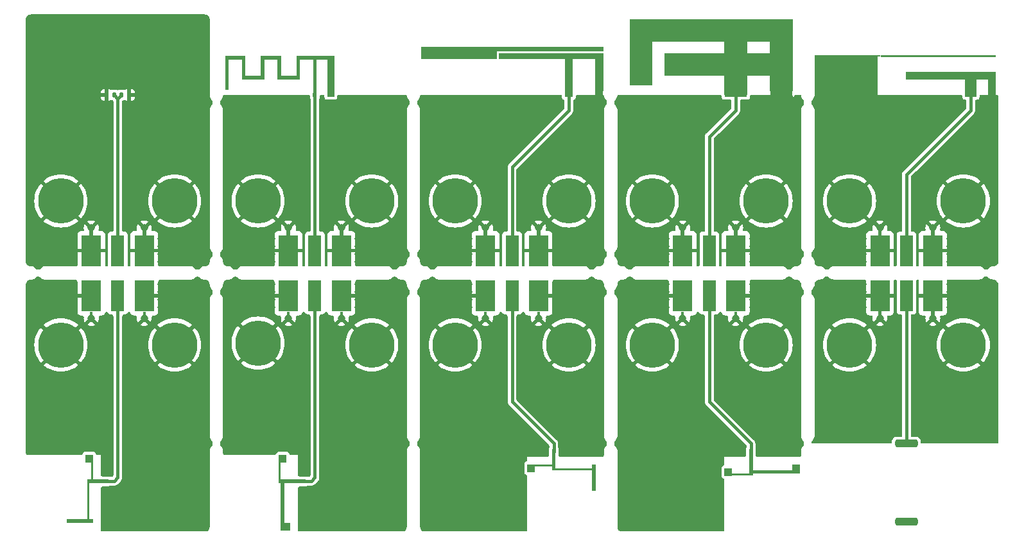
<source format=gbr>
%TF.GenerationSoftware,KiCad,Pcbnew,7.0.1*%
%TF.CreationDate,2023-05-05T11:57:26+02:00*%
%TF.ProjectId,antenna-evaluation-board,616e7465-6e6e-4612-9d65-76616c756174,rev?*%
%TF.SameCoordinates,Original*%
%TF.FileFunction,Copper,L1,Top*%
%TF.FilePolarity,Positive*%
%FSLAX46Y46*%
G04 Gerber Fmt 4.6, Leading zero omitted, Abs format (unit mm)*
G04 Created by KiCad (PCBNEW 7.0.1) date 2023-05-05 11:57:26*
%MOMM*%
%LPD*%
G01*
G04 APERTURE LIST*
G04 Aperture macros list*
%AMRoundRect*
0 Rectangle with rounded corners*
0 $1 Rounding radius*
0 $2 $3 $4 $5 $6 $7 $8 $9 X,Y pos of 4 corners*
0 Add a 4 corners polygon primitive as box body*
4,1,4,$2,$3,$4,$5,$6,$7,$8,$9,$2,$3,0*
0 Add four circle primitives for the rounded corners*
1,1,$1+$1,$2,$3*
1,1,$1+$1,$4,$5*
1,1,$1+$1,$6,$7*
1,1,$1+$1,$8,$9*
0 Add four rect primitives between the rounded corners*
20,1,$1+$1,$2,$3,$4,$5,0*
20,1,$1+$1,$4,$5,$6,$7,0*
20,1,$1+$1,$6,$7,$8,$9,0*
20,1,$1+$1,$8,$9,$2,$3,0*%
G04 Aperture macros list end*
%TA.AperFunction,ComponentPad*%
%ADD10C,0.800000*%
%TD*%
%TA.AperFunction,ComponentPad*%
%ADD11C,6.000000*%
%TD*%
%TA.AperFunction,SMDPad,CuDef*%
%ADD12R,1.780000X4.190000*%
%TD*%
%TA.AperFunction,ComponentPad*%
%ADD13C,0.970000*%
%TD*%
%TA.AperFunction,SMDPad,CuDef*%
%ADD14R,0.460000X0.890000*%
%TD*%
%TA.AperFunction,SMDPad,CuDef*%
%ADD15R,2.665000X4.190000*%
%TD*%
%TA.AperFunction,ConnectorPad*%
%ADD16R,1.500000X0.500000*%
%TD*%
%TA.AperFunction,ConnectorPad*%
%ADD17R,0.750000X0.250000*%
%TD*%
%TA.AperFunction,ComponentPad*%
%ADD18R,1.000000X1.000000*%
%TD*%
%TA.AperFunction,SMDPad,CuDef*%
%ADD19RoundRect,0.135000X0.135000X0.185000X-0.135000X0.185000X-0.135000X-0.185000X0.135000X-0.185000X0*%
%TD*%
%TA.AperFunction,ConnectorPad*%
%ADD20R,0.500000X0.500000*%
%TD*%
%TA.AperFunction,ComponentPad*%
%ADD21R,0.900000X0.500000*%
%TD*%
%TA.AperFunction,ConnectorPad*%
%ADD22R,1.070000X0.500000*%
%TD*%
%TA.AperFunction,ComponentPad*%
%ADD23R,1.070000X1.000000*%
%TD*%
%TA.AperFunction,ConnectorPad*%
%ADD24R,3.000000X0.500000*%
%TD*%
%TA.AperFunction,ComponentPad*%
%ADD25R,3.000000X1.000000*%
%TD*%
%TA.AperFunction,SMDPad,CuDef*%
%ADD26RoundRect,0.250000X1.250000X0.250000X-1.250000X0.250000X-1.250000X-0.250000X1.250000X-0.250000X0*%
%TD*%
%TA.AperFunction,SMDPad,CuDef*%
%ADD27RoundRect,0.135000X-0.135000X-0.185000X0.135000X-0.185000X0.135000X0.185000X-0.135000X0.185000X0*%
%TD*%
%TA.AperFunction,ViaPad*%
%ADD28C,0.508000*%
%TD*%
%TA.AperFunction,Conductor*%
%ADD29C,0.387950*%
%TD*%
G04 APERTURE END LIST*
%TO.C,AE4*%
G36*
X143125000Y-44750000D02*
G01*
X158250000Y-44750000D01*
X158250000Y-45000000D01*
X143125000Y-45000000D01*
X143125000Y-44750000D01*
G37*
%TA.AperFunction,EtchedComponent*%
G36*
X158250000Y-49500000D02*
G01*
X157250000Y-49500000D01*
X157250000Y-48000000D01*
X155750000Y-48000000D01*
X155750000Y-49750000D01*
X154250000Y-49750000D01*
X154250000Y-48000000D01*
X146450000Y-48000000D01*
X146450000Y-47000000D01*
X158250000Y-47000000D01*
X158250000Y-49500000D01*
G37*
%TD.AperFunction*%
%TA.AperFunction,EtchedComponent*%
%TO.C,AE8*%
G36*
X39250000Y-100750000D02*
G01*
X40750000Y-100750000D01*
X40750000Y-101250000D01*
X38750000Y-101250000D01*
X38750000Y-106000000D01*
X39250000Y-106000000D01*
X39250000Y-106500000D01*
X38750000Y-106500000D01*
X38500000Y-106500000D01*
X35750000Y-106500000D01*
X35750000Y-105995769D01*
X38500000Y-106000000D01*
X38500000Y-100750000D01*
X39000000Y-100750000D01*
X39000000Y-98500000D01*
X39250000Y-98500000D01*
X39250000Y-100750000D01*
G37*
%TD.AperFunction*%
%TA.AperFunction,EtchedComponent*%
%TO.C,AE2*%
G36*
X71050000Y-50006785D02*
G01*
X71050000Y-50250000D01*
X70150000Y-50250000D01*
X70150000Y-49991842D01*
X70451778Y-49991842D01*
X70458309Y-50041368D01*
X70478868Y-50086553D01*
X70512511Y-50121787D01*
X70531122Y-50132400D01*
X70576637Y-50145300D01*
X70625156Y-50146043D01*
X70667819Y-50133935D01*
X70675731Y-50129581D01*
X70713674Y-50096797D01*
X70737742Y-50054395D01*
X70747583Y-50006785D01*
X70742847Y-49958378D01*
X70723185Y-49913584D01*
X70688245Y-49876814D01*
X70655353Y-49859908D01*
X70607267Y-49852018D01*
X70557682Y-49858592D01*
X70512372Y-49878687D01*
X70477112Y-49911357D01*
X70460218Y-49943583D01*
X70451778Y-49991842D01*
X70150000Y-49991842D01*
X70150000Y-45350000D01*
X68750000Y-45350000D01*
X68750000Y-50250000D01*
X68250000Y-50250000D01*
X68250000Y-45350000D01*
X66550000Y-45350000D01*
X66550000Y-47990000D01*
X63550000Y-47990000D01*
X63550000Y-45350000D01*
X61850000Y-45350000D01*
X61850000Y-47990000D01*
X58850000Y-47990000D01*
X58850000Y-45350000D01*
X57150000Y-45350000D01*
X57150000Y-49290000D01*
X56650000Y-49290000D01*
X56650000Y-44850000D01*
X59350000Y-44850000D01*
X59350000Y-47490000D01*
X61350000Y-47490000D01*
X61350000Y-44850000D01*
X64050000Y-44850000D01*
X64050000Y-47490000D01*
X66050000Y-47490000D01*
X66050000Y-44850000D01*
X71050000Y-44850000D01*
X71050000Y-50006785D01*
G37*
%TD.AperFunction*%
%TA.AperFunction,EtchedComponent*%
%TO.C,AE7*%
G36*
X64000000Y-100750000D02*
G01*
X66750000Y-100750000D01*
X66750000Y-101250000D01*
X64500000Y-101250000D01*
X64500000Y-107500000D01*
X64000000Y-107500000D01*
X64000000Y-101250000D01*
X63750000Y-101250000D01*
X63750000Y-98250000D01*
X64000000Y-98250000D01*
X64000000Y-100750000D01*
G37*
%TD.AperFunction*%
%TA.AperFunction,EtchedComponent*%
%TO.C,AE6*%
G36*
X100250000Y-99250000D02*
G01*
X105000000Y-99250000D01*
X105000000Y-98750000D01*
X105500000Y-98750000D01*
X105500000Y-99250000D01*
X105500000Y-99500000D01*
X105500000Y-102250000D01*
X104995769Y-102250000D01*
X105000000Y-99500000D01*
X99750000Y-99500000D01*
X99750000Y-99000000D01*
X97500000Y-99000000D01*
X97500000Y-98750000D01*
X99750000Y-98750000D01*
X99750000Y-97250000D01*
X100250000Y-97250000D01*
X100250000Y-99250000D01*
G37*
%TD.AperFunction*%
%TA.AperFunction,EtchedComponent*%
%TO.C,AE5*%
G36*
X126250000Y-99500000D02*
G01*
X132500000Y-99500000D01*
X132500000Y-100000000D01*
X126250000Y-100000000D01*
X126250000Y-100250000D01*
X123250000Y-100250000D01*
X123250000Y-100000000D01*
X125750000Y-100000000D01*
X125750000Y-97250000D01*
X126250000Y-97250000D01*
X126250000Y-99500000D01*
G37*
%TD.AperFunction*%
%TA.AperFunction,EtchedComponent*%
%TO.C,AE1*%
G36*
X106535000Y-44230000D02*
G01*
X92485000Y-44230000D01*
X92485000Y-45300000D01*
X82535000Y-45300000D01*
X82535000Y-43630000D01*
X106535000Y-43630000D01*
X106535000Y-44230000D01*
G37*
%TD.AperFunction*%
%TA.AperFunction,EtchedComponent*%
G36*
X106535000Y-49500000D02*
G01*
X105465000Y-49500000D01*
X105475000Y-45300000D01*
X102535000Y-45300000D01*
X102535000Y-49750000D01*
X101465000Y-49750000D01*
X101465000Y-45300000D01*
X92785000Y-45300000D01*
X92785000Y-44530000D01*
X106535000Y-44530000D01*
X106535000Y-49500000D01*
G37*
%TD.AperFunction*%
%TO.C,AE3*%
G36*
X125500000Y-44500000D02*
G01*
X128500000Y-44500000D01*
X128500000Y-47500000D01*
X125500000Y-47500000D01*
X125500000Y-44500000D01*
G37*
%TA.AperFunction,EtchedComponent*%
G36*
X131500000Y-49500000D02*
G01*
X128500000Y-49500000D01*
X128500000Y-43000000D01*
X125500000Y-43000000D01*
X125500000Y-50000000D01*
X122500000Y-50000000D01*
X122500000Y-47500000D01*
X114600000Y-47500000D01*
X114600000Y-44500000D01*
X122500000Y-44500000D01*
X122500000Y-43000000D01*
X113000000Y-43000000D01*
X113000000Y-48700000D01*
X110000000Y-48700000D01*
X110000000Y-40000000D01*
X131500000Y-40000000D01*
X131500000Y-49500000D01*
G37*
%TD.AperFunction*%
%TD*%
D10*
%TO.P,H9,1,1*%
%TO.N,GND*%
X136750000Y-64000000D03*
X137409010Y-62409010D03*
X137409010Y-65590990D03*
X139000000Y-61750000D03*
D11*
X139000000Y-64000000D03*
D10*
X139000000Y-66250000D03*
X140590990Y-62409010D03*
X140590990Y-65590990D03*
X141250000Y-64000000D03*
%TD*%
%TO.P,H11,1,1*%
%TO.N,GND*%
X32750000Y-83000000D03*
X33409010Y-81409010D03*
X33409010Y-84590990D03*
X35000000Y-80750000D03*
D11*
X35000000Y-83000000D03*
D10*
X35000000Y-85250000D03*
X36590990Y-81409010D03*
X36590990Y-84590990D03*
X37250000Y-83000000D03*
%TD*%
%TO.P,H19,1,1*%
%TO.N,GND*%
X136750000Y-83000000D03*
X137409010Y-81409010D03*
X137409010Y-84590990D03*
X139000000Y-80750000D03*
D11*
X139000000Y-83000000D03*
D10*
X139000000Y-85250000D03*
X140590990Y-81409010D03*
X140590990Y-84590990D03*
X141250000Y-83000000D03*
%TD*%
%TO.P,H10,1,1*%
%TO.N,GND*%
X151750000Y-64000000D03*
X152409010Y-62409010D03*
X152409010Y-65590990D03*
X154000000Y-61750000D03*
D11*
X154000000Y-64000000D03*
D10*
X154000000Y-66250000D03*
X155590990Y-62409010D03*
X155590990Y-65590990D03*
X156250000Y-64000000D03*
%TD*%
D12*
%TO.P,J10,1,In*%
%TO.N,Net-(AE10-FEED)*%
X146500000Y-76500000D03*
D13*
%TO.P,J10,2,Ext*%
%TO.N,GND*%
X143007500Y-79485000D03*
X149992500Y-79485000D03*
D14*
X143007500Y-79040000D03*
X149992500Y-79040000D03*
D15*
X143007500Y-76500000D03*
X149992500Y-76500000D03*
%TD*%
D10*
%TO.P,H3,1,1*%
%TO.N,GND*%
X58750000Y-64000000D03*
X59409010Y-62409010D03*
X59409010Y-65590990D03*
X61000000Y-61750000D03*
D11*
X61000000Y-64000000D03*
D10*
X61000000Y-66250000D03*
X62590990Y-62409010D03*
X62590990Y-65590990D03*
X63250000Y-64000000D03*
%TD*%
D16*
%TO.P,AE4,1*%
%TO.N,Net-(J5-In)*%
X155000000Y-50000000D03*
D17*
%TO.P,AE4,2*%
%TO.N,GND*%
X142750000Y-44875000D03*
D18*
X157750000Y-50000000D03*
%TD*%
D12*
%TO.P,J4,1,In*%
%TO.N,Net-(J4-In)*%
X120500000Y-70540000D03*
D13*
%TO.P,J4,2,Ext*%
%TO.N,GND*%
X123992500Y-67555000D03*
X117007500Y-67555000D03*
D14*
X123992500Y-68000000D03*
X117007500Y-68000000D03*
D15*
X123992500Y-70540000D03*
X117007500Y-70540000D03*
%TD*%
D12*
%TO.P,J7,1,In*%
%TO.N,Net-(J7-In)*%
X94500000Y-76500000D03*
D13*
%TO.P,J7,2,Ext*%
%TO.N,GND*%
X91007500Y-79485000D03*
X97992500Y-79485000D03*
D14*
X91007500Y-79040000D03*
X97992500Y-79040000D03*
D15*
X91007500Y-76500000D03*
X97992500Y-76500000D03*
%TD*%
D19*
%TO.P,R1,1*%
%TO.N,Net-(J1-In)*%
X42020000Y-50000000D03*
%TO.P,R1,2*%
%TO.N,GND*%
X41000000Y-50000000D03*
%TD*%
D10*
%TO.P,H6,1,1*%
%TO.N,GND*%
X99750000Y-64000000D03*
X100409010Y-62409010D03*
X100409010Y-65590990D03*
X102000000Y-61750000D03*
D11*
X102000000Y-64000000D03*
D10*
X102000000Y-66250000D03*
X103590990Y-62409010D03*
X103590990Y-65590990D03*
X104250000Y-64000000D03*
%TD*%
D18*
%TO.P,AE8,*%
%TO.N,*%
X38750000Y-98000000D03*
D20*
%TO.P,AE8,1*%
%TO.N,Net-(J9-In)*%
X41000000Y-101000000D03*
%TD*%
D10*
%TO.P,H20,1,1*%
%TO.N,GND*%
X151750000Y-83000000D03*
X152409010Y-81409010D03*
X152409010Y-84590990D03*
X154000000Y-80750000D03*
D11*
X154000000Y-83000000D03*
D10*
X154000000Y-85250000D03*
X155590990Y-81409010D03*
X155590990Y-84590990D03*
X156250000Y-83000000D03*
%TD*%
D20*
%TO.P,AE2,1*%
%TO.N,Net-(J3-In)*%
X68500000Y-50000000D03*
D21*
%TO.P,AE2,2*%
%TO.N,GND*%
X70600000Y-50000000D03*
%TD*%
D10*
%TO.P,H8,1,1*%
%TO.N,GND*%
X125750000Y-64000000D03*
X126409010Y-62409010D03*
X126409010Y-65590990D03*
X128000000Y-61750000D03*
D11*
X128000000Y-64000000D03*
D10*
X128000000Y-66250000D03*
X129590990Y-62409010D03*
X129590990Y-65590990D03*
X130250000Y-64000000D03*
%TD*%
%TO.P,H15,1,1*%
%TO.N,GND*%
X84750000Y-83000000D03*
X85409010Y-81409010D03*
X85409010Y-84590990D03*
X87000000Y-80750000D03*
D11*
X87000000Y-83000000D03*
D10*
X87000000Y-85250000D03*
X88590990Y-81409010D03*
X88590990Y-84590990D03*
X89250000Y-83000000D03*
%TD*%
%TO.P,H12,1,1*%
%TO.N,GND*%
X47750000Y-83000000D03*
X48409010Y-81409010D03*
X48409010Y-84590990D03*
X50000000Y-80750000D03*
D11*
X50000000Y-83000000D03*
D10*
X50000000Y-85250000D03*
X51590990Y-81409010D03*
X51590990Y-84590990D03*
X52250000Y-83000000D03*
%TD*%
%TO.P,H16,1,1*%
%TO.N,GND*%
X99750000Y-83000000D03*
X100409010Y-81409010D03*
X100409010Y-84590990D03*
X102000000Y-80750000D03*
D11*
X102000000Y-83000000D03*
D10*
X102000000Y-85250000D03*
X103590990Y-81409010D03*
X103590990Y-84590990D03*
X104250000Y-83000000D03*
%TD*%
D18*
%TO.P,AE7,*%
%TO.N,*%
X64250000Y-98000000D03*
X64750000Y-107000000D03*
D20*
%TO.P,AE7,1*%
%TO.N,Net-(J8-In)*%
X67000000Y-101000000D03*
%TD*%
D10*
%TO.P,H13,1,1*%
%TO.N,GND*%
X58750000Y-82759010D03*
X59409010Y-81168020D03*
X59409010Y-84350000D03*
X61000000Y-80509010D03*
D11*
X61000000Y-82759010D03*
D10*
X61000000Y-85009010D03*
X62590990Y-81168020D03*
X62590990Y-84350000D03*
X63250000Y-82759010D03*
%TD*%
D12*
%TO.P,J1,1,In*%
%TO.N,Net-(J1-In)*%
X42500000Y-70540000D03*
D13*
%TO.P,J1,2,Ext*%
%TO.N,GND*%
X45992500Y-67555000D03*
X39007500Y-67555000D03*
D14*
X45992500Y-68000000D03*
X39007500Y-68000000D03*
D15*
X45992500Y-70540000D03*
X39007500Y-70540000D03*
%TD*%
D18*
%TO.P,AE6,*%
%TO.N,*%
X97000000Y-99250000D03*
D20*
%TO.P,AE6,1*%
%TO.N,Net-(J7-In)*%
X100000000Y-97000000D03*
%TD*%
D12*
%TO.P,J8,1,In*%
%TO.N,Net-(J8-In)*%
X68500000Y-76500000D03*
D13*
%TO.P,J8,2,Ext*%
%TO.N,GND*%
X65007500Y-79485000D03*
X71992500Y-79485000D03*
D14*
X65007500Y-79040000D03*
X71992500Y-79040000D03*
D15*
X65007500Y-76500000D03*
X71992500Y-76500000D03*
%TD*%
D12*
%TO.P,J9,1,In*%
%TO.N,Net-(J9-In)*%
X42500000Y-76500000D03*
D13*
%TO.P,J9,2,Ext*%
%TO.N,GND*%
X39007500Y-79485000D03*
X45992500Y-79485000D03*
D14*
X39007500Y-79040000D03*
X45992500Y-79040000D03*
D15*
X39007500Y-76500000D03*
X45992500Y-76500000D03*
%TD*%
D12*
%TO.P,J6,1,In*%
%TO.N,Net-(J6-In)*%
X120500000Y-76500000D03*
D13*
%TO.P,J6,2,Ext*%
%TO.N,GND*%
X117007500Y-79485000D03*
X123992500Y-79485000D03*
D14*
X117007500Y-79040000D03*
X123992500Y-79040000D03*
D15*
X117007500Y-76500000D03*
X123992500Y-76500000D03*
%TD*%
D18*
%TO.P,AE5,*%
%TO.N,*%
X123000000Y-99750000D03*
X132000000Y-99250000D03*
D20*
%TO.P,AE5,1*%
%TO.N,Net-(J6-In)*%
X126000000Y-97000000D03*
%TD*%
D12*
%TO.P,J2,1,In*%
%TO.N,Net-(J2-In)*%
X94500000Y-70540000D03*
D13*
%TO.P,J2,2,Ext*%
%TO.N,GND*%
X97992500Y-67555000D03*
X91007500Y-67555000D03*
D14*
X97992500Y-68000000D03*
X91007500Y-68000000D03*
D15*
X97992500Y-70540000D03*
X91007500Y-70540000D03*
%TD*%
D10*
%TO.P,H1,1,1*%
%TO.N,GND*%
X32750000Y-64000000D03*
X33409010Y-62409010D03*
X33409010Y-65590990D03*
X35000000Y-61750000D03*
D11*
X35000000Y-64000000D03*
D10*
X35000000Y-66250000D03*
X36590990Y-62409010D03*
X36590990Y-65590990D03*
X37250000Y-64000000D03*
%TD*%
%TO.P,H18,1,1*%
%TO.N,GND*%
X125750000Y-83000000D03*
X126409010Y-81409010D03*
X126409010Y-84590990D03*
X128000000Y-80750000D03*
D11*
X128000000Y-83000000D03*
D10*
X128000000Y-85250000D03*
X129590990Y-81409010D03*
X129590990Y-84590990D03*
X130250000Y-83000000D03*
%TD*%
%TO.P,H14,1,1*%
%TO.N,GND*%
X73750000Y-83000000D03*
X74409010Y-81409010D03*
X74409010Y-84590990D03*
X76000000Y-80750000D03*
D11*
X76000000Y-83000000D03*
D10*
X76000000Y-85250000D03*
X77590990Y-81409010D03*
X77590990Y-84590990D03*
X78250000Y-83000000D03*
%TD*%
D12*
%TO.P,J3,1,In*%
%TO.N,Net-(J3-In)*%
X68500000Y-70540000D03*
D13*
%TO.P,J3,2,Ext*%
%TO.N,GND*%
X71992500Y-67555000D03*
X65007500Y-67555000D03*
D14*
X71992500Y-68000000D03*
X65007500Y-68000000D03*
D15*
X71992500Y-70540000D03*
X65007500Y-70540000D03*
%TD*%
D10*
%TO.P,H17,1,1*%
%TO.N,GND*%
X110750000Y-83000000D03*
X111409010Y-81409010D03*
X111409010Y-84590990D03*
X113000000Y-80750000D03*
D11*
X113000000Y-83000000D03*
D10*
X113000000Y-85250000D03*
X114590990Y-81409010D03*
X114590990Y-84590990D03*
X115250000Y-83000000D03*
%TD*%
%TO.P,H4,1,1*%
%TO.N,GND*%
X73750000Y-64000000D03*
X74409010Y-62409010D03*
X74409010Y-65590990D03*
X76000000Y-61750000D03*
D11*
X76000000Y-64000000D03*
D10*
X76000000Y-66250000D03*
X77590990Y-62409010D03*
X77590990Y-65590990D03*
X78250000Y-64000000D03*
%TD*%
D22*
%TO.P,AE1,1*%
%TO.N,Net-(J2-In)*%
X102000000Y-50000000D03*
D23*
%TO.P,AE1,2*%
%TO.N,GND*%
X106000000Y-50000000D03*
%TD*%
D10*
%TO.P,H2,1,1*%
%TO.N,GND*%
X47750000Y-64000000D03*
X48409010Y-62409010D03*
X48409010Y-65590990D03*
X50000000Y-61750000D03*
D11*
X50000000Y-64000000D03*
D10*
X50000000Y-66250000D03*
X51590990Y-62409010D03*
X51590990Y-65590990D03*
X52250000Y-64000000D03*
%TD*%
D24*
%TO.P,AE3,1*%
%TO.N,Net-(J4-In)*%
X124000000Y-50000000D03*
D25*
%TO.P,AE3,2*%
%TO.N,GND*%
X130000000Y-50000000D03*
%TD*%
D26*
%TO.P,AE10,1,FEED*%
%TO.N,Net-(AE10-FEED)*%
X146500000Y-96000000D03*
%TO.P,AE10,2,PCB_Trace*%
%TO.N,unconnected-(AE10-PCB_Trace-Pad2)*%
X146500000Y-106300000D03*
%TD*%
D12*
%TO.P,J5,1,In*%
%TO.N,Net-(J5-In)*%
X146500000Y-70540000D03*
D13*
%TO.P,J5,2,Ext*%
%TO.N,GND*%
X149992500Y-67555000D03*
X143007500Y-67555000D03*
D14*
X149992500Y-68000000D03*
X143007500Y-68000000D03*
D15*
X149992500Y-70540000D03*
X143007500Y-70540000D03*
%TD*%
D10*
%TO.P,H7,1,1*%
%TO.N,GND*%
X110750000Y-64000000D03*
X111409010Y-62409010D03*
X111409010Y-65590990D03*
X113000000Y-61750000D03*
D11*
X113000000Y-64000000D03*
D10*
X113000000Y-66250000D03*
X114590990Y-62409010D03*
X114590990Y-65590990D03*
X115250000Y-64000000D03*
%TD*%
%TO.P,H5,1,1*%
%TO.N,GND*%
X84750000Y-64000000D03*
X85409010Y-62409010D03*
X85409010Y-65590990D03*
X87000000Y-61750000D03*
D11*
X87000000Y-64000000D03*
D10*
X87000000Y-66250000D03*
X88590990Y-62409010D03*
X88590990Y-65590990D03*
X89250000Y-64000000D03*
%TD*%
D27*
%TO.P,R2,1*%
%TO.N,Net-(J1-In)*%
X43000000Y-50000000D03*
%TO.P,R2,2*%
%TO.N,GND*%
X44020000Y-50000000D03*
%TD*%
D28*
%TO.N,GND*%
X112000000Y-72000000D03*
X31000000Y-43000000D03*
X158000000Y-67000000D03*
X115000000Y-77000000D03*
X132000000Y-78000000D03*
X67000000Y-97000000D03*
X158000000Y-62000000D03*
X54000000Y-106000000D03*
X74000000Y-71000000D03*
X67000000Y-51000000D03*
X122000000Y-102000000D03*
X140000000Y-95000000D03*
X135000000Y-49000000D03*
X158000000Y-61000000D03*
X57000000Y-84000000D03*
X31000000Y-54000000D03*
X31000000Y-94000000D03*
X109000000Y-72000000D03*
X31000000Y-58000000D03*
X80000000Y-62000000D03*
X158000000Y-79000000D03*
X158000000Y-75000000D03*
X158000000Y-56000000D03*
X123000000Y-97000000D03*
X83000000Y-56000000D03*
X141000000Y-95000000D03*
X153000000Y-95000000D03*
X48000000Y-70000000D03*
X31000000Y-87000000D03*
X80000000Y-81000000D03*
X31000000Y-47000000D03*
X77000000Y-51000000D03*
X83000000Y-101000000D03*
X80000000Y-70000000D03*
X135000000Y-83000000D03*
X52000000Y-107000000D03*
X106000000Y-78000000D03*
X89000000Y-68000000D03*
X83000000Y-98000000D03*
X33000000Y-40000000D03*
X155000000Y-75000000D03*
X57000000Y-83000000D03*
X158000000Y-65000000D03*
X110000000Y-107000000D03*
X37000000Y-97000000D03*
X135000000Y-64000000D03*
X89000000Y-78000000D03*
X57000000Y-89000000D03*
X106000000Y-72000000D03*
X41000000Y-106000000D03*
X57000000Y-79000000D03*
X45000000Y-107000000D03*
X109000000Y-87000000D03*
X112000000Y-107000000D03*
X109000000Y-63000000D03*
X80000000Y-98000000D03*
X83000000Y-64000000D03*
X87000000Y-51000000D03*
X54000000Y-100000000D03*
X144000000Y-95000000D03*
X106000000Y-91000000D03*
X54000000Y-48000000D03*
X132000000Y-90000000D03*
X57000000Y-67000000D03*
X83000000Y-88000000D03*
X54000000Y-91000000D03*
X126000000Y-76000000D03*
X54000000Y-55000000D03*
X63000000Y-75000000D03*
X109000000Y-104000000D03*
X33000000Y-72000000D03*
X80000000Y-76000000D03*
X109000000Y-75000000D03*
X48000000Y-40000000D03*
X132000000Y-89000000D03*
X35000000Y-40000000D03*
X158000000Y-57000000D03*
X106000000Y-75000000D03*
X158000000Y-51000000D03*
X76000000Y-75000000D03*
X54000000Y-47000000D03*
X54000000Y-77000000D03*
X85000000Y-75000000D03*
X156000000Y-75000000D03*
X83000000Y-53000000D03*
X127000000Y-51000000D03*
X83000000Y-78000000D03*
X64000000Y-51000000D03*
X150000000Y-51000000D03*
X113000000Y-75000000D03*
X115000000Y-76000000D03*
X80000000Y-104000000D03*
X109000000Y-53000000D03*
X34000000Y-40000000D03*
X100000000Y-69000000D03*
X104000000Y-97000000D03*
X70000000Y-107000000D03*
X132000000Y-59000000D03*
X76000000Y-72000000D03*
X132000000Y-65000000D03*
X158000000Y-63000000D03*
X142000000Y-50000000D03*
X158000000Y-59000000D03*
X37000000Y-68000000D03*
X31000000Y-80000000D03*
X113000000Y-107000000D03*
X135000000Y-72000000D03*
X96000000Y-51000000D03*
X80000000Y-51000000D03*
X158000000Y-88000000D03*
X34000000Y-72000000D03*
X135000000Y-68000000D03*
X83000000Y-72000000D03*
X36000000Y-97000000D03*
X80000000Y-77000000D03*
X142000000Y-47000000D03*
X73000000Y-51000000D03*
X54000000Y-85000000D03*
X135000000Y-46000000D03*
X83000000Y-63000000D03*
X54000000Y-92000000D03*
X101000000Y-72000000D03*
X80000000Y-52000000D03*
X57000000Y-71000000D03*
X80000000Y-61000000D03*
X96000000Y-97000000D03*
X57000000Y-90000000D03*
X96000000Y-103000000D03*
X53000000Y-75000000D03*
X54000000Y-90000000D03*
X135000000Y-75000000D03*
X79000000Y-72000000D03*
X122000000Y-101000000D03*
X115000000Y-68000000D03*
X106000000Y-71000000D03*
X121000000Y-99000000D03*
X135000000Y-60000000D03*
X106000000Y-84000000D03*
X41000000Y-102000000D03*
X114000000Y-51000000D03*
X100000000Y-78000000D03*
X109000000Y-69000000D03*
X151000000Y-51000000D03*
X152000000Y-71000000D03*
X158000000Y-53000000D03*
X74000000Y-75000000D03*
X100000000Y-68000000D03*
X111000000Y-72000000D03*
X132000000Y-55000000D03*
X142000000Y-49000000D03*
X152000000Y-72000000D03*
X127000000Y-75000000D03*
X132000000Y-86000000D03*
X109000000Y-89000000D03*
X109000000Y-77000000D03*
X153000000Y-51000000D03*
X100000000Y-51000000D03*
X31000000Y-92000000D03*
X115000000Y-71000000D03*
X83000000Y-71000000D03*
X61000000Y-72000000D03*
X127000000Y-97000000D03*
X63000000Y-71000000D03*
X106000000Y-90000000D03*
X106000000Y-79000000D03*
X132000000Y-66000000D03*
X158000000Y-81000000D03*
X154000000Y-95000000D03*
X158000000Y-82000000D03*
X78000000Y-75000000D03*
X117000000Y-51000000D03*
X109000000Y-96000000D03*
X126000000Y-79000000D03*
X37000000Y-71000000D03*
X57000000Y-65000000D03*
X59000000Y-97000000D03*
X106000000Y-63000000D03*
X145000000Y-51000000D03*
X54000000Y-50000000D03*
X106000000Y-52000000D03*
X141000000Y-79000000D03*
X53000000Y-40000000D03*
X136000000Y-95000000D03*
X98000000Y-97000000D03*
X89000000Y-76000000D03*
X100000000Y-79000000D03*
X32000000Y-72000000D03*
X132000000Y-88000000D03*
X74000000Y-69000000D03*
X83000000Y-58000000D03*
X135000000Y-47000000D03*
X158000000Y-83000000D03*
X132000000Y-81000000D03*
X75000000Y-107000000D03*
X106000000Y-65000000D03*
X132000000Y-79000000D03*
X156000000Y-95000000D03*
X39000000Y-96000000D03*
X57000000Y-54000000D03*
X48000000Y-71000000D03*
X118000000Y-51000000D03*
X80000000Y-94000000D03*
X83000000Y-102000000D03*
X142000000Y-46000000D03*
X109000000Y-70000000D03*
X106000000Y-62000000D03*
X109000000Y-93000000D03*
X67000000Y-106000000D03*
X48000000Y-68000000D03*
X31000000Y-64000000D03*
X36000000Y-75000000D03*
X86000000Y-72000000D03*
X54000000Y-54000000D03*
X138000000Y-46000000D03*
X109000000Y-103000000D03*
X48000000Y-69000000D03*
X83000000Y-103000000D03*
X89000000Y-70000000D03*
X109000000Y-84000000D03*
X158000000Y-71000000D03*
X80000000Y-95000000D03*
X31000000Y-55000000D03*
X115000000Y-75000000D03*
X124000000Y-97000000D03*
X122000000Y-105000000D03*
X115000000Y-69000000D03*
X99000000Y-51000000D03*
X65000000Y-96000000D03*
X106000000Y-68000000D03*
X31000000Y-66000000D03*
X31000000Y-57000000D03*
X83000000Y-79000000D03*
X158000000Y-89000000D03*
X106000000Y-80000000D03*
X152000000Y-51000000D03*
X109000000Y-95000000D03*
X47000000Y-40000000D03*
X37000000Y-72000000D03*
X83000000Y-61000000D03*
X57000000Y-95000000D03*
X132000000Y-82000000D03*
X158000000Y-77000000D03*
X57000000Y-68000000D03*
X89000000Y-79000000D03*
X137000000Y-46000000D03*
X155000000Y-72000000D03*
X121000000Y-100000000D03*
X132000000Y-96000000D03*
X71000000Y-107000000D03*
X80000000Y-56000000D03*
X158000000Y-94000000D03*
X57000000Y-72000000D03*
X54000000Y-59000000D03*
X80000000Y-82000000D03*
X100000000Y-76000000D03*
X73000000Y-107000000D03*
X53000000Y-72000000D03*
X67000000Y-99000000D03*
X129000000Y-51000000D03*
X135000000Y-69000000D03*
X135000000Y-63000000D03*
X136000000Y-46000000D03*
X139000000Y-72000000D03*
X135000000Y-76000000D03*
X106000000Y-96000000D03*
X83000000Y-107000000D03*
X54000000Y-72000000D03*
X57000000Y-70000000D03*
X83000000Y-93000000D03*
X106000000Y-97000000D03*
X31000000Y-70000000D03*
X80000000Y-90000000D03*
X41000000Y-103000000D03*
X54000000Y-56000000D03*
X135000000Y-89000000D03*
X42000000Y-107000000D03*
X83000000Y-94000000D03*
X130000000Y-75000000D03*
X109000000Y-52000000D03*
X132000000Y-77000000D03*
X152000000Y-76000000D03*
X31000000Y-77000000D03*
X54000000Y-68000000D03*
X103000000Y-75000000D03*
X135000000Y-70000000D03*
X96000000Y-104000000D03*
X31000000Y-48000000D03*
X141000000Y-78000000D03*
X31000000Y-65000000D03*
X83000000Y-87000000D03*
X158000000Y-68000000D03*
X135000000Y-58000000D03*
X135000000Y-92000000D03*
X58000000Y-97000000D03*
X109000000Y-79000000D03*
X79000000Y-51000000D03*
X49000000Y-75000000D03*
X106000000Y-66000000D03*
X128000000Y-75000000D03*
X158000000Y-64000000D03*
X31000000Y-46000000D03*
X158000000Y-80000000D03*
X59000000Y-75000000D03*
X135000000Y-80000000D03*
X84000000Y-72000000D03*
X80000000Y-64000000D03*
X53000000Y-107000000D03*
X111000000Y-75000000D03*
X158000000Y-86000000D03*
X33000000Y-97000000D03*
X86000000Y-107000000D03*
X131000000Y-97000000D03*
X54000000Y-97000000D03*
X158000000Y-70000000D03*
X132000000Y-87000000D03*
X106000000Y-81000000D03*
X135000000Y-95000000D03*
X90000000Y-51000000D03*
X128000000Y-72000000D03*
X48000000Y-78000000D03*
X31000000Y-68000000D03*
X31000000Y-85000000D03*
X111000000Y-107000000D03*
X43000000Y-40000000D03*
X149000000Y-95000000D03*
X135000000Y-84000000D03*
X31000000Y-71000000D03*
X158000000Y-92000000D03*
X115000000Y-78000000D03*
X130000000Y-51000000D03*
X135000000Y-56000000D03*
X80000000Y-55000000D03*
X80000000Y-68000000D03*
X132000000Y-68000000D03*
X66000000Y-97000000D03*
X89000000Y-77000000D03*
X54000000Y-64000000D03*
X90000000Y-107000000D03*
X135000000Y-67000000D03*
X62000000Y-97000000D03*
X109000000Y-76000000D03*
X41000000Y-97000000D03*
X54000000Y-78000000D03*
X74000000Y-78000000D03*
X58000000Y-75000000D03*
X74000000Y-77000000D03*
X106000000Y-76000000D03*
X135000000Y-59000000D03*
X155000000Y-95000000D03*
X110000000Y-72000000D03*
X120000000Y-51000000D03*
X85000000Y-107000000D03*
X54000000Y-83000000D03*
X57000000Y-75000000D03*
X141000000Y-76000000D03*
X83000000Y-51000000D03*
X115000000Y-51000000D03*
X140000000Y-75000000D03*
X54000000Y-82000000D03*
X54000000Y-71000000D03*
X76000000Y-51000000D03*
X156000000Y-51000000D03*
X80000000Y-89000000D03*
X80000000Y-99000000D03*
X58000000Y-51000000D03*
X54000000Y-62000000D03*
X50000000Y-40000000D03*
X109000000Y-91000000D03*
X89000000Y-71000000D03*
X80000000Y-57000000D03*
X80000000Y-102000000D03*
X83000000Y-104000000D03*
X57000000Y-91000000D03*
X97000000Y-97000000D03*
X83000000Y-68000000D03*
X67000000Y-105000000D03*
X80000000Y-96000000D03*
X96000000Y-106000000D03*
X153000000Y-72000000D03*
X61000000Y-97000000D03*
X51000000Y-75000000D03*
X135000000Y-71000000D03*
X152000000Y-69000000D03*
X57000000Y-81000000D03*
X77000000Y-72000000D03*
X126000000Y-51000000D03*
X54000000Y-66000000D03*
X109000000Y-107000000D03*
X72000000Y-107000000D03*
X38000000Y-40000000D03*
X57000000Y-55000000D03*
X93000000Y-107000000D03*
X80000000Y-93000000D03*
X93000000Y-51000000D03*
X44000000Y-107000000D03*
X33000000Y-75000000D03*
X121000000Y-107000000D03*
X54000000Y-63000000D03*
X63000000Y-78000000D03*
X34000000Y-75000000D03*
X132000000Y-84000000D03*
X41000000Y-105000000D03*
X49000000Y-107000000D03*
X54000000Y-95000000D03*
X150000000Y-95000000D03*
X41000000Y-104000000D03*
X54000000Y-67000000D03*
X135000000Y-79000000D03*
X75000000Y-75000000D03*
X106000000Y-57000000D03*
X103000000Y-51000000D03*
X31000000Y-79000000D03*
X83000000Y-76000000D03*
X109000000Y-56000000D03*
X152000000Y-79000000D03*
X74000000Y-70000000D03*
X152000000Y-70000000D03*
X57000000Y-87000000D03*
X31000000Y-42000000D03*
X54000000Y-60000000D03*
X121000000Y-51000000D03*
X142000000Y-51000000D03*
X54000000Y-103000000D03*
X109000000Y-82000000D03*
X144000000Y-51000000D03*
X45000000Y-40000000D03*
X83000000Y-59000000D03*
X54000000Y-98000000D03*
X71000000Y-51000000D03*
X31000000Y-63000000D03*
X83000000Y-85000000D03*
X38000000Y-96000000D03*
X109000000Y-100000000D03*
X31000000Y-83000000D03*
X58000000Y-72000000D03*
X41000000Y-107000000D03*
X83000000Y-70000000D03*
X48000000Y-79000000D03*
X94000000Y-51000000D03*
X135000000Y-94000000D03*
X139000000Y-95000000D03*
X135000000Y-54000000D03*
X80000000Y-72000000D03*
X109000000Y-86000000D03*
X52000000Y-72000000D03*
X31000000Y-45000000D03*
X74000000Y-51000000D03*
X60000000Y-51000000D03*
X106000000Y-95000000D03*
X54000000Y-88000000D03*
X65000000Y-51000000D03*
X158000000Y-72000000D03*
X132000000Y-57000000D03*
X122000000Y-104000000D03*
X149000000Y-51000000D03*
X54000000Y-49000000D03*
X57000000Y-57000000D03*
X57000000Y-61000000D03*
X116000000Y-51000000D03*
X83000000Y-80000000D03*
X31000000Y-59000000D03*
X80000000Y-69000000D03*
X106000000Y-94000000D03*
X106000000Y-53000000D03*
X62000000Y-75000000D03*
X114000000Y-75000000D03*
X106000000Y-87000000D03*
X104000000Y-51000000D03*
X115000000Y-107000000D03*
X106000000Y-89000000D03*
X157000000Y-72000000D03*
X135000000Y-86000000D03*
X48000000Y-77000000D03*
X132000000Y-51000000D03*
X54000000Y-96000000D03*
X141000000Y-72000000D03*
X143000000Y-51000000D03*
X49000000Y-72000000D03*
X139000000Y-75000000D03*
X88000000Y-75000000D03*
X31000000Y-75000000D03*
X109000000Y-85000000D03*
X100000000Y-72000000D03*
X59000000Y-51000000D03*
X109000000Y-64000000D03*
X41000000Y-99000000D03*
X106000000Y-82000000D03*
X57000000Y-85000000D03*
X91000000Y-107000000D03*
X80000000Y-92000000D03*
X46000000Y-40000000D03*
X158000000Y-52000000D03*
X72000000Y-51000000D03*
X83000000Y-106000000D03*
X106000000Y-77000000D03*
X109000000Y-59000000D03*
X48000000Y-107000000D03*
X31000000Y-96000000D03*
X154000000Y-51000000D03*
X31000000Y-51000000D03*
X54000000Y-57000000D03*
X106000000Y-58000000D03*
X154000000Y-75000000D03*
X109000000Y-58000000D03*
X52000000Y-75000000D03*
X31000000Y-56000000D03*
X63000000Y-76000000D03*
X135000000Y-88000000D03*
X115000000Y-72000000D03*
X54000000Y-86000000D03*
X35000000Y-75000000D03*
X106000000Y-69000000D03*
X80000000Y-63000000D03*
X87000000Y-75000000D03*
X122000000Y-51000000D03*
X132000000Y-91000000D03*
X47000000Y-107000000D03*
X106000000Y-54000000D03*
X141000000Y-69000000D03*
X67000000Y-100000000D03*
X31000000Y-60000000D03*
X63000000Y-51000000D03*
X80000000Y-105000000D03*
X100000000Y-71000000D03*
X89000000Y-69000000D03*
X106000000Y-59000000D03*
X60000000Y-72000000D03*
X63000000Y-97000000D03*
X83000000Y-75000000D03*
X142000000Y-48000000D03*
X64000000Y-96000000D03*
X80000000Y-67000000D03*
X129000000Y-72000000D03*
X80000000Y-60000000D03*
X57000000Y-86000000D03*
X135000000Y-82000000D03*
X132000000Y-67000000D03*
X52000000Y-40000000D03*
X141000000Y-77000000D03*
X127000000Y-72000000D03*
X80000000Y-66000000D03*
X109000000Y-81000000D03*
X132000000Y-94000000D03*
X126000000Y-71000000D03*
X95000000Y-100000000D03*
X83000000Y-67000000D03*
X80000000Y-103000000D03*
X143000000Y-95000000D03*
X137000000Y-72000000D03*
X37000000Y-76000000D03*
X132000000Y-75000000D03*
X109000000Y-62000000D03*
X57000000Y-56000000D03*
X83000000Y-97000000D03*
X129000000Y-75000000D03*
X31000000Y-52000000D03*
X146000000Y-51000000D03*
X83000000Y-57000000D03*
X135000000Y-81000000D03*
X48000000Y-75000000D03*
X36000000Y-72000000D03*
X111000000Y-51000000D03*
X95000000Y-107000000D03*
X83000000Y-91000000D03*
X74000000Y-107000000D03*
X54000000Y-51000000D03*
X135000000Y-55000000D03*
X42000000Y-40000000D03*
X80000000Y-71000000D03*
X54000000Y-94000000D03*
X158000000Y-90000000D03*
X105000000Y-51000000D03*
X141000000Y-75000000D03*
X115000000Y-79000000D03*
X130000000Y-72000000D03*
X135000000Y-53000000D03*
X31000000Y-53000000D03*
X115000000Y-70000000D03*
X31000000Y-90000000D03*
X67000000Y-103000000D03*
X57000000Y-88000000D03*
X122000000Y-106000000D03*
X54000000Y-76000000D03*
X57000000Y-66000000D03*
X152000000Y-68000000D03*
X70000000Y-51000000D03*
X83000000Y-100000000D03*
X95000000Y-99000000D03*
X31000000Y-49000000D03*
X100000000Y-77000000D03*
X37000000Y-40000000D03*
X132000000Y-52000000D03*
X69000000Y-107000000D03*
X158000000Y-66000000D03*
X126000000Y-68000000D03*
X131000000Y-72000000D03*
X37000000Y-78000000D03*
X75000000Y-51000000D03*
X85000000Y-72000000D03*
X51000000Y-107000000D03*
X106000000Y-85000000D03*
X88000000Y-107000000D03*
X132000000Y-61000000D03*
X135000000Y-66000000D03*
X54000000Y-104000000D03*
X106000000Y-70000000D03*
X41000000Y-40000000D03*
X89000000Y-75000000D03*
X136000000Y-72000000D03*
X39000000Y-40000000D03*
X54000000Y-105000000D03*
X122000000Y-97750000D03*
X31000000Y-50000000D03*
X102000000Y-97000000D03*
X31000000Y-69000000D03*
X109000000Y-67000000D03*
X62000000Y-51000000D03*
X132000000Y-62000000D03*
X119000000Y-107000000D03*
X37000000Y-69000000D03*
X83000000Y-62000000D03*
X57000000Y-76000000D03*
X96000000Y-102000000D03*
X125000000Y-97000000D03*
X40000000Y-40000000D03*
X152000000Y-75000000D03*
X98000000Y-51000000D03*
X35000000Y-72000000D03*
X32000000Y-97000000D03*
X75000000Y-72000000D03*
X80000000Y-107000000D03*
X152000000Y-95000000D03*
X57000000Y-80000000D03*
X74000000Y-76000000D03*
X74000000Y-79000000D03*
X109000000Y-60000000D03*
X50000000Y-75000000D03*
X37000000Y-70000000D03*
X92000000Y-107000000D03*
X78000000Y-51000000D03*
X74000000Y-68000000D03*
X114000000Y-107000000D03*
X131000000Y-75000000D03*
X106000000Y-64000000D03*
X83000000Y-86000000D03*
X94000000Y-107000000D03*
X158000000Y-78000000D03*
X80000000Y-100000000D03*
X101000000Y-97000000D03*
X131000000Y-51000000D03*
X80000000Y-78000000D03*
X80000000Y-59000000D03*
X67000000Y-98000000D03*
X135000000Y-62000000D03*
X57000000Y-59000000D03*
X119000000Y-51000000D03*
X76000000Y-107000000D03*
X51000000Y-72000000D03*
X63000000Y-79000000D03*
X31000000Y-78000000D03*
X129000000Y-97000000D03*
X57000000Y-97000000D03*
X126000000Y-72000000D03*
X141000000Y-68000000D03*
X80000000Y-65000000D03*
X110000000Y-75000000D03*
X54000000Y-102000000D03*
X116000000Y-107000000D03*
X31000000Y-93000000D03*
X96000000Y-101000000D03*
X158000000Y-91000000D03*
X128000000Y-51000000D03*
X60000000Y-75000000D03*
X113000000Y-72000000D03*
X57000000Y-92000000D03*
X135000000Y-90000000D03*
X100000000Y-75000000D03*
X83000000Y-69000000D03*
X37000000Y-77000000D03*
X109000000Y-51000000D03*
X106000000Y-93000000D03*
X57000000Y-62000000D03*
X57000000Y-51000000D03*
X109000000Y-105000000D03*
X104000000Y-72000000D03*
X109000000Y-54000000D03*
X57000000Y-93000000D03*
X83000000Y-52000000D03*
X110000000Y-51000000D03*
X57000000Y-64000000D03*
X118000000Y-107000000D03*
X105000000Y-97000000D03*
X109000000Y-83000000D03*
X141000000Y-46000000D03*
X106000000Y-86000000D03*
X80000000Y-101000000D03*
X37000000Y-79000000D03*
X74000000Y-72000000D03*
X138000000Y-95000000D03*
X80000000Y-86000000D03*
X126000000Y-78000000D03*
X80000000Y-58000000D03*
X154000000Y-72000000D03*
X57000000Y-60000000D03*
X99000000Y-97000000D03*
X157000000Y-51000000D03*
X57000000Y-69000000D03*
X48000000Y-76000000D03*
X132000000Y-76000000D03*
X57000000Y-63000000D03*
X130000000Y-97000000D03*
X57000000Y-52000000D03*
X34000000Y-97000000D03*
X48000000Y-72000000D03*
X96000000Y-98000000D03*
X63000000Y-72000000D03*
X106000000Y-83000000D03*
X135000000Y-57000000D03*
X132000000Y-63000000D03*
X109000000Y-97000000D03*
X83000000Y-81000000D03*
X31000000Y-88000000D03*
X101000000Y-51000000D03*
X123000000Y-51000000D03*
X96000000Y-105000000D03*
X106000000Y-56000000D03*
X109000000Y-66000000D03*
X126000000Y-75000000D03*
X132000000Y-95000000D03*
X80000000Y-87000000D03*
X91000000Y-51000000D03*
X43000000Y-107000000D03*
X92000000Y-51000000D03*
X152000000Y-78000000D03*
X105000000Y-72000000D03*
X80000000Y-97000000D03*
X95000000Y-51000000D03*
X50000000Y-72000000D03*
X135000000Y-48000000D03*
X158000000Y-58000000D03*
X44000000Y-40000000D03*
X128000000Y-97000000D03*
X105000000Y-75000000D03*
X109000000Y-80000000D03*
X157000000Y-75000000D03*
X61000000Y-75000000D03*
X141000000Y-71000000D03*
X36000000Y-40000000D03*
X113000000Y-51000000D03*
X83000000Y-55000000D03*
X106000000Y-92000000D03*
X135000000Y-61000000D03*
X80000000Y-75000000D03*
X83000000Y-90000000D03*
X40000000Y-97000000D03*
X41000000Y-100000000D03*
X132000000Y-60000000D03*
X54000000Y-46000000D03*
X77000000Y-75000000D03*
X122000000Y-103000000D03*
X84000000Y-107000000D03*
X57000000Y-77000000D03*
X63000000Y-68000000D03*
X63000000Y-77000000D03*
X109000000Y-71000000D03*
X79000000Y-75000000D03*
X54000000Y-53000000D03*
X83000000Y-82000000D03*
X87000000Y-107000000D03*
X54000000Y-89000000D03*
X83000000Y-105000000D03*
X80000000Y-54000000D03*
X112000000Y-75000000D03*
X66000000Y-51000000D03*
X152000000Y-77000000D03*
X54000000Y-70000000D03*
X86000000Y-75000000D03*
X137000000Y-95000000D03*
X54000000Y-40000000D03*
X83000000Y-99000000D03*
X135000000Y-93000000D03*
X89000000Y-72000000D03*
X109000000Y-106000000D03*
X101000000Y-75000000D03*
X135000000Y-50000000D03*
X57000000Y-53000000D03*
X31000000Y-67000000D03*
X117000000Y-107000000D03*
X140000000Y-72000000D03*
X109000000Y-68000000D03*
X109000000Y-102000000D03*
X54000000Y-61000000D03*
X132000000Y-80000000D03*
X80000000Y-106000000D03*
X31000000Y-89000000D03*
X132000000Y-92000000D03*
X158000000Y-55000000D03*
X151000000Y-95000000D03*
X78000000Y-107000000D03*
X67000000Y-102000000D03*
X109000000Y-98000000D03*
X158000000Y-76000000D03*
X132000000Y-58000000D03*
X32000000Y-75000000D03*
X132000000Y-93000000D03*
X54000000Y-80000000D03*
X31000000Y-97000000D03*
X153000000Y-75000000D03*
X102000000Y-72000000D03*
X135000000Y-85000000D03*
X54000000Y-45000000D03*
X83000000Y-77000000D03*
X83000000Y-96000000D03*
X87000000Y-72000000D03*
X158000000Y-95000000D03*
X135000000Y-91000000D03*
X84000000Y-51000000D03*
X77000000Y-107000000D03*
X54000000Y-75000000D03*
X147000000Y-51000000D03*
X54000000Y-81000000D03*
X120000000Y-107000000D03*
X132000000Y-97000000D03*
X80000000Y-88000000D03*
X89000000Y-51000000D03*
X109000000Y-57000000D03*
X80000000Y-85000000D03*
X109000000Y-88000000D03*
X83000000Y-65000000D03*
X158000000Y-69000000D03*
X86000000Y-51000000D03*
X138000000Y-75000000D03*
X106000000Y-61000000D03*
X54000000Y-44000000D03*
X32000000Y-40000000D03*
X158000000Y-54000000D03*
X132000000Y-83000000D03*
X132000000Y-71000000D03*
X59000000Y-72000000D03*
X122000000Y-107000000D03*
X79000000Y-107000000D03*
X88000000Y-51000000D03*
X132000000Y-85000000D03*
X109000000Y-90000000D03*
X60000000Y-97000000D03*
X54000000Y-65000000D03*
X83000000Y-84000000D03*
X158000000Y-87000000D03*
X57000000Y-96000000D03*
X54000000Y-87000000D03*
X126000000Y-70000000D03*
X63000000Y-69000000D03*
X83000000Y-95000000D03*
X83000000Y-54000000D03*
X132000000Y-69000000D03*
X125000000Y-51000000D03*
X41000000Y-98000000D03*
X114000000Y-72000000D03*
X80000000Y-79000000D03*
X97000000Y-51000000D03*
X96000000Y-107000000D03*
X54000000Y-99000000D03*
X50000000Y-107000000D03*
X104000000Y-75000000D03*
X54000000Y-101000000D03*
X68000000Y-107000000D03*
X135000000Y-87000000D03*
X31000000Y-76000000D03*
X132000000Y-54000000D03*
X112000000Y-51000000D03*
X84000000Y-75000000D03*
X106000000Y-60000000D03*
X89000000Y-107000000D03*
X139000000Y-46000000D03*
X137000000Y-75000000D03*
X31000000Y-41000000D03*
X57000000Y-58000000D03*
X78000000Y-72000000D03*
X31000000Y-61000000D03*
X37000000Y-75000000D03*
X54000000Y-43000000D03*
X54000000Y-84000000D03*
X83000000Y-89000000D03*
X158000000Y-85000000D03*
X148000000Y-51000000D03*
X83000000Y-83000000D03*
X106000000Y-67000000D03*
X132000000Y-56000000D03*
X106000000Y-88000000D03*
X109000000Y-92000000D03*
X141000000Y-70000000D03*
X61000000Y-51000000D03*
X57000000Y-78000000D03*
X109000000Y-101000000D03*
X31000000Y-44000000D03*
X46000000Y-107000000D03*
X31000000Y-62000000D03*
X54000000Y-93000000D03*
X35000000Y-97000000D03*
X57000000Y-82000000D03*
X132000000Y-70000000D03*
X109000000Y-61000000D03*
X158000000Y-93000000D03*
X67000000Y-107000000D03*
X54000000Y-52000000D03*
X80000000Y-53000000D03*
X122000000Y-97000000D03*
X106000000Y-51000000D03*
X67000000Y-104000000D03*
X156000000Y-72000000D03*
X109000000Y-78000000D03*
X135000000Y-77000000D03*
X132000000Y-72000000D03*
X31000000Y-72000000D03*
X31000000Y-86000000D03*
X80000000Y-84000000D03*
X109000000Y-94000000D03*
X158000000Y-60000000D03*
X49000000Y-40000000D03*
X126000000Y-77000000D03*
X140000000Y-46000000D03*
X158000000Y-84000000D03*
X31000000Y-81000000D03*
X54000000Y-42000000D03*
X157000000Y-95000000D03*
X54000000Y-107000000D03*
X85000000Y-51000000D03*
X109000000Y-65000000D03*
X100000000Y-70000000D03*
X31000000Y-91000000D03*
X31000000Y-82000000D03*
X88000000Y-72000000D03*
X51000000Y-40000000D03*
X136000000Y-75000000D03*
X31000000Y-95000000D03*
X80000000Y-91000000D03*
X109000000Y-99000000D03*
X80000000Y-83000000D03*
X83000000Y-66000000D03*
X102000000Y-75000000D03*
X103000000Y-72000000D03*
X135000000Y-52000000D03*
X132000000Y-64000000D03*
X138000000Y-72000000D03*
X80000000Y-80000000D03*
X54000000Y-41000000D03*
X54000000Y-58000000D03*
X54000000Y-79000000D03*
X63000000Y-70000000D03*
X126000000Y-69000000D03*
X57000000Y-94000000D03*
X31000000Y-84000000D03*
X62000000Y-72000000D03*
X54000000Y-69000000D03*
X109000000Y-55000000D03*
X103000000Y-97000000D03*
X106000000Y-55000000D03*
X132000000Y-53000000D03*
X83000000Y-60000000D03*
X135000000Y-78000000D03*
X31000000Y-40000000D03*
X142000000Y-95000000D03*
X83000000Y-92000000D03*
X135000000Y-65000000D03*
X135000000Y-51000000D03*
%TD*%
D29*
%TO.N,Net-(J2-In)*%
X94500000Y-59500000D02*
X102000000Y-52000000D01*
X102000000Y-52000000D02*
X102000000Y-50000000D01*
X94500000Y-70540000D02*
X94500000Y-59500000D01*
%TO.N,Net-(J1-In)*%
X43000000Y-50000000D02*
X42500000Y-50500000D01*
X42020000Y-50000000D02*
X42020000Y-50020000D01*
X42500000Y-50500000D02*
X42500000Y-70540000D01*
X42020000Y-50020000D02*
X42500000Y-50500000D01*
%TO.N,Net-(J3-In)*%
X68500000Y-50000000D02*
X68500000Y-70540000D01*
%TO.N,Net-(J4-In)*%
X120500000Y-55500000D02*
X124000000Y-52000000D01*
X120500000Y-70540000D02*
X120500000Y-55500000D01*
X124000000Y-52000000D02*
X124000000Y-50000000D01*
%TO.N,Net-(J5-In)*%
X146500000Y-70540000D02*
X146500000Y-60500000D01*
X155000000Y-52000000D02*
X155000000Y-50000000D01*
X146500000Y-60500000D02*
X155000000Y-52000000D01*
%TO.N,Net-(J6-In)*%
X120500000Y-76500000D02*
X120500000Y-90500000D01*
X120500000Y-90500000D02*
X126000000Y-96000000D01*
X126000000Y-96000000D02*
X126000000Y-97000000D01*
%TO.N,Net-(J7-In)*%
X94500000Y-76500000D02*
X94500000Y-90500000D01*
X94500000Y-90500000D02*
X100000000Y-96000000D01*
X100000000Y-96000000D02*
X100000000Y-97000000D01*
%TO.N,Net-(J8-In)*%
X68000000Y-101000000D02*
X67000000Y-101000000D01*
X68500000Y-76500000D02*
X68500000Y-100500000D01*
X68500000Y-100500000D02*
X68000000Y-101000000D01*
%TO.N,Net-(J9-In)*%
X42000000Y-101000000D02*
X42500000Y-100500000D01*
X41000000Y-101000000D02*
X42000000Y-101000000D01*
X42500000Y-76500000D02*
X42500000Y-100500000D01*
%TO.N,Net-(AE10-FEED)*%
X146500000Y-76500000D02*
X146500000Y-96000000D01*
%TD*%
%TA.AperFunction,Conductor*%
%TO.N,GND*%
G36*
X110245519Y-74018954D02*
G01*
X110326300Y-74072930D01*
X110438076Y-74184705D01*
X110438077Y-74184706D01*
X110582453Y-74281175D01*
X110742876Y-74347624D01*
X110785452Y-74356093D01*
X110913177Y-74381500D01*
X110913180Y-74381500D01*
X110936339Y-74381500D01*
X111000000Y-74381500D01*
X111054851Y-74381500D01*
X114926000Y-74381500D01*
X115021288Y-74400454D01*
X115102070Y-74454430D01*
X115156046Y-74535212D01*
X115175000Y-74630500D01*
X115175000Y-76249999D01*
X115175001Y-76250000D01*
X117008500Y-76250000D01*
X117103788Y-76268954D01*
X117184570Y-76322930D01*
X117238546Y-76403712D01*
X117257500Y-76499000D01*
X117257500Y-76501000D01*
X117238546Y-76596288D01*
X117184570Y-76677070D01*
X117103788Y-76731046D01*
X117008500Y-76750000D01*
X115175001Y-76750000D01*
X115175000Y-76750001D01*
X115175000Y-78642831D01*
X115181401Y-78702373D01*
X115231647Y-78837090D01*
X115317810Y-78952189D01*
X115432909Y-79038352D01*
X115567626Y-79088598D01*
X115627169Y-79095000D01*
X115781416Y-79095000D01*
X115862996Y-79108743D01*
X115935570Y-79148456D01*
X115991128Y-79209754D01*
X116023536Y-79285872D01*
X116029217Y-79368406D01*
X116017733Y-79484999D01*
X116036752Y-79678095D01*
X116093074Y-79863766D01*
X116156506Y-79982438D01*
X116831429Y-79307516D01*
X116912211Y-79253540D01*
X117007499Y-79234586D01*
X117102787Y-79253540D01*
X117183568Y-79307516D01*
X117858491Y-79982439D01*
X117858492Y-79982438D01*
X117921925Y-79863766D01*
X117978247Y-79678096D01*
X117997266Y-79484999D01*
X117985783Y-79368406D01*
X117991464Y-79285872D01*
X118023872Y-79209754D01*
X118079430Y-79148456D01*
X118152004Y-79108743D01*
X118233584Y-79095000D01*
X118387831Y-79095000D01*
X118447373Y-79088598D01*
X118582090Y-79038352D01*
X118697189Y-78952189D01*
X118783350Y-78837092D01*
X118801766Y-78787717D01*
X118851618Y-78706366D01*
X118928404Y-78649734D01*
X119020851Y-78626137D01*
X119115385Y-78639040D01*
X119198127Y-78686548D01*
X119256928Y-78761686D01*
X119290335Y-78827250D01*
X119377750Y-78914665D01*
X119377752Y-78914666D01*
X119487898Y-78970789D01*
X119579281Y-78985263D01*
X119579284Y-78985263D01*
X119666762Y-78985263D01*
X119762050Y-79004217D01*
X119842832Y-79058193D01*
X119896808Y-79138975D01*
X119915762Y-79234263D01*
X119915762Y-90445388D01*
X119913632Y-90477890D01*
X119910721Y-90500000D01*
X119915762Y-90538289D01*
X119915762Y-90538291D01*
X119930800Y-90652518D01*
X119989668Y-90794638D01*
X120083316Y-90916682D01*
X120101007Y-90930257D01*
X120125495Y-90951732D01*
X125342832Y-96169070D01*
X125396808Y-96249852D01*
X125415762Y-96345140D01*
X125415762Y-96486571D01*
X125408882Y-96544699D01*
X125388622Y-96599616D01*
X125374210Y-96627900D01*
X125359737Y-96719281D01*
X125359737Y-97199688D01*
X125356672Y-97238634D01*
X125354872Y-97250000D01*
X125356671Y-97261358D01*
X125359737Y-97300311D01*
X125359737Y-97501000D01*
X125340783Y-97596288D01*
X125286807Y-97677070D01*
X125206025Y-97731046D01*
X125110737Y-97750000D01*
X122500000Y-97750000D01*
X122500000Y-97750001D01*
X122500000Y-98659410D01*
X122483462Y-98748643D01*
X122436043Y-98826023D01*
X122364044Y-98881270D01*
X122267752Y-98930333D01*
X122180333Y-99017752D01*
X122124210Y-99127898D01*
X122109737Y-99219280D01*
X122109737Y-100280714D01*
X122124211Y-100372102D01*
X122180333Y-100482247D01*
X122180335Y-100482250D01*
X122267750Y-100569665D01*
X122267752Y-100569666D01*
X122364044Y-100618730D01*
X122436043Y-100673977D01*
X122483462Y-100751357D01*
X122500000Y-100840590D01*
X122500000Y-107369500D01*
X122481046Y-107464788D01*
X122427070Y-107545570D01*
X122346288Y-107599546D01*
X122251000Y-107618500D01*
X109013980Y-107618500D01*
X108986102Y-107616934D01*
X108955117Y-107613442D01*
X108890251Y-107606134D01*
X108835890Y-107593726D01*
X108758124Y-107566514D01*
X108707890Y-107542323D01*
X108638128Y-107498489D01*
X108594533Y-107463724D01*
X108536275Y-107405466D01*
X108501510Y-107361871D01*
X108457676Y-107292109D01*
X108433485Y-107241875D01*
X108406273Y-107164109D01*
X108393865Y-107109746D01*
X108383066Y-107013898D01*
X108381500Y-106986020D01*
X108381500Y-96913177D01*
X108347624Y-96742877D01*
X108337852Y-96719286D01*
X108281175Y-96582453D01*
X108184706Y-96438077D01*
X108184704Y-96438075D01*
X108072930Y-96326300D01*
X108018954Y-96245519D01*
X108000000Y-96150231D01*
X108000000Y-95849769D01*
X108018954Y-95754481D01*
X108072930Y-95673700D01*
X108145628Y-95601001D01*
X108184706Y-95561923D01*
X108281175Y-95417547D01*
X108347624Y-95257124D01*
X108361174Y-95189002D01*
X108381500Y-95086823D01*
X108381500Y-85646702D01*
X110706851Y-85646702D01*
X110939931Y-85835448D01*
X111247600Y-86035249D01*
X111574459Y-86201793D01*
X111916957Y-86333265D01*
X112271318Y-86428216D01*
X112633641Y-86485602D01*
X113000000Y-86504803D01*
X113366358Y-86485602D01*
X113728681Y-86428216D01*
X114083042Y-86333265D01*
X114425540Y-86201793D01*
X114752399Y-86035249D01*
X115060072Y-85835444D01*
X115293147Y-85646702D01*
X115293147Y-85646701D01*
X113000000Y-83353554D01*
X110706851Y-85646702D01*
X108381500Y-85646702D01*
X108381500Y-83000000D01*
X109495196Y-83000000D01*
X109514397Y-83366358D01*
X109571783Y-83728681D01*
X109666734Y-84083042D01*
X109798206Y-84425540D01*
X109964750Y-84752399D01*
X110164555Y-85060073D01*
X110353296Y-85293147D01*
X112646443Y-83000000D01*
X113353554Y-83000000D01*
X115646701Y-85293147D01*
X115646702Y-85293147D01*
X115835444Y-85060072D01*
X116035249Y-84752399D01*
X116201793Y-84425540D01*
X116333265Y-84083042D01*
X116428216Y-83728681D01*
X116485602Y-83366358D01*
X116504803Y-83000000D01*
X116485602Y-82633641D01*
X116428216Y-82271318D01*
X116333265Y-81916957D01*
X116201793Y-81574459D01*
X116035249Y-81247601D01*
X115835444Y-80939927D01*
X115646702Y-80706851D01*
X113353554Y-83000000D01*
X112646443Y-83000000D01*
X112646444Y-82999999D01*
X110353296Y-80706851D01*
X110164551Y-80939933D01*
X109964750Y-81247601D01*
X109798206Y-81574459D01*
X109666734Y-81916957D01*
X109571783Y-82271318D01*
X109514397Y-82633641D01*
X109495196Y-83000000D01*
X108381500Y-83000000D01*
X108381500Y-80353296D01*
X110706851Y-80353296D01*
X112999999Y-82646444D01*
X115293147Y-80353296D01*
X115271777Y-80335991D01*
X116510060Y-80335991D01*
X116628735Y-80399426D01*
X116814403Y-80455747D01*
X117007500Y-80474766D01*
X117200596Y-80455747D01*
X117386266Y-80399425D01*
X117504938Y-80335992D01*
X117007499Y-79838553D01*
X116510060Y-80335991D01*
X115271777Y-80335991D01*
X115060073Y-80164555D01*
X114752399Y-79964750D01*
X114425540Y-79798206D01*
X114083042Y-79666734D01*
X113728681Y-79571783D01*
X113366358Y-79514397D01*
X113000000Y-79495196D01*
X112633641Y-79514397D01*
X112271318Y-79571783D01*
X111916957Y-79666734D01*
X111574459Y-79798206D01*
X111247601Y-79964750D01*
X110939933Y-80164551D01*
X110706851Y-80353296D01*
X108381500Y-80353296D01*
X108381500Y-76913177D01*
X108347624Y-76742877D01*
X108342723Y-76731046D01*
X108281175Y-76582453D01*
X108184706Y-76438077D01*
X108150341Y-76403712D01*
X108072930Y-76326300D01*
X108018954Y-76245519D01*
X108000000Y-76150231D01*
X108000000Y-75849769D01*
X108018954Y-75754481D01*
X108072930Y-75673700D01*
X108128817Y-75617811D01*
X108184706Y-75561923D01*
X108281175Y-75417547D01*
X108347624Y-75257124D01*
X108361174Y-75189002D01*
X108381500Y-75086823D01*
X108381500Y-75013980D01*
X108383064Y-74986118D01*
X108393866Y-74890240D01*
X108406273Y-74835890D01*
X108433485Y-74758124D01*
X108457676Y-74707890D01*
X108501510Y-74638128D01*
X108536271Y-74594537D01*
X108594537Y-74536271D01*
X108638128Y-74501510D01*
X108707890Y-74457676D01*
X108758124Y-74433485D01*
X108835890Y-74406273D01*
X108890240Y-74393866D01*
X108986118Y-74383064D01*
X109013980Y-74381500D01*
X109086823Y-74381500D01*
X109189002Y-74361174D01*
X109257124Y-74347624D01*
X109417547Y-74281175D01*
X109561923Y-74184706D01*
X109617811Y-74128817D01*
X109673700Y-74072930D01*
X109754481Y-74018954D01*
X109849769Y-74000000D01*
X110150231Y-74000000D01*
X110245519Y-74018954D01*
G37*
%TD.AperFunction*%
%TA.AperFunction,Conductor*%
G36*
X131245519Y-74018954D02*
G01*
X131326300Y-74072930D01*
X131438076Y-74184705D01*
X131438077Y-74184706D01*
X131582453Y-74281175D01*
X131742876Y-74347624D01*
X131785452Y-74356093D01*
X131913177Y-74381500D01*
X131913180Y-74381500D01*
X131945149Y-74381500D01*
X131986020Y-74381500D01*
X132013898Y-74383066D01*
X132031218Y-74385017D01*
X132109749Y-74393865D01*
X132164109Y-74406273D01*
X132241875Y-74433485D01*
X132292109Y-74457676D01*
X132361871Y-74501510D01*
X132405466Y-74536275D01*
X132463724Y-74594533D01*
X132498489Y-74638128D01*
X132542323Y-74707890D01*
X132566514Y-74758124D01*
X132593726Y-74835890D01*
X132606134Y-74890251D01*
X132616934Y-74986100D01*
X132618500Y-75013980D01*
X132618500Y-75086823D01*
X132652375Y-75257122D01*
X132718824Y-75417546D01*
X132815294Y-75561923D01*
X132927070Y-75673700D01*
X132981046Y-75754481D01*
X133000000Y-75849769D01*
X133000000Y-76150231D01*
X132981046Y-76245519D01*
X132927070Y-76326300D01*
X132815294Y-76438076D01*
X132718824Y-76582453D01*
X132652375Y-76742877D01*
X132618500Y-76913177D01*
X132618500Y-95086823D01*
X132652375Y-95257122D01*
X132718824Y-95417546D01*
X132815294Y-95561923D01*
X132927070Y-95673700D01*
X132981046Y-95754481D01*
X133000000Y-95849769D01*
X133000000Y-96150231D01*
X132981046Y-96245519D01*
X132927070Y-96326300D01*
X132815294Y-96438076D01*
X132718824Y-96582453D01*
X132652375Y-96742877D01*
X132618500Y-96913177D01*
X132618500Y-97501000D01*
X132599546Y-97596288D01*
X132545570Y-97677070D01*
X132464788Y-97731046D01*
X132369500Y-97750000D01*
X126889263Y-97750000D01*
X126793975Y-97731046D01*
X126713193Y-97677070D01*
X126659217Y-97596288D01*
X126640263Y-97501000D01*
X126640263Y-97300313D01*
X126643329Y-97261357D01*
X126645128Y-97250000D01*
X126643328Y-97238642D01*
X126640262Y-97199683D01*
X126640262Y-96719286D01*
X126625789Y-96627899D01*
X126611378Y-96599616D01*
X126591118Y-96544699D01*
X126584238Y-96486571D01*
X126584238Y-96054612D01*
X126586368Y-96022110D01*
X126589279Y-95999999D01*
X126573678Y-95881500D01*
X126569200Y-95847483D01*
X126510331Y-95705361D01*
X126440195Y-95613957D01*
X126440190Y-95613952D01*
X126430259Y-95601009D01*
X126430259Y-95601008D01*
X126430252Y-95601001D01*
X126416682Y-95583316D01*
X126398996Y-95569745D01*
X126374509Y-95548271D01*
X121157168Y-90330931D01*
X121117598Y-90279361D01*
X121092722Y-90219307D01*
X121084238Y-90154861D01*
X121084238Y-85646702D01*
X125706851Y-85646702D01*
X125939931Y-85835448D01*
X126247600Y-86035249D01*
X126574459Y-86201793D01*
X126916957Y-86333265D01*
X127271318Y-86428216D01*
X127633641Y-86485602D01*
X128000000Y-86504803D01*
X128366358Y-86485602D01*
X128728681Y-86428216D01*
X129083042Y-86333265D01*
X129425540Y-86201793D01*
X129752399Y-86035249D01*
X130060072Y-85835444D01*
X130293147Y-85646702D01*
X130293147Y-85646701D01*
X128000000Y-83353554D01*
X125706851Y-85646702D01*
X121084238Y-85646702D01*
X121084238Y-83000000D01*
X124495196Y-83000000D01*
X124514397Y-83366358D01*
X124571783Y-83728681D01*
X124666734Y-84083042D01*
X124798206Y-84425540D01*
X124964750Y-84752399D01*
X125164555Y-85060073D01*
X125353296Y-85293147D01*
X127646443Y-83000000D01*
X128353554Y-83000000D01*
X130646701Y-85293147D01*
X130646702Y-85293147D01*
X130835444Y-85060072D01*
X131035249Y-84752399D01*
X131201793Y-84425540D01*
X131333265Y-84083042D01*
X131428216Y-83728681D01*
X131485602Y-83366358D01*
X131504803Y-83000000D01*
X131485602Y-82633641D01*
X131428216Y-82271318D01*
X131333265Y-81916957D01*
X131201793Y-81574459D01*
X131035249Y-81247601D01*
X130835444Y-80939927D01*
X130646702Y-80706851D01*
X128353554Y-83000000D01*
X127646443Y-83000000D01*
X127646444Y-82999999D01*
X125353296Y-80706851D01*
X125164551Y-80939933D01*
X124964750Y-81247601D01*
X124798206Y-81574459D01*
X124666734Y-81916957D01*
X124571783Y-82271318D01*
X124514397Y-82633641D01*
X124495196Y-83000000D01*
X121084238Y-83000000D01*
X121084238Y-80335991D01*
X123495060Y-80335991D01*
X123613735Y-80399426D01*
X123799403Y-80455747D01*
X123992500Y-80474766D01*
X124185596Y-80455747D01*
X124371266Y-80399425D01*
X124457565Y-80353296D01*
X125706851Y-80353296D01*
X127999999Y-82646444D01*
X130293147Y-80353296D01*
X130060073Y-80164555D01*
X129752399Y-79964750D01*
X129425540Y-79798206D01*
X129083042Y-79666734D01*
X128728681Y-79571783D01*
X128366358Y-79514397D01*
X128000000Y-79495196D01*
X127633641Y-79514397D01*
X127271318Y-79571783D01*
X126916957Y-79666734D01*
X126574459Y-79798206D01*
X126247601Y-79964750D01*
X125939933Y-80164551D01*
X125706851Y-80353296D01*
X124457565Y-80353296D01*
X124489938Y-80335992D01*
X123992499Y-79838553D01*
X123495060Y-80335991D01*
X121084238Y-80335991D01*
X121084238Y-79234262D01*
X121103192Y-79138974D01*
X121157168Y-79058192D01*
X121237950Y-79004216D01*
X121333238Y-78985262D01*
X121420714Y-78985262D01*
X121420715Y-78985262D01*
X121512101Y-78970789D01*
X121622250Y-78914665D01*
X121709665Y-78827250D01*
X121743071Y-78761685D01*
X121801870Y-78686550D01*
X121884612Y-78639041D01*
X121979146Y-78626137D01*
X122071593Y-78649733D01*
X122148380Y-78706364D01*
X122198232Y-78787715D01*
X122216647Y-78837090D01*
X122302810Y-78952189D01*
X122417909Y-79038352D01*
X122552626Y-79088598D01*
X122612169Y-79095000D01*
X122766416Y-79095000D01*
X122847996Y-79108743D01*
X122920570Y-79148456D01*
X122976128Y-79209754D01*
X123008536Y-79285872D01*
X123014217Y-79368406D01*
X123002733Y-79484999D01*
X123021752Y-79678095D01*
X123078074Y-79863766D01*
X123141506Y-79982438D01*
X123816429Y-79307516D01*
X123897211Y-79253540D01*
X123992499Y-79234586D01*
X124087787Y-79253540D01*
X124168568Y-79307516D01*
X124843491Y-79982439D01*
X124843492Y-79982438D01*
X124906925Y-79863766D01*
X124963247Y-79678096D01*
X124982266Y-79484999D01*
X124970783Y-79368406D01*
X124976464Y-79285872D01*
X125008872Y-79209754D01*
X125064430Y-79148456D01*
X125137004Y-79108743D01*
X125218584Y-79095000D01*
X125372831Y-79095000D01*
X125432373Y-79088598D01*
X125567090Y-79038352D01*
X125682189Y-78952189D01*
X125768352Y-78837090D01*
X125818598Y-78702373D01*
X125825000Y-78642831D01*
X125825000Y-76750001D01*
X125824999Y-76750000D01*
X123991500Y-76750000D01*
X123896212Y-76731046D01*
X123815430Y-76677070D01*
X123761454Y-76596288D01*
X123742500Y-76501000D01*
X123742500Y-76499000D01*
X123761454Y-76403712D01*
X123815430Y-76322930D01*
X123896212Y-76268954D01*
X123991500Y-76250000D01*
X125824999Y-76250000D01*
X125825000Y-76249999D01*
X125825000Y-74630500D01*
X125843954Y-74535212D01*
X125897930Y-74454430D01*
X125978712Y-74400454D01*
X126074000Y-74381500D01*
X130086823Y-74381500D01*
X130189002Y-74361174D01*
X130257124Y-74347624D01*
X130417547Y-74281175D01*
X130561923Y-74184706D01*
X130617811Y-74128817D01*
X130673700Y-74072930D01*
X130754481Y-74018954D01*
X130849769Y-74000000D01*
X131150231Y-74000000D01*
X131245519Y-74018954D01*
G37*
%TD.AperFunction*%
%TD*%
%TA.AperFunction,Conductor*%
%TO.N,GND*%
G36*
X53245519Y-74018954D02*
G01*
X53326300Y-74072930D01*
X53438076Y-74184705D01*
X53438077Y-74184706D01*
X53582453Y-74281175D01*
X53742876Y-74347624D01*
X53785452Y-74356093D01*
X53913177Y-74381500D01*
X53913180Y-74381500D01*
X53945149Y-74381500D01*
X53986020Y-74381500D01*
X54013898Y-74383066D01*
X54031218Y-74385017D01*
X54109749Y-74393865D01*
X54164109Y-74406273D01*
X54241875Y-74433485D01*
X54292109Y-74457676D01*
X54361871Y-74501510D01*
X54405466Y-74536275D01*
X54463724Y-74594533D01*
X54498489Y-74638128D01*
X54542323Y-74707890D01*
X54566514Y-74758124D01*
X54593726Y-74835890D01*
X54606134Y-74890251D01*
X54616934Y-74986100D01*
X54618500Y-75013980D01*
X54618500Y-75086823D01*
X54652375Y-75257122D01*
X54718824Y-75417546D01*
X54815294Y-75561923D01*
X54927070Y-75673700D01*
X54981046Y-75754481D01*
X55000000Y-75849769D01*
X55000000Y-76150231D01*
X54981046Y-76245519D01*
X54927070Y-76326300D01*
X54815294Y-76438076D01*
X54718824Y-76582453D01*
X54652375Y-76742877D01*
X54618500Y-76913177D01*
X54618500Y-95086823D01*
X54652375Y-95257122D01*
X54718824Y-95417546D01*
X54815294Y-95561923D01*
X54927070Y-95673700D01*
X54981046Y-95754481D01*
X55000000Y-95849769D01*
X55000000Y-96150231D01*
X54981046Y-96245519D01*
X54927070Y-96326300D01*
X54815294Y-96438076D01*
X54718824Y-96582453D01*
X54652375Y-96742877D01*
X54618500Y-96913177D01*
X54618500Y-106986020D01*
X54616934Y-107013900D01*
X54606134Y-107109748D01*
X54593726Y-107164109D01*
X54566514Y-107241875D01*
X54542323Y-107292109D01*
X54498489Y-107361871D01*
X54463724Y-107405466D01*
X54405466Y-107463724D01*
X54361871Y-107498489D01*
X54292109Y-107542323D01*
X54241875Y-107566514D01*
X54164109Y-107593726D01*
X54109748Y-107606134D01*
X54038743Y-107614134D01*
X54013897Y-107616934D01*
X53986020Y-107618500D01*
X40499000Y-107618500D01*
X40403712Y-107599546D01*
X40322930Y-107545570D01*
X40268954Y-107464788D01*
X40250000Y-107369500D01*
X40250000Y-101889263D01*
X40268954Y-101793975D01*
X40322930Y-101713193D01*
X40403712Y-101659217D01*
X40499000Y-101640263D01*
X40699687Y-101640263D01*
X40738641Y-101643328D01*
X40750000Y-101645128D01*
X40761357Y-101643328D01*
X40800317Y-101640262D01*
X41280714Y-101640262D01*
X41280715Y-101640262D01*
X41372101Y-101625789D01*
X41400384Y-101611377D01*
X41455301Y-101591118D01*
X41513429Y-101584238D01*
X41945388Y-101584238D01*
X41977886Y-101586367D01*
X42000000Y-101589279D01*
X42152517Y-101569200D01*
X42294639Y-101510331D01*
X42294639Y-101510330D01*
X42294641Y-101510330D01*
X42415872Y-101417306D01*
X42415878Y-101417301D01*
X42416181Y-101417067D01*
X42416683Y-101416683D01*
X42430258Y-101398990D01*
X42451724Y-101374511D01*
X42874514Y-100951721D01*
X42898998Y-100930252D01*
X42916683Y-100916683D01*
X42921792Y-100910025D01*
X42921797Y-100910019D01*
X42940192Y-100886045D01*
X42940195Y-100886043D01*
X43010331Y-100794639D01*
X43069200Y-100652517D01*
X43089279Y-100500000D01*
X43086368Y-100477886D01*
X43084238Y-100445389D01*
X43084238Y-85646702D01*
X47706851Y-85646702D01*
X47939931Y-85835448D01*
X48247600Y-86035249D01*
X48574459Y-86201793D01*
X48916957Y-86333265D01*
X49271318Y-86428216D01*
X49633641Y-86485602D01*
X50000000Y-86504803D01*
X50366358Y-86485602D01*
X50728681Y-86428216D01*
X51083042Y-86333265D01*
X51425540Y-86201793D01*
X51752399Y-86035249D01*
X52060072Y-85835444D01*
X52293147Y-85646702D01*
X52293147Y-85646701D01*
X50000000Y-83353554D01*
X47706851Y-85646702D01*
X43084238Y-85646702D01*
X43084238Y-83000000D01*
X46495196Y-83000000D01*
X46514397Y-83366358D01*
X46571783Y-83728681D01*
X46666734Y-84083042D01*
X46798206Y-84425540D01*
X46964750Y-84752399D01*
X47164555Y-85060073D01*
X47353296Y-85293147D01*
X49646443Y-83000000D01*
X50353554Y-83000000D01*
X52646701Y-85293147D01*
X52646702Y-85293147D01*
X52835444Y-85060072D01*
X53035249Y-84752399D01*
X53201793Y-84425540D01*
X53333265Y-84083042D01*
X53428216Y-83728681D01*
X53485602Y-83366358D01*
X53504803Y-83000000D01*
X53485602Y-82633641D01*
X53428216Y-82271318D01*
X53333265Y-81916957D01*
X53201793Y-81574459D01*
X53035249Y-81247601D01*
X52835444Y-80939927D01*
X52646702Y-80706851D01*
X50353554Y-83000000D01*
X49646443Y-83000000D01*
X49646444Y-82999999D01*
X47353296Y-80706851D01*
X47164551Y-80939933D01*
X46964750Y-81247601D01*
X46798206Y-81574459D01*
X46666734Y-81916957D01*
X46571783Y-82271318D01*
X46514397Y-82633641D01*
X46495196Y-83000000D01*
X43084238Y-83000000D01*
X43084238Y-80335991D01*
X45495060Y-80335991D01*
X45613735Y-80399426D01*
X45799403Y-80455747D01*
X45992500Y-80474766D01*
X46185596Y-80455747D01*
X46371266Y-80399425D01*
X46457565Y-80353296D01*
X47706851Y-80353296D01*
X49999999Y-82646444D01*
X52293147Y-80353296D01*
X52060073Y-80164555D01*
X51752399Y-79964750D01*
X51425540Y-79798206D01*
X51083042Y-79666734D01*
X50728681Y-79571783D01*
X50366358Y-79514397D01*
X50000000Y-79495196D01*
X49633641Y-79514397D01*
X49271318Y-79571783D01*
X48916957Y-79666734D01*
X48574459Y-79798206D01*
X48247601Y-79964750D01*
X47939933Y-80164551D01*
X47706851Y-80353296D01*
X46457565Y-80353296D01*
X46489938Y-80335992D01*
X45992499Y-79838553D01*
X45495060Y-80335991D01*
X43084238Y-80335991D01*
X43084238Y-79234262D01*
X43103192Y-79138974D01*
X43157168Y-79058192D01*
X43237950Y-79004216D01*
X43333238Y-78985262D01*
X43420714Y-78985262D01*
X43420715Y-78985262D01*
X43512101Y-78970789D01*
X43622250Y-78914665D01*
X43709665Y-78827250D01*
X43743071Y-78761685D01*
X43801870Y-78686550D01*
X43884612Y-78639041D01*
X43979146Y-78626137D01*
X44071593Y-78649733D01*
X44148380Y-78706364D01*
X44198232Y-78787715D01*
X44216647Y-78837090D01*
X44302810Y-78952189D01*
X44417909Y-79038352D01*
X44552626Y-79088598D01*
X44612169Y-79095000D01*
X44766416Y-79095000D01*
X44847996Y-79108743D01*
X44920570Y-79148456D01*
X44976128Y-79209754D01*
X45008536Y-79285872D01*
X45014217Y-79368406D01*
X45002733Y-79484999D01*
X45021752Y-79678095D01*
X45078074Y-79863766D01*
X45141506Y-79982438D01*
X45816429Y-79307516D01*
X45897211Y-79253540D01*
X45992499Y-79234586D01*
X46087787Y-79253540D01*
X46168568Y-79307516D01*
X46843491Y-79982439D01*
X46843492Y-79982438D01*
X46906925Y-79863766D01*
X46963247Y-79678096D01*
X46982266Y-79484999D01*
X46970783Y-79368406D01*
X46976464Y-79285872D01*
X47008872Y-79209754D01*
X47064430Y-79148456D01*
X47137004Y-79108743D01*
X47218584Y-79095000D01*
X47372831Y-79095000D01*
X47432373Y-79088598D01*
X47567090Y-79038352D01*
X47682189Y-78952189D01*
X47768352Y-78837090D01*
X47818598Y-78702373D01*
X47825000Y-78642831D01*
X47825000Y-76750001D01*
X47824999Y-76750000D01*
X45991500Y-76750000D01*
X45896212Y-76731046D01*
X45815430Y-76677070D01*
X45761454Y-76596288D01*
X45742500Y-76501000D01*
X45742500Y-76499000D01*
X45761454Y-76403712D01*
X45815430Y-76322930D01*
X45896212Y-76268954D01*
X45991500Y-76250000D01*
X47824999Y-76250000D01*
X47825000Y-76249999D01*
X47825000Y-74630500D01*
X47843954Y-74535212D01*
X47897930Y-74454430D01*
X47978712Y-74400454D01*
X48074000Y-74381500D01*
X52086823Y-74381500D01*
X52189002Y-74361174D01*
X52257124Y-74347624D01*
X52417547Y-74281175D01*
X52561923Y-74184706D01*
X52617811Y-74128817D01*
X52673700Y-74072930D01*
X52754481Y-74018954D01*
X52849769Y-74000000D01*
X53150231Y-74000000D01*
X53245519Y-74018954D01*
G37*
%TD.AperFunction*%
%TA.AperFunction,Conductor*%
G36*
X32245519Y-74018954D02*
G01*
X32326300Y-74072930D01*
X32438076Y-74184705D01*
X32438077Y-74184706D01*
X32582453Y-74281175D01*
X32742876Y-74347624D01*
X32785452Y-74356093D01*
X32913177Y-74381500D01*
X32913180Y-74381500D01*
X32936339Y-74381500D01*
X33000000Y-74381500D01*
X33054851Y-74381500D01*
X36926000Y-74381500D01*
X37021288Y-74400454D01*
X37102070Y-74454430D01*
X37156046Y-74535212D01*
X37175000Y-74630500D01*
X37175000Y-76249999D01*
X37175001Y-76250000D01*
X39008500Y-76250000D01*
X39103788Y-76268954D01*
X39184570Y-76322930D01*
X39238546Y-76403712D01*
X39257500Y-76499000D01*
X39257500Y-76501000D01*
X39238546Y-76596288D01*
X39184570Y-76677070D01*
X39103788Y-76731046D01*
X39008500Y-76750000D01*
X37175001Y-76750000D01*
X37175000Y-76750001D01*
X37175000Y-78642831D01*
X37181401Y-78702373D01*
X37231647Y-78837090D01*
X37317810Y-78952189D01*
X37432909Y-79038352D01*
X37567626Y-79088598D01*
X37627169Y-79095000D01*
X37781416Y-79095000D01*
X37862996Y-79108743D01*
X37935570Y-79148456D01*
X37991128Y-79209754D01*
X38023536Y-79285872D01*
X38029217Y-79368406D01*
X38017733Y-79484999D01*
X38036752Y-79678095D01*
X38093074Y-79863766D01*
X38156506Y-79982438D01*
X38831429Y-79307516D01*
X38912211Y-79253540D01*
X39007499Y-79234586D01*
X39102787Y-79253540D01*
X39183568Y-79307516D01*
X39858491Y-79982439D01*
X39858492Y-79982438D01*
X39921925Y-79863766D01*
X39978247Y-79678096D01*
X39997266Y-79484999D01*
X39985783Y-79368406D01*
X39991464Y-79285872D01*
X40023872Y-79209754D01*
X40079430Y-79148456D01*
X40152004Y-79108743D01*
X40233584Y-79095000D01*
X40387831Y-79095000D01*
X40447373Y-79088598D01*
X40582090Y-79038352D01*
X40697189Y-78952189D01*
X40783350Y-78837092D01*
X40801766Y-78787717D01*
X40851618Y-78706366D01*
X40928404Y-78649734D01*
X41020851Y-78626137D01*
X41115385Y-78639040D01*
X41198127Y-78686548D01*
X41256928Y-78761686D01*
X41290335Y-78827250D01*
X41377750Y-78914665D01*
X41377752Y-78914666D01*
X41487898Y-78970789D01*
X41579281Y-78985263D01*
X41579284Y-78985263D01*
X41666762Y-78985263D01*
X41762050Y-79004217D01*
X41842832Y-79058193D01*
X41896808Y-79138975D01*
X41915762Y-79234263D01*
X41915762Y-100154861D01*
X41896810Y-100250144D01*
X41842839Y-100330923D01*
X41830939Y-100342824D01*
X41779368Y-100382399D01*
X41719311Y-100407277D01*
X41654862Y-100415762D01*
X41513429Y-100415762D01*
X41455301Y-100408882D01*
X41400384Y-100388622D01*
X41372099Y-100374210D01*
X41280719Y-100359737D01*
X41280716Y-100359737D01*
X40800312Y-100359737D01*
X40761367Y-100356672D01*
X40750000Y-100354872D01*
X40749999Y-100354872D01*
X40738641Y-100356671D01*
X40699689Y-100359737D01*
X40499000Y-100359737D01*
X40403712Y-100340783D01*
X40322930Y-100286807D01*
X40268954Y-100206025D01*
X40250000Y-100110737D01*
X40250000Y-97500001D01*
X40250000Y-97500000D01*
X40249999Y-97500000D01*
X39840590Y-97500000D01*
X39751357Y-97483462D01*
X39673977Y-97436043D01*
X39618730Y-97364044D01*
X39569666Y-97267752D01*
X39569665Y-97267750D01*
X39482250Y-97180335D01*
X39482247Y-97180333D01*
X39372101Y-97124210D01*
X39280719Y-97109737D01*
X38219285Y-97109737D01*
X38127897Y-97124211D01*
X38017752Y-97180333D01*
X37930333Y-97267752D01*
X37881270Y-97364044D01*
X37826023Y-97436043D01*
X37748643Y-97483462D01*
X37659410Y-97500000D01*
X30630500Y-97500000D01*
X30535212Y-97481046D01*
X30454430Y-97427070D01*
X30400454Y-97346288D01*
X30381500Y-97251000D01*
X30381500Y-85646702D01*
X32706851Y-85646702D01*
X32939931Y-85835448D01*
X33247600Y-86035249D01*
X33574459Y-86201793D01*
X33916957Y-86333265D01*
X34271318Y-86428216D01*
X34633641Y-86485602D01*
X35000000Y-86504803D01*
X35366358Y-86485602D01*
X35728681Y-86428216D01*
X36083042Y-86333265D01*
X36425540Y-86201793D01*
X36752399Y-86035249D01*
X37060072Y-85835444D01*
X37293147Y-85646702D01*
X37293147Y-85646701D01*
X35000000Y-83353554D01*
X32706851Y-85646702D01*
X30381500Y-85646702D01*
X30381500Y-83000000D01*
X31495196Y-83000000D01*
X31514397Y-83366358D01*
X31571783Y-83728681D01*
X31666734Y-84083042D01*
X31798206Y-84425540D01*
X31964750Y-84752399D01*
X32164555Y-85060073D01*
X32353296Y-85293147D01*
X34646443Y-83000000D01*
X35353554Y-83000000D01*
X37646701Y-85293147D01*
X37646702Y-85293147D01*
X37835444Y-85060072D01*
X38035249Y-84752399D01*
X38201793Y-84425540D01*
X38333265Y-84083042D01*
X38428216Y-83728681D01*
X38485602Y-83366358D01*
X38504803Y-83000000D01*
X38485602Y-82633641D01*
X38428216Y-82271318D01*
X38333265Y-81916957D01*
X38201793Y-81574459D01*
X38035249Y-81247601D01*
X37835444Y-80939927D01*
X37646702Y-80706851D01*
X35353554Y-83000000D01*
X34646443Y-83000000D01*
X34646444Y-82999999D01*
X32353296Y-80706851D01*
X32164551Y-80939933D01*
X31964750Y-81247601D01*
X31798206Y-81574459D01*
X31666734Y-81916957D01*
X31571783Y-82271318D01*
X31514397Y-82633641D01*
X31495196Y-83000000D01*
X30381500Y-83000000D01*
X30381500Y-80353296D01*
X32706851Y-80353296D01*
X34999999Y-82646444D01*
X37293147Y-80353296D01*
X37271777Y-80335991D01*
X38510060Y-80335991D01*
X38628735Y-80399426D01*
X38814403Y-80455747D01*
X39007500Y-80474766D01*
X39200596Y-80455747D01*
X39386266Y-80399425D01*
X39504938Y-80335992D01*
X39007499Y-79838553D01*
X38510060Y-80335991D01*
X37271777Y-80335991D01*
X37060073Y-80164555D01*
X36752399Y-79964750D01*
X36425540Y-79798206D01*
X36083042Y-79666734D01*
X35728681Y-79571783D01*
X35366358Y-79514397D01*
X35000000Y-79495196D01*
X34633641Y-79514397D01*
X34271318Y-79571783D01*
X33916957Y-79666734D01*
X33574459Y-79798206D01*
X33247601Y-79964750D01*
X32939933Y-80164551D01*
X32706851Y-80353296D01*
X30381500Y-80353296D01*
X30381500Y-75013980D01*
X30383064Y-74986118D01*
X30393866Y-74890240D01*
X30406273Y-74835890D01*
X30433485Y-74758124D01*
X30457676Y-74707890D01*
X30501510Y-74638128D01*
X30536271Y-74594537D01*
X30594537Y-74536271D01*
X30638128Y-74501510D01*
X30707890Y-74457676D01*
X30758124Y-74433485D01*
X30835890Y-74406273D01*
X30890240Y-74393866D01*
X30986118Y-74383064D01*
X31013980Y-74381500D01*
X31086823Y-74381500D01*
X31189002Y-74361174D01*
X31257124Y-74347624D01*
X31417547Y-74281175D01*
X31561923Y-74184706D01*
X31617811Y-74128817D01*
X31673700Y-74072930D01*
X31754481Y-74018954D01*
X31849769Y-74000000D01*
X32150231Y-74000000D01*
X32245519Y-74018954D01*
G37*
%TD.AperFunction*%
%TD*%
%TA.AperFunction,Conductor*%
%TO.N,GND*%
G36*
X79245519Y-74018954D02*
G01*
X79326300Y-74072930D01*
X79438076Y-74184705D01*
X79438077Y-74184706D01*
X79582453Y-74281175D01*
X79742876Y-74347624D01*
X79785452Y-74356093D01*
X79913177Y-74381500D01*
X79913180Y-74381500D01*
X79945149Y-74381500D01*
X79986020Y-74381500D01*
X80013898Y-74383066D01*
X80031218Y-74385017D01*
X80109749Y-74393865D01*
X80164109Y-74406273D01*
X80241875Y-74433485D01*
X80292109Y-74457676D01*
X80361871Y-74501510D01*
X80405466Y-74536275D01*
X80463724Y-74594533D01*
X80498489Y-74638128D01*
X80542323Y-74707890D01*
X80566514Y-74758124D01*
X80593726Y-74835890D01*
X80606134Y-74890251D01*
X80616934Y-74986100D01*
X80618500Y-75013980D01*
X80618500Y-75086823D01*
X80652375Y-75257122D01*
X80718824Y-75417546D01*
X80815294Y-75561923D01*
X80927070Y-75673700D01*
X80981046Y-75754481D01*
X81000000Y-75849769D01*
X81000000Y-76150231D01*
X80981046Y-76245519D01*
X80927070Y-76326300D01*
X80815294Y-76438076D01*
X80718824Y-76582453D01*
X80652375Y-76742877D01*
X80618500Y-76913177D01*
X80618500Y-95086823D01*
X80652375Y-95257122D01*
X80718824Y-95417546D01*
X80815294Y-95561923D01*
X80927070Y-95673700D01*
X80981046Y-95754481D01*
X81000000Y-95849769D01*
X81000000Y-96150231D01*
X80981046Y-96245519D01*
X80927070Y-96326300D01*
X80815294Y-96438076D01*
X80718824Y-96582453D01*
X80652375Y-96742877D01*
X80618500Y-96913177D01*
X80618500Y-106986020D01*
X80616934Y-107013900D01*
X80606134Y-107109748D01*
X80593726Y-107164109D01*
X80566514Y-107241875D01*
X80542323Y-107292109D01*
X80498489Y-107361871D01*
X80463724Y-107405466D01*
X80405466Y-107463724D01*
X80361871Y-107498489D01*
X80292109Y-107542323D01*
X80241875Y-107566514D01*
X80164109Y-107593726D01*
X80109748Y-107606134D01*
X80038743Y-107614134D01*
X80013897Y-107616934D01*
X79986020Y-107618500D01*
X66499000Y-107618500D01*
X66403712Y-107599546D01*
X66322930Y-107545570D01*
X66268954Y-107464788D01*
X66250000Y-107369500D01*
X66250000Y-101889263D01*
X66268954Y-101793975D01*
X66322930Y-101713193D01*
X66403712Y-101659217D01*
X66499000Y-101640263D01*
X66699687Y-101640263D01*
X66738641Y-101643328D01*
X66750000Y-101645128D01*
X66761357Y-101643328D01*
X66800317Y-101640262D01*
X67280714Y-101640262D01*
X67280715Y-101640262D01*
X67372101Y-101625789D01*
X67400384Y-101611377D01*
X67455301Y-101591118D01*
X67513429Y-101584238D01*
X67945388Y-101584238D01*
X67977886Y-101586367D01*
X68000000Y-101589279D01*
X68152517Y-101569200D01*
X68294639Y-101510331D01*
X68294639Y-101510330D01*
X68294641Y-101510330D01*
X68415872Y-101417306D01*
X68415878Y-101417301D01*
X68416181Y-101417067D01*
X68416683Y-101416683D01*
X68430258Y-101398990D01*
X68451724Y-101374511D01*
X68874514Y-100951721D01*
X68898998Y-100930252D01*
X68916683Y-100916683D01*
X68921792Y-100910025D01*
X68921797Y-100910019D01*
X68940192Y-100886045D01*
X68940195Y-100886043D01*
X69010331Y-100794639D01*
X69069200Y-100652517D01*
X69089279Y-100500000D01*
X69086368Y-100477886D01*
X69084238Y-100445389D01*
X69084238Y-85646702D01*
X73706851Y-85646702D01*
X73939931Y-85835448D01*
X74247600Y-86035249D01*
X74574459Y-86201793D01*
X74916957Y-86333265D01*
X75271318Y-86428216D01*
X75633641Y-86485602D01*
X76000000Y-86504803D01*
X76366358Y-86485602D01*
X76728681Y-86428216D01*
X77083042Y-86333265D01*
X77425540Y-86201793D01*
X77752399Y-86035249D01*
X78060072Y-85835444D01*
X78293147Y-85646702D01*
X78293147Y-85646701D01*
X76000000Y-83353554D01*
X73706851Y-85646702D01*
X69084238Y-85646702D01*
X69084238Y-83000000D01*
X72495196Y-83000000D01*
X72514397Y-83366358D01*
X72571783Y-83728681D01*
X72666734Y-84083042D01*
X72798206Y-84425540D01*
X72964750Y-84752399D01*
X73164555Y-85060073D01*
X73353296Y-85293147D01*
X75646443Y-83000000D01*
X76353554Y-83000000D01*
X78646701Y-85293147D01*
X78646702Y-85293147D01*
X78835444Y-85060072D01*
X79035249Y-84752399D01*
X79201793Y-84425540D01*
X79333265Y-84083042D01*
X79428216Y-83728681D01*
X79485602Y-83366358D01*
X79504803Y-83000000D01*
X79485602Y-82633641D01*
X79428216Y-82271318D01*
X79333265Y-81916957D01*
X79201793Y-81574459D01*
X79035249Y-81247601D01*
X78835444Y-80939927D01*
X78646702Y-80706851D01*
X76353554Y-83000000D01*
X75646443Y-83000000D01*
X75646444Y-82999999D01*
X73353296Y-80706851D01*
X73164551Y-80939933D01*
X72964750Y-81247601D01*
X72798206Y-81574459D01*
X72666734Y-81916957D01*
X72571783Y-82271318D01*
X72514397Y-82633641D01*
X72495196Y-83000000D01*
X69084238Y-83000000D01*
X69084238Y-80335991D01*
X71495060Y-80335991D01*
X71613735Y-80399426D01*
X71799403Y-80455747D01*
X71992500Y-80474766D01*
X72185596Y-80455747D01*
X72371266Y-80399425D01*
X72457565Y-80353296D01*
X73706851Y-80353296D01*
X75999999Y-82646444D01*
X78293147Y-80353296D01*
X78060073Y-80164555D01*
X77752399Y-79964750D01*
X77425540Y-79798206D01*
X77083042Y-79666734D01*
X76728681Y-79571783D01*
X76366358Y-79514397D01*
X76000000Y-79495196D01*
X75633641Y-79514397D01*
X75271318Y-79571783D01*
X74916957Y-79666734D01*
X74574459Y-79798206D01*
X74247601Y-79964750D01*
X73939933Y-80164551D01*
X73706851Y-80353296D01*
X72457565Y-80353296D01*
X72489938Y-80335992D01*
X71992499Y-79838553D01*
X71495060Y-80335991D01*
X69084238Y-80335991D01*
X69084238Y-79234262D01*
X69103192Y-79138974D01*
X69157168Y-79058192D01*
X69237950Y-79004216D01*
X69333238Y-78985262D01*
X69420714Y-78985262D01*
X69420715Y-78985262D01*
X69512101Y-78970789D01*
X69622250Y-78914665D01*
X69709665Y-78827250D01*
X69743071Y-78761685D01*
X69801870Y-78686550D01*
X69884612Y-78639041D01*
X69979146Y-78626137D01*
X70071593Y-78649733D01*
X70148380Y-78706364D01*
X70198232Y-78787715D01*
X70216647Y-78837090D01*
X70302810Y-78952189D01*
X70417909Y-79038352D01*
X70552626Y-79088598D01*
X70612169Y-79095000D01*
X70766416Y-79095000D01*
X70847996Y-79108743D01*
X70920570Y-79148456D01*
X70976128Y-79209754D01*
X71008536Y-79285872D01*
X71014217Y-79368406D01*
X71002733Y-79484999D01*
X71021752Y-79678095D01*
X71078074Y-79863766D01*
X71141506Y-79982438D01*
X71816429Y-79307516D01*
X71897211Y-79253540D01*
X71992499Y-79234586D01*
X72087787Y-79253540D01*
X72168568Y-79307516D01*
X72843491Y-79982439D01*
X72843492Y-79982438D01*
X72906925Y-79863766D01*
X72963247Y-79678096D01*
X72982266Y-79484999D01*
X72970783Y-79368406D01*
X72976464Y-79285872D01*
X73008872Y-79209754D01*
X73064430Y-79148456D01*
X73137004Y-79108743D01*
X73218584Y-79095000D01*
X73372831Y-79095000D01*
X73432373Y-79088598D01*
X73567090Y-79038352D01*
X73682189Y-78952189D01*
X73768352Y-78837090D01*
X73818598Y-78702373D01*
X73825000Y-78642831D01*
X73825000Y-76750001D01*
X73824999Y-76750000D01*
X71991500Y-76750000D01*
X71896212Y-76731046D01*
X71815430Y-76677070D01*
X71761454Y-76596288D01*
X71742500Y-76501000D01*
X71742500Y-76499000D01*
X71761454Y-76403712D01*
X71815430Y-76322930D01*
X71896212Y-76268954D01*
X71991500Y-76250000D01*
X73824999Y-76250000D01*
X73825000Y-76249999D01*
X73825000Y-74630500D01*
X73843954Y-74535212D01*
X73897930Y-74454430D01*
X73978712Y-74400454D01*
X74074000Y-74381500D01*
X78086823Y-74381500D01*
X78189002Y-74361174D01*
X78257124Y-74347624D01*
X78417547Y-74281175D01*
X78561923Y-74184706D01*
X78617811Y-74128817D01*
X78673700Y-74072930D01*
X78754481Y-74018954D01*
X78849769Y-74000000D01*
X79150231Y-74000000D01*
X79245519Y-74018954D01*
G37*
%TD.AperFunction*%
%TA.AperFunction,Conductor*%
G36*
X58245519Y-74018954D02*
G01*
X58326300Y-74072930D01*
X58438076Y-74184705D01*
X58438077Y-74184706D01*
X58582453Y-74281175D01*
X58742876Y-74347624D01*
X58785452Y-74356093D01*
X58913177Y-74381500D01*
X58913180Y-74381500D01*
X58936339Y-74381500D01*
X59000000Y-74381500D01*
X59054851Y-74381500D01*
X62926000Y-74381500D01*
X63021288Y-74400454D01*
X63102070Y-74454430D01*
X63156046Y-74535212D01*
X63175000Y-74630500D01*
X63175000Y-76249999D01*
X63175001Y-76250000D01*
X65008500Y-76250000D01*
X65103788Y-76268954D01*
X65184570Y-76322930D01*
X65238546Y-76403712D01*
X65257500Y-76499000D01*
X65257500Y-76501000D01*
X65238546Y-76596288D01*
X65184570Y-76677070D01*
X65103788Y-76731046D01*
X65008500Y-76750000D01*
X63175001Y-76750000D01*
X63175000Y-76750001D01*
X63175000Y-78642831D01*
X63181401Y-78702373D01*
X63231647Y-78837090D01*
X63317810Y-78952189D01*
X63432909Y-79038352D01*
X63567626Y-79088598D01*
X63627169Y-79095000D01*
X63781416Y-79095000D01*
X63862996Y-79108743D01*
X63935570Y-79148456D01*
X63991128Y-79209754D01*
X64023536Y-79285872D01*
X64029217Y-79368406D01*
X64017733Y-79484999D01*
X64036752Y-79678095D01*
X64093074Y-79863766D01*
X64156506Y-79982438D01*
X64831429Y-79307516D01*
X64912211Y-79253540D01*
X65007499Y-79234586D01*
X65102787Y-79253540D01*
X65183568Y-79307516D01*
X65858491Y-79982439D01*
X65858492Y-79982438D01*
X65921925Y-79863766D01*
X65978247Y-79678096D01*
X65997266Y-79484999D01*
X65985783Y-79368406D01*
X65991464Y-79285872D01*
X66023872Y-79209754D01*
X66079430Y-79148456D01*
X66152004Y-79108743D01*
X66233584Y-79095000D01*
X66387831Y-79095000D01*
X66447373Y-79088598D01*
X66582090Y-79038352D01*
X66697189Y-78952189D01*
X66783350Y-78837092D01*
X66801766Y-78787717D01*
X66851618Y-78706366D01*
X66928404Y-78649734D01*
X67020851Y-78626137D01*
X67115385Y-78639040D01*
X67198127Y-78686548D01*
X67256928Y-78761686D01*
X67290335Y-78827250D01*
X67377750Y-78914665D01*
X67377752Y-78914666D01*
X67487898Y-78970789D01*
X67579281Y-78985263D01*
X67579284Y-78985263D01*
X67666762Y-78985263D01*
X67762050Y-79004217D01*
X67842832Y-79058193D01*
X67896808Y-79138975D01*
X67915762Y-79234263D01*
X67915762Y-100154861D01*
X67896810Y-100250144D01*
X67842839Y-100330923D01*
X67830939Y-100342824D01*
X67779368Y-100382399D01*
X67719311Y-100407277D01*
X67654862Y-100415762D01*
X67513429Y-100415762D01*
X67455301Y-100408882D01*
X67400384Y-100388622D01*
X67372099Y-100374210D01*
X67280719Y-100359737D01*
X67280716Y-100359737D01*
X66800312Y-100359737D01*
X66761367Y-100356672D01*
X66750000Y-100354872D01*
X66749999Y-100354872D01*
X66738641Y-100356671D01*
X66699689Y-100359737D01*
X66499000Y-100359737D01*
X66403712Y-100340783D01*
X66322930Y-100286807D01*
X66268954Y-100206025D01*
X66250000Y-100110737D01*
X66250000Y-97500001D01*
X66250000Y-97500000D01*
X66249999Y-97500000D01*
X65340590Y-97500000D01*
X65251357Y-97483462D01*
X65173977Y-97436043D01*
X65118730Y-97364044D01*
X65069666Y-97267752D01*
X65069665Y-97267750D01*
X64982250Y-97180335D01*
X64982247Y-97180333D01*
X64872101Y-97124210D01*
X64780719Y-97109737D01*
X63719285Y-97109737D01*
X63627897Y-97124211D01*
X63517752Y-97180333D01*
X63430333Y-97267752D01*
X63381270Y-97364044D01*
X63326023Y-97436043D01*
X63248643Y-97483462D01*
X63159410Y-97500000D01*
X56630500Y-97500000D01*
X56535212Y-97481046D01*
X56454430Y-97427070D01*
X56400454Y-97346288D01*
X56381500Y-97251000D01*
X56381500Y-96913177D01*
X56347624Y-96742877D01*
X56281175Y-96582453D01*
X56184705Y-96438076D01*
X56072930Y-96326300D01*
X56018954Y-96245519D01*
X56000000Y-96150231D01*
X56000000Y-95849769D01*
X56018954Y-95754481D01*
X56072930Y-95673700D01*
X56128817Y-95617811D01*
X56184706Y-95561923D01*
X56281175Y-95417547D01*
X56347624Y-95257124D01*
X56361174Y-95189002D01*
X56381500Y-95086823D01*
X56381500Y-85405712D01*
X58706851Y-85405712D01*
X58939931Y-85594458D01*
X59247600Y-85794259D01*
X59574459Y-85960803D01*
X59916957Y-86092275D01*
X60271318Y-86187226D01*
X60633641Y-86244612D01*
X61000000Y-86263813D01*
X61366358Y-86244612D01*
X61728681Y-86187226D01*
X62083042Y-86092275D01*
X62425540Y-85960803D01*
X62752399Y-85794259D01*
X63060072Y-85594454D01*
X63293147Y-85405712D01*
X63293147Y-85405711D01*
X61000000Y-83112564D01*
X58706851Y-85405712D01*
X56381500Y-85405712D01*
X56381500Y-82759009D01*
X57495196Y-82759009D01*
X57514397Y-83125368D01*
X57571783Y-83487691D01*
X57666734Y-83842052D01*
X57798206Y-84184550D01*
X57964750Y-84511409D01*
X58164555Y-84819083D01*
X58353296Y-85052157D01*
X60646443Y-82759010D01*
X61353554Y-82759010D01*
X63646701Y-85052157D01*
X63646702Y-85052157D01*
X63835444Y-84819082D01*
X64035249Y-84511409D01*
X64201793Y-84184550D01*
X64333265Y-83842052D01*
X64428216Y-83487691D01*
X64485602Y-83125368D01*
X64504803Y-82759010D01*
X64485602Y-82392651D01*
X64428216Y-82030328D01*
X64333265Y-81675967D01*
X64201793Y-81333469D01*
X64035249Y-81006611D01*
X63835444Y-80698937D01*
X63646702Y-80465861D01*
X61353554Y-82759010D01*
X60646443Y-82759010D01*
X60646444Y-82759009D01*
X58353296Y-80465861D01*
X58164551Y-80698943D01*
X57964750Y-81006611D01*
X57798206Y-81333469D01*
X57666734Y-81675967D01*
X57571783Y-82030328D01*
X57514397Y-82392651D01*
X57495196Y-82759009D01*
X56381500Y-82759009D01*
X56381500Y-80112306D01*
X58706851Y-80112306D01*
X60999999Y-82405454D01*
X63069462Y-80335991D01*
X64510060Y-80335991D01*
X64628735Y-80399426D01*
X64814403Y-80455747D01*
X65007500Y-80474766D01*
X65200596Y-80455747D01*
X65386266Y-80399425D01*
X65504938Y-80335992D01*
X65007499Y-79838553D01*
X64510060Y-80335991D01*
X63069462Y-80335991D01*
X63293147Y-80112306D01*
X63060073Y-79923565D01*
X62752399Y-79723760D01*
X62425540Y-79557216D01*
X62083042Y-79425744D01*
X61728681Y-79330793D01*
X61366358Y-79273407D01*
X61000000Y-79254206D01*
X60633641Y-79273407D01*
X60271318Y-79330793D01*
X59916957Y-79425744D01*
X59574459Y-79557216D01*
X59247601Y-79723760D01*
X58939933Y-79923561D01*
X58706851Y-80112306D01*
X56381500Y-80112306D01*
X56381500Y-76913177D01*
X56347624Y-76742877D01*
X56342723Y-76731046D01*
X56281175Y-76582453D01*
X56184706Y-76438077D01*
X56150341Y-76403712D01*
X56072930Y-76326300D01*
X56018954Y-76245519D01*
X56000000Y-76150231D01*
X56000000Y-75849769D01*
X56018954Y-75754481D01*
X56072930Y-75673700D01*
X56128817Y-75617811D01*
X56184706Y-75561923D01*
X56281175Y-75417547D01*
X56347624Y-75257124D01*
X56361174Y-75189002D01*
X56381500Y-75086823D01*
X56381500Y-75013980D01*
X56383064Y-74986118D01*
X56393866Y-74890240D01*
X56406273Y-74835890D01*
X56433485Y-74758124D01*
X56457676Y-74707890D01*
X56501510Y-74638128D01*
X56536271Y-74594537D01*
X56594537Y-74536271D01*
X56638128Y-74501510D01*
X56707890Y-74457676D01*
X56758124Y-74433485D01*
X56835890Y-74406273D01*
X56890240Y-74393866D01*
X56986118Y-74383064D01*
X57013980Y-74381500D01*
X57086823Y-74381500D01*
X57189002Y-74361174D01*
X57257124Y-74347624D01*
X57417547Y-74281175D01*
X57561923Y-74184706D01*
X57617811Y-74128817D01*
X57673700Y-74072930D01*
X57754481Y-74018954D01*
X57849769Y-74000000D01*
X58150231Y-74000000D01*
X58245519Y-74018954D01*
G37*
%TD.AperFunction*%
%TD*%
%TA.AperFunction,Conductor*%
%TO.N,GND*%
G36*
X158556500Y-50016613D02*
G01*
X158601887Y-50062000D01*
X158618500Y-50124000D01*
X158618500Y-71993039D01*
X158617720Y-72006923D01*
X158604557Y-72123746D01*
X158598378Y-72150817D01*
X158561864Y-72255167D01*
X158549817Y-72280184D01*
X158490994Y-72373800D01*
X158473681Y-72395509D01*
X158395509Y-72473681D01*
X158373800Y-72490994D01*
X158280184Y-72549817D01*
X158255167Y-72561864D01*
X158150817Y-72598378D01*
X158123746Y-72604557D01*
X158006923Y-72617720D01*
X157993039Y-72618500D01*
X157913178Y-72618500D01*
X157742878Y-72652374D01*
X157582452Y-72718825D01*
X157438078Y-72815293D01*
X157315292Y-72938078D01*
X157310742Y-72944889D01*
X157266093Y-72985358D01*
X157207639Y-73000000D01*
X156792361Y-73000000D01*
X156733907Y-72985358D01*
X156689258Y-72944889D01*
X156684707Y-72938078D01*
X156646616Y-72899987D01*
X156561923Y-72815294D01*
X156417547Y-72718825D01*
X156257121Y-72652374D01*
X156086822Y-72618500D01*
X156086820Y-72618500D01*
X156063661Y-72618500D01*
X151949000Y-72618500D01*
X151887000Y-72601887D01*
X151841613Y-72556500D01*
X151825000Y-72494500D01*
X151825000Y-70790000D01*
X148160000Y-70790000D01*
X148160000Y-72494500D01*
X148143387Y-72556500D01*
X148098000Y-72601887D01*
X148036000Y-72618500D01*
X147904263Y-72618500D01*
X147842263Y-72601887D01*
X147796876Y-72556500D01*
X147780263Y-72494500D01*
X147780262Y-70290000D01*
X148160000Y-70290000D01*
X149742500Y-70290000D01*
X149742500Y-67976362D01*
X149751939Y-67928909D01*
X149762500Y-67913104D01*
X149762500Y-67894000D01*
X149779113Y-67832000D01*
X149824500Y-67786613D01*
X149849882Y-67779811D01*
X149853947Y-67769999D01*
X150131052Y-67769999D01*
X150135117Y-67779811D01*
X150160500Y-67786613D01*
X150205887Y-67832000D01*
X150222500Y-67894000D01*
X150222500Y-67913104D01*
X150233061Y-67928909D01*
X150242500Y-67976362D01*
X150242500Y-70290000D01*
X151825000Y-70290000D01*
X151825000Y-68397176D01*
X151818597Y-68337624D01*
X151768352Y-68202910D01*
X151682188Y-68087811D01*
X151567089Y-68001647D01*
X151432375Y-67951402D01*
X151372824Y-67945000D01*
X151070712Y-67945000D01*
X151014960Y-67931760D01*
X150971114Y-67894867D01*
X150948538Y-67842199D01*
X150952051Y-67785005D01*
X150963248Y-67748092D01*
X150982265Y-67554999D01*
X150963248Y-67361907D01*
X150906924Y-67176232D01*
X150843491Y-67057560D01*
X150131052Y-67769999D01*
X149853947Y-67769999D01*
X149141507Y-67057560D01*
X149141506Y-67057560D01*
X149078076Y-67176230D01*
X149021751Y-67361907D01*
X149002734Y-67554999D01*
X149021751Y-67748092D01*
X149032949Y-67785005D01*
X149036462Y-67842199D01*
X149013886Y-67894867D01*
X148970040Y-67931760D01*
X148914288Y-67945000D01*
X148612176Y-67945000D01*
X148552624Y-67951402D01*
X148417910Y-68001647D01*
X148302811Y-68087811D01*
X148216647Y-68202910D01*
X148166402Y-68337624D01*
X148160000Y-68397176D01*
X148160000Y-70290000D01*
X147780262Y-70290000D01*
X147780262Y-68414288D01*
X147780262Y-68414285D01*
X147765789Y-68322899D01*
X147709665Y-68212750D01*
X147622250Y-68125335D01*
X147512101Y-68069211D01*
X147512100Y-68069210D01*
X147512099Y-68069210D01*
X147420718Y-68054737D01*
X147420716Y-68054737D01*
X147208238Y-68054737D01*
X147146238Y-68038124D01*
X147100851Y-67992737D01*
X147084238Y-67930737D01*
X147084238Y-66704007D01*
X149495060Y-66704007D01*
X149992500Y-67201447D01*
X149992501Y-67201447D01*
X150489939Y-66704007D01*
X150489939Y-66704006D01*
X150382728Y-66646701D01*
X151706851Y-66646701D01*
X151939931Y-66835447D01*
X152247593Y-67035246D01*
X152574468Y-67201797D01*
X152916954Y-67333265D01*
X153271316Y-67428216D01*
X153633645Y-67485602D01*
X154000000Y-67504802D01*
X154366354Y-67485602D01*
X154728683Y-67428216D01*
X155083045Y-67333265D01*
X155425531Y-67201797D01*
X155752406Y-67035246D01*
X156060069Y-66835447D01*
X156293148Y-66646702D01*
X156293148Y-66646701D01*
X154000001Y-64353553D01*
X154000000Y-64353553D01*
X151706851Y-66646701D01*
X150382728Y-66646701D01*
X150371269Y-66640576D01*
X150185592Y-66584251D01*
X149992500Y-66565234D01*
X149799407Y-66584251D01*
X149613730Y-66640576D01*
X149495060Y-66704006D01*
X149495060Y-66704007D01*
X147084238Y-66704007D01*
X147084238Y-64000000D01*
X150495197Y-64000000D01*
X150514397Y-64366354D01*
X150571783Y-64728683D01*
X150666734Y-65083045D01*
X150798202Y-65425531D01*
X150964753Y-65752406D01*
X151164552Y-66060068D01*
X151353297Y-66293147D01*
X153646446Y-64000001D01*
X154353553Y-64000001D01*
X156646701Y-66293148D01*
X156646702Y-66293148D01*
X156835447Y-66060069D01*
X157035246Y-65752406D01*
X157201797Y-65425531D01*
X157333265Y-65083045D01*
X157428216Y-64728683D01*
X157485602Y-64366354D01*
X157504802Y-64000000D01*
X157485602Y-63633645D01*
X157428216Y-63271316D01*
X157333265Y-62916954D01*
X157201797Y-62574468D01*
X157035246Y-62247594D01*
X156835447Y-61939931D01*
X156646701Y-61706851D01*
X154353553Y-64000000D01*
X154353553Y-64000001D01*
X153646446Y-64000001D01*
X153646446Y-64000000D01*
X151353297Y-61706851D01*
X151164552Y-61939931D01*
X150964753Y-62247594D01*
X150798202Y-62574468D01*
X150666734Y-62916954D01*
X150571783Y-63271316D01*
X150514397Y-63633645D01*
X150495197Y-64000000D01*
X147084238Y-64000000D01*
X147084238Y-61353297D01*
X151706851Y-61353297D01*
X154000000Y-63646446D01*
X154000001Y-63646446D01*
X156293148Y-61353297D01*
X156060068Y-61164552D01*
X155752406Y-60964753D01*
X155425531Y-60798202D01*
X155083045Y-60666734D01*
X154728683Y-60571783D01*
X154366354Y-60514397D01*
X154000000Y-60495197D01*
X153633645Y-60514397D01*
X153271316Y-60571783D01*
X152916954Y-60666734D01*
X152574468Y-60798202D01*
X152247594Y-60964753D01*
X151939931Y-61164552D01*
X151706851Y-61353297D01*
X147084238Y-61353297D01*
X147084238Y-60793361D01*
X147093677Y-60745908D01*
X147120557Y-60705680D01*
X147772178Y-60054059D01*
X155380300Y-52445935D01*
X155392490Y-52435246D01*
X155416683Y-52416683D01*
X155452649Y-52369811D01*
X155487619Y-52324239D01*
X155487620Y-52324238D01*
X155510331Y-52294640D01*
X155566054Y-52160111D01*
X155569200Y-52152517D01*
X155589279Y-52000000D01*
X155585298Y-51969768D01*
X155584238Y-51953584D01*
X155584238Y-50764262D01*
X155600851Y-50702262D01*
X155646238Y-50656875D01*
X155708238Y-50640262D01*
X155780711Y-50640262D01*
X155780715Y-50640262D01*
X155872101Y-50625789D01*
X155982250Y-50569665D01*
X156069665Y-50482250D01*
X156125789Y-50372101D01*
X156140263Y-50280716D01*
X156140262Y-50123999D01*
X156156875Y-50062000D01*
X156202262Y-50016613D01*
X156264262Y-50000000D01*
X158494500Y-50000000D01*
X158556500Y-50016613D01*
G37*
%TD.AperFunction*%
%TA.AperFunction,Conductor*%
G36*
X142672737Y-44766613D02*
G01*
X142718124Y-44812000D01*
X142734737Y-44874000D01*
X142734737Y-44959526D01*
X142733210Y-44978925D01*
X142729871Y-44999999D01*
X142734737Y-45030714D01*
X142734737Y-45030717D01*
X142748473Y-45117446D01*
X142750000Y-45136843D01*
X142750000Y-50000000D01*
X153735738Y-50000000D01*
X153797738Y-50016613D01*
X153843125Y-50062000D01*
X153859738Y-50124000D01*
X153859738Y-50280715D01*
X153874211Y-50372101D01*
X153930335Y-50482250D01*
X154017750Y-50569665D01*
X154127899Y-50625789D01*
X154158360Y-50630613D01*
X154219282Y-50640263D01*
X154219284Y-50640263D01*
X154291762Y-50640263D01*
X154353762Y-50656876D01*
X154399149Y-50702263D01*
X154415762Y-50764263D01*
X154415762Y-51706639D01*
X154406323Y-51754092D01*
X154379443Y-51794320D01*
X146119702Y-60054059D01*
X146107509Y-60064753D01*
X146083317Y-60083316D01*
X146047343Y-60130198D01*
X146047336Y-60130204D01*
X145989668Y-60205361D01*
X145930800Y-60347482D01*
X145910720Y-60499999D01*
X145914701Y-60530232D01*
X145915762Y-60546417D01*
X145915762Y-67930738D01*
X145899149Y-67992738D01*
X145853762Y-68038125D01*
X145791762Y-68054738D01*
X145579285Y-68054738D01*
X145506176Y-68066316D01*
X145487898Y-68069211D01*
X145377748Y-68125336D01*
X145290336Y-68212748D01*
X145234210Y-68322900D01*
X145219737Y-68414281D01*
X145219738Y-72494500D01*
X145203125Y-72556500D01*
X145157738Y-72601887D01*
X145095738Y-72618500D01*
X144964000Y-72618500D01*
X144902000Y-72601887D01*
X144856613Y-72556500D01*
X144840000Y-72494500D01*
X144840000Y-70790000D01*
X141175000Y-70790000D01*
X141175000Y-72494500D01*
X141158387Y-72556500D01*
X141113000Y-72601887D01*
X141051000Y-72618500D01*
X136913178Y-72618500D01*
X136742878Y-72652374D01*
X136582452Y-72718825D01*
X136438078Y-72815293D01*
X136315292Y-72938078D01*
X136310742Y-72944889D01*
X136266093Y-72985358D01*
X136207639Y-73000000D01*
X135792361Y-73000000D01*
X135733907Y-72985358D01*
X135689258Y-72944889D01*
X135684707Y-72938078D01*
X135646616Y-72899987D01*
X135561923Y-72815294D01*
X135417547Y-72718825D01*
X135257121Y-72652374D01*
X135086822Y-72618500D01*
X135086820Y-72618500D01*
X135006961Y-72618500D01*
X134993077Y-72617720D01*
X134876253Y-72604557D01*
X134849182Y-72598378D01*
X134744832Y-72561864D01*
X134719815Y-72549817D01*
X134626199Y-72490994D01*
X134604490Y-72473681D01*
X134526318Y-72395509D01*
X134509005Y-72373800D01*
X134450182Y-72280184D01*
X134438137Y-72255171D01*
X134401619Y-72150811D01*
X134395443Y-72123750D01*
X134382280Y-72006922D01*
X134381500Y-71993039D01*
X134381500Y-71913178D01*
X134347625Y-71742878D01*
X134332570Y-71706534D01*
X134281175Y-71582453D01*
X134184706Y-71438077D01*
X134061923Y-71315294D01*
X134061922Y-71315293D01*
X134061921Y-71315292D01*
X134055111Y-71310742D01*
X134014642Y-71266093D01*
X134000000Y-71207639D01*
X134000000Y-70792361D01*
X134014642Y-70733907D01*
X134055111Y-70689258D01*
X134058655Y-70686888D01*
X134061923Y-70684706D01*
X134184706Y-70561923D01*
X134281175Y-70417547D01*
X134334006Y-70290000D01*
X141175000Y-70290000D01*
X142757500Y-70290000D01*
X142757500Y-67976362D01*
X142766939Y-67928909D01*
X142777500Y-67913104D01*
X142777500Y-67894000D01*
X142794113Y-67832000D01*
X142839500Y-67786613D01*
X142864882Y-67779811D01*
X142868947Y-67769999D01*
X143146052Y-67769999D01*
X143150117Y-67779811D01*
X143175500Y-67786613D01*
X143220887Y-67832000D01*
X143237500Y-67894000D01*
X143237500Y-67913104D01*
X143248061Y-67928909D01*
X143257500Y-67976362D01*
X143257500Y-70290000D01*
X144840000Y-70290000D01*
X144840000Y-68397176D01*
X144833597Y-68337624D01*
X144783352Y-68202910D01*
X144697188Y-68087811D01*
X144582089Y-68001647D01*
X144447375Y-67951402D01*
X144387824Y-67945000D01*
X144085712Y-67945000D01*
X144029960Y-67931760D01*
X143986114Y-67894867D01*
X143963538Y-67842199D01*
X143967051Y-67785005D01*
X143978248Y-67748092D01*
X143997265Y-67554999D01*
X143978248Y-67361907D01*
X143921924Y-67176232D01*
X143858491Y-67057560D01*
X143146052Y-67769999D01*
X142868947Y-67769999D01*
X142156507Y-67057560D01*
X142156506Y-67057560D01*
X142093076Y-67176230D01*
X142036751Y-67361907D01*
X142017734Y-67554999D01*
X142036751Y-67748092D01*
X142047949Y-67785005D01*
X142051462Y-67842199D01*
X142028886Y-67894867D01*
X141985040Y-67931760D01*
X141929288Y-67945000D01*
X141627176Y-67945000D01*
X141567624Y-67951402D01*
X141432910Y-68001647D01*
X141317811Y-68087811D01*
X141231647Y-68202910D01*
X141181402Y-68337624D01*
X141175000Y-68397176D01*
X141175000Y-70290000D01*
X134334006Y-70290000D01*
X134347624Y-70257124D01*
X134375199Y-70118500D01*
X134381500Y-70086822D01*
X134381500Y-66646701D01*
X136706851Y-66646701D01*
X136939931Y-66835447D01*
X137247593Y-67035246D01*
X137574468Y-67201797D01*
X137916954Y-67333265D01*
X138271316Y-67428216D01*
X138633645Y-67485602D01*
X139000000Y-67504802D01*
X139366354Y-67485602D01*
X139728683Y-67428216D01*
X140083045Y-67333265D01*
X140425531Y-67201797D01*
X140752406Y-67035246D01*
X141060069Y-66835447D01*
X141222383Y-66704007D01*
X142510060Y-66704007D01*
X143007500Y-67201447D01*
X143007501Y-67201447D01*
X143504939Y-66704007D01*
X143504939Y-66704006D01*
X143386269Y-66640576D01*
X143200592Y-66584251D01*
X143007500Y-66565234D01*
X142814407Y-66584251D01*
X142628730Y-66640576D01*
X142510060Y-66704006D01*
X142510060Y-66704007D01*
X141222383Y-66704007D01*
X141293148Y-66646702D01*
X141293148Y-66646701D01*
X139000001Y-64353553D01*
X139000000Y-64353553D01*
X136706851Y-66646701D01*
X134381500Y-66646701D01*
X134381500Y-64000000D01*
X135495197Y-64000000D01*
X135514397Y-64366354D01*
X135571783Y-64728683D01*
X135666734Y-65083045D01*
X135798202Y-65425531D01*
X135964753Y-65752406D01*
X136164552Y-66060068D01*
X136353297Y-66293147D01*
X138646446Y-64000001D01*
X139353553Y-64000001D01*
X141646701Y-66293148D01*
X141646702Y-66293148D01*
X141835447Y-66060069D01*
X142035246Y-65752406D01*
X142201797Y-65425531D01*
X142333265Y-65083045D01*
X142428216Y-64728683D01*
X142485602Y-64366354D01*
X142504802Y-64000000D01*
X142485602Y-63633645D01*
X142428216Y-63271316D01*
X142333265Y-62916954D01*
X142201797Y-62574468D01*
X142035246Y-62247594D01*
X141835447Y-61939931D01*
X141646701Y-61706851D01*
X139353553Y-64000000D01*
X139353553Y-64000001D01*
X138646446Y-64000001D01*
X138646446Y-64000000D01*
X136353297Y-61706851D01*
X136164552Y-61939931D01*
X135964753Y-62247594D01*
X135798202Y-62574468D01*
X135666734Y-62916954D01*
X135571783Y-63271316D01*
X135514397Y-63633645D01*
X135495197Y-64000000D01*
X134381500Y-64000000D01*
X134381500Y-61353297D01*
X136706851Y-61353297D01*
X139000000Y-63646446D01*
X139000001Y-63646446D01*
X141293148Y-61353297D01*
X141060068Y-61164552D01*
X140752406Y-60964753D01*
X140425531Y-60798202D01*
X140083045Y-60666734D01*
X139728683Y-60571783D01*
X139366354Y-60514397D01*
X139000000Y-60495197D01*
X138633645Y-60514397D01*
X138271316Y-60571783D01*
X137916954Y-60666734D01*
X137574468Y-60798202D01*
X137247594Y-60964753D01*
X136939931Y-61164552D01*
X136706851Y-61353297D01*
X134381500Y-61353297D01*
X134381500Y-51913178D01*
X134347625Y-51742878D01*
X134332570Y-51706534D01*
X134281175Y-51582453D01*
X134184706Y-51438077D01*
X134061923Y-51315294D01*
X134061922Y-51315293D01*
X134061921Y-51315292D01*
X134055111Y-51310742D01*
X134014642Y-51266093D01*
X134000000Y-51207639D01*
X134000000Y-50792361D01*
X134014642Y-50733907D01*
X134055111Y-50689258D01*
X134058655Y-50686888D01*
X134061923Y-50684706D01*
X134184706Y-50561923D01*
X134281175Y-50417547D01*
X134347624Y-50257124D01*
X134374105Y-50124001D01*
X134381500Y-50086822D01*
X134381500Y-44874000D01*
X134398113Y-44812000D01*
X134443500Y-44766613D01*
X134505500Y-44750000D01*
X142610737Y-44750000D01*
X142672737Y-44766613D01*
G37*
%TD.AperFunction*%
%TD*%
%TA.AperFunction,Conductor*%
%TO.N,GND*%
G36*
X131438000Y-50016613D02*
G01*
X131483387Y-50062000D01*
X131500000Y-50123999D01*
X131500000Y-50250000D01*
X131700000Y-50250000D01*
X131700000Y-50124000D01*
X131716613Y-50062000D01*
X131762000Y-50016613D01*
X131824000Y-50000000D01*
X132499466Y-50000000D01*
X132554310Y-50012788D01*
X132597842Y-50048513D01*
X132621083Y-50099808D01*
X132652375Y-50257122D01*
X132652376Y-50257124D01*
X132718825Y-50417547D01*
X132815294Y-50561923D01*
X132879159Y-50625788D01*
X132938078Y-50684707D01*
X132944889Y-50689258D01*
X132985358Y-50733907D01*
X133000000Y-50792361D01*
X133000000Y-51207639D01*
X132985358Y-51266093D01*
X132944889Y-51310742D01*
X132938078Y-51315292D01*
X132815293Y-51438078D01*
X132718825Y-51582452D01*
X132652374Y-51742878D01*
X132618500Y-51913178D01*
X132618500Y-70086822D01*
X132652374Y-70257121D01*
X132718825Y-70417547D01*
X132815294Y-70561923D01*
X132938077Y-70684706D01*
X132938078Y-70684707D01*
X132944889Y-70689258D01*
X132985358Y-70733907D01*
X133000000Y-70792361D01*
X133000000Y-71207639D01*
X132985358Y-71266093D01*
X132944889Y-71310742D01*
X132938078Y-71315292D01*
X132815293Y-71438078D01*
X132718825Y-71582452D01*
X132652374Y-71742878D01*
X132618500Y-71913178D01*
X132618500Y-71993039D01*
X132617720Y-72006923D01*
X132604557Y-72123746D01*
X132598378Y-72150817D01*
X132561864Y-72255167D01*
X132549817Y-72280184D01*
X132490994Y-72373800D01*
X132473681Y-72395509D01*
X132395509Y-72473681D01*
X132373800Y-72490994D01*
X132280184Y-72549817D01*
X132255167Y-72561864D01*
X132150817Y-72598378D01*
X132123746Y-72604557D01*
X132006923Y-72617720D01*
X131993039Y-72618500D01*
X131913178Y-72618500D01*
X131742878Y-72652374D01*
X131582452Y-72718825D01*
X131438078Y-72815293D01*
X131315292Y-72938078D01*
X131310742Y-72944889D01*
X131266093Y-72985358D01*
X131207639Y-73000000D01*
X130792361Y-73000000D01*
X130733907Y-72985358D01*
X130689258Y-72944889D01*
X130684707Y-72938078D01*
X130646616Y-72899987D01*
X130561923Y-72815294D01*
X130417547Y-72718825D01*
X130257121Y-72652374D01*
X130086822Y-72618500D01*
X130086820Y-72618500D01*
X130063661Y-72618500D01*
X125949000Y-72618500D01*
X125887000Y-72601887D01*
X125841613Y-72556500D01*
X125825000Y-72494500D01*
X125825000Y-70790000D01*
X122160000Y-70790000D01*
X122160000Y-72494500D01*
X122143387Y-72556500D01*
X122098000Y-72601887D01*
X122036000Y-72618500D01*
X121904263Y-72618500D01*
X121842263Y-72601887D01*
X121796876Y-72556500D01*
X121780263Y-72494500D01*
X121780262Y-70290000D01*
X122160000Y-70290000D01*
X123742500Y-70290000D01*
X123742500Y-67976362D01*
X123751939Y-67928909D01*
X123762500Y-67913104D01*
X123762500Y-67894000D01*
X123779113Y-67832000D01*
X123824500Y-67786613D01*
X123849882Y-67779811D01*
X123853947Y-67769999D01*
X124131052Y-67769999D01*
X124135117Y-67779811D01*
X124160500Y-67786613D01*
X124205887Y-67832000D01*
X124222500Y-67894000D01*
X124222500Y-67913104D01*
X124233061Y-67928909D01*
X124242500Y-67976362D01*
X124242500Y-70290000D01*
X125825000Y-70290000D01*
X125825000Y-68397176D01*
X125818597Y-68337624D01*
X125768352Y-68202910D01*
X125682188Y-68087811D01*
X125567089Y-68001647D01*
X125432375Y-67951402D01*
X125372824Y-67945000D01*
X125070712Y-67945000D01*
X125014960Y-67931760D01*
X124971114Y-67894867D01*
X124948538Y-67842199D01*
X124952051Y-67785005D01*
X124963248Y-67748092D01*
X124982265Y-67555000D01*
X124963248Y-67361907D01*
X124906924Y-67176232D01*
X124843491Y-67057560D01*
X124131052Y-67769999D01*
X123853947Y-67769999D01*
X123141507Y-67057560D01*
X123141506Y-67057560D01*
X123078076Y-67176230D01*
X123021751Y-67361907D01*
X123002734Y-67555000D01*
X123021751Y-67748092D01*
X123032949Y-67785005D01*
X123036462Y-67842199D01*
X123013886Y-67894867D01*
X122970040Y-67931760D01*
X122914288Y-67945000D01*
X122612176Y-67945000D01*
X122552624Y-67951402D01*
X122417910Y-68001647D01*
X122302811Y-68087811D01*
X122216647Y-68202910D01*
X122166402Y-68337624D01*
X122160000Y-68397176D01*
X122160000Y-70290000D01*
X121780262Y-70290000D01*
X121780262Y-68414288D01*
X121780262Y-68414285D01*
X121765789Y-68322899D01*
X121709665Y-68212750D01*
X121622250Y-68125335D01*
X121512101Y-68069211D01*
X121512100Y-68069210D01*
X121512099Y-68069210D01*
X121420718Y-68054737D01*
X121420716Y-68054737D01*
X121208238Y-68054737D01*
X121146238Y-68038124D01*
X121100851Y-67992737D01*
X121084238Y-67930737D01*
X121084238Y-66704007D01*
X123495060Y-66704007D01*
X123992500Y-67201447D01*
X123992501Y-67201447D01*
X124489939Y-66704007D01*
X124489939Y-66704006D01*
X124382728Y-66646701D01*
X125706851Y-66646701D01*
X125939931Y-66835447D01*
X126247593Y-67035246D01*
X126574468Y-67201797D01*
X126916954Y-67333265D01*
X127271316Y-67428216D01*
X127633645Y-67485602D01*
X128000000Y-67504802D01*
X128366354Y-67485602D01*
X128728683Y-67428216D01*
X129083045Y-67333265D01*
X129425531Y-67201797D01*
X129752406Y-67035246D01*
X130060069Y-66835447D01*
X130293148Y-66646702D01*
X130293148Y-66646701D01*
X128000001Y-64353553D01*
X128000000Y-64353553D01*
X125706851Y-66646701D01*
X124382728Y-66646701D01*
X124371269Y-66640576D01*
X124185592Y-66584251D01*
X123992500Y-66565234D01*
X123799407Y-66584251D01*
X123613730Y-66640576D01*
X123495060Y-66704006D01*
X123495060Y-66704007D01*
X121084238Y-66704007D01*
X121084238Y-63999999D01*
X124495197Y-63999999D01*
X124514397Y-64366354D01*
X124571783Y-64728683D01*
X124666734Y-65083045D01*
X124798202Y-65425531D01*
X124964753Y-65752406D01*
X125164552Y-66060068D01*
X125353297Y-66293147D01*
X127646446Y-64000001D01*
X128353553Y-64000001D01*
X130646701Y-66293148D01*
X130646702Y-66293148D01*
X130835447Y-66060069D01*
X131035246Y-65752406D01*
X131201797Y-65425531D01*
X131333265Y-65083045D01*
X131428216Y-64728683D01*
X131485602Y-64366354D01*
X131504802Y-63999999D01*
X131485602Y-63633645D01*
X131428216Y-63271316D01*
X131333265Y-62916954D01*
X131201797Y-62574468D01*
X131035246Y-62247594D01*
X130835447Y-61939931D01*
X130646701Y-61706851D01*
X128353553Y-64000000D01*
X128353553Y-64000001D01*
X127646446Y-64000001D01*
X127646446Y-64000000D01*
X125353297Y-61706851D01*
X125164552Y-61939931D01*
X124964753Y-62247594D01*
X124798202Y-62574468D01*
X124666734Y-62916954D01*
X124571783Y-63271316D01*
X124514397Y-63633645D01*
X124495197Y-63999999D01*
X121084238Y-63999999D01*
X121084238Y-61353297D01*
X125706851Y-61353297D01*
X128000000Y-63646446D01*
X128000001Y-63646446D01*
X130293148Y-61353297D01*
X130060068Y-61164552D01*
X129752406Y-60964753D01*
X129425531Y-60798202D01*
X129083045Y-60666734D01*
X128728683Y-60571783D01*
X128366354Y-60514397D01*
X128000000Y-60495197D01*
X127633645Y-60514397D01*
X127271316Y-60571783D01*
X126916954Y-60666734D01*
X126574468Y-60798202D01*
X126247594Y-60964753D01*
X125939931Y-61164552D01*
X125706851Y-61353297D01*
X121084238Y-61353297D01*
X121084238Y-55793361D01*
X121093677Y-55745908D01*
X121120557Y-55705680D01*
X121772178Y-55054059D01*
X124380300Y-52445935D01*
X124392490Y-52435246D01*
X124416683Y-52416683D01*
X124452649Y-52369811D01*
X124487619Y-52324239D01*
X124487620Y-52324238D01*
X124510329Y-52294643D01*
X124510329Y-52294642D01*
X124510331Y-52294640D01*
X124566054Y-52160111D01*
X124566055Y-52160107D01*
X124566057Y-52160105D01*
X124569200Y-52152518D01*
X124571872Y-52132214D01*
X124584238Y-52038291D01*
X124584238Y-52038283D01*
X124589278Y-52000000D01*
X124585298Y-51969774D01*
X124584238Y-51953590D01*
X124584238Y-50764262D01*
X124600851Y-50702262D01*
X124646238Y-50656875D01*
X124708238Y-50640262D01*
X125530711Y-50640262D01*
X125530715Y-50640262D01*
X125622101Y-50625789D01*
X125732250Y-50569665D01*
X125819665Y-50482250D01*
X125875789Y-50372101D01*
X125890263Y-50280716D01*
X125890263Y-50123999D01*
X125906876Y-50062000D01*
X125952263Y-50016613D01*
X126014263Y-50000000D01*
X131376000Y-50000000D01*
X131438000Y-50016613D01*
G37*
%TD.AperFunction*%
%TA.AperFunction,Conductor*%
G36*
X122047737Y-50016613D02*
G01*
X122093124Y-50062000D01*
X122109737Y-50123999D01*
X122109737Y-50280711D01*
X122109738Y-50280715D01*
X122124211Y-50372101D01*
X122180335Y-50482250D01*
X122267750Y-50569665D01*
X122377899Y-50625789D01*
X122408360Y-50630613D01*
X122469282Y-50640263D01*
X122469284Y-50640263D01*
X123291762Y-50640263D01*
X123353762Y-50656876D01*
X123399149Y-50702263D01*
X123415762Y-50764263D01*
X123415762Y-51706639D01*
X123406323Y-51754092D01*
X123379443Y-51794320D01*
X120119702Y-55054059D01*
X120107509Y-55064753D01*
X120083317Y-55083316D01*
X120047343Y-55130198D01*
X120047336Y-55130204D01*
X119989668Y-55205361D01*
X119930800Y-55347482D01*
X119910720Y-55499999D01*
X119914701Y-55530232D01*
X119915762Y-55546417D01*
X119915762Y-67930738D01*
X119899149Y-67992738D01*
X119853762Y-68038125D01*
X119791762Y-68054738D01*
X119579285Y-68054738D01*
X119506176Y-68066316D01*
X119487898Y-68069211D01*
X119377748Y-68125336D01*
X119290336Y-68212748D01*
X119234210Y-68322900D01*
X119219737Y-68414281D01*
X119219738Y-72494500D01*
X119203125Y-72556500D01*
X119157738Y-72601887D01*
X119095738Y-72618500D01*
X118964000Y-72618500D01*
X118902000Y-72601887D01*
X118856613Y-72556500D01*
X118840000Y-72494500D01*
X118840000Y-70790000D01*
X115175000Y-70790000D01*
X115175000Y-72494500D01*
X115158387Y-72556500D01*
X115113000Y-72601887D01*
X115051000Y-72618500D01*
X110913178Y-72618500D01*
X110742878Y-72652374D01*
X110582452Y-72718825D01*
X110438078Y-72815293D01*
X110315292Y-72938078D01*
X110310742Y-72944889D01*
X110266093Y-72985358D01*
X110207639Y-73000000D01*
X109792361Y-73000000D01*
X109733907Y-72985358D01*
X109689258Y-72944889D01*
X109684707Y-72938078D01*
X109646616Y-72899987D01*
X109561923Y-72815294D01*
X109417547Y-72718825D01*
X109257121Y-72652374D01*
X109086822Y-72618500D01*
X109086820Y-72618500D01*
X109006961Y-72618500D01*
X108993077Y-72617720D01*
X108876253Y-72604557D01*
X108849182Y-72598378D01*
X108744832Y-72561864D01*
X108719815Y-72549817D01*
X108626199Y-72490994D01*
X108604490Y-72473681D01*
X108526318Y-72395509D01*
X108509005Y-72373800D01*
X108450182Y-72280184D01*
X108438137Y-72255171D01*
X108401619Y-72150811D01*
X108395443Y-72123750D01*
X108382280Y-72006922D01*
X108381500Y-71993039D01*
X108381500Y-71913178D01*
X108347625Y-71742878D01*
X108332570Y-71706534D01*
X108281175Y-71582453D01*
X108184706Y-71438077D01*
X108061923Y-71315294D01*
X108061922Y-71315293D01*
X108061921Y-71315292D01*
X108055111Y-71310742D01*
X108014642Y-71266093D01*
X108000000Y-71207639D01*
X108000000Y-70792361D01*
X108014642Y-70733907D01*
X108055111Y-70689258D01*
X108058655Y-70686888D01*
X108061923Y-70684706D01*
X108184706Y-70561923D01*
X108281175Y-70417547D01*
X108334006Y-70290000D01*
X115175000Y-70290000D01*
X116757500Y-70290000D01*
X116757500Y-67976362D01*
X116766939Y-67928909D01*
X116777500Y-67913104D01*
X116777500Y-67894000D01*
X116794113Y-67832000D01*
X116839500Y-67786613D01*
X116864882Y-67779811D01*
X116868947Y-67769999D01*
X117146052Y-67769999D01*
X117150117Y-67779811D01*
X117175500Y-67786613D01*
X117220887Y-67832000D01*
X117237500Y-67894000D01*
X117237500Y-67913104D01*
X117248061Y-67928909D01*
X117257500Y-67976362D01*
X117257500Y-70290000D01*
X118840000Y-70290000D01*
X118840000Y-68397176D01*
X118833597Y-68337624D01*
X118783352Y-68202910D01*
X118697188Y-68087811D01*
X118582089Y-68001647D01*
X118447375Y-67951402D01*
X118387824Y-67945000D01*
X118085712Y-67945000D01*
X118029960Y-67931760D01*
X117986114Y-67894867D01*
X117963538Y-67842199D01*
X117967051Y-67785005D01*
X117978248Y-67748092D01*
X117997265Y-67555000D01*
X117978248Y-67361907D01*
X117921924Y-67176232D01*
X117858491Y-67057560D01*
X117146052Y-67769999D01*
X116868947Y-67769999D01*
X116156507Y-67057560D01*
X116156506Y-67057560D01*
X116093076Y-67176230D01*
X116036751Y-67361907D01*
X116017734Y-67555000D01*
X116036751Y-67748092D01*
X116047949Y-67785005D01*
X116051462Y-67842199D01*
X116028886Y-67894867D01*
X115985040Y-67931760D01*
X115929288Y-67945000D01*
X115627176Y-67945000D01*
X115567624Y-67951402D01*
X115432910Y-68001647D01*
X115317811Y-68087811D01*
X115231647Y-68202910D01*
X115181402Y-68337624D01*
X115175000Y-68397176D01*
X115175000Y-70290000D01*
X108334006Y-70290000D01*
X108347624Y-70257124D01*
X108375199Y-70118500D01*
X108381500Y-70086822D01*
X108381500Y-66646701D01*
X110706851Y-66646701D01*
X110939931Y-66835447D01*
X111247593Y-67035246D01*
X111574468Y-67201797D01*
X111916954Y-67333265D01*
X112271316Y-67428216D01*
X112633645Y-67485602D01*
X113000000Y-67504802D01*
X113366354Y-67485602D01*
X113728683Y-67428216D01*
X114083045Y-67333265D01*
X114425531Y-67201797D01*
X114752406Y-67035246D01*
X115060069Y-66835447D01*
X115222383Y-66704007D01*
X116510060Y-66704007D01*
X117007500Y-67201447D01*
X117007501Y-67201447D01*
X117504939Y-66704007D01*
X117504939Y-66704006D01*
X117386269Y-66640576D01*
X117200592Y-66584251D01*
X117007500Y-66565234D01*
X116814407Y-66584251D01*
X116628730Y-66640576D01*
X116510060Y-66704006D01*
X116510060Y-66704007D01*
X115222383Y-66704007D01*
X115293148Y-66646702D01*
X115293148Y-66646701D01*
X113000001Y-64353553D01*
X113000000Y-64353553D01*
X110706851Y-66646701D01*
X108381500Y-66646701D01*
X108381500Y-63999999D01*
X109495197Y-63999999D01*
X109514397Y-64366354D01*
X109571783Y-64728683D01*
X109666734Y-65083045D01*
X109798202Y-65425531D01*
X109964753Y-65752406D01*
X110164552Y-66060068D01*
X110353297Y-66293147D01*
X112646446Y-64000001D01*
X113353553Y-64000001D01*
X115646701Y-66293148D01*
X115646702Y-66293148D01*
X115835447Y-66060069D01*
X116035246Y-65752406D01*
X116201797Y-65425531D01*
X116333265Y-65083045D01*
X116428216Y-64728683D01*
X116485602Y-64366354D01*
X116504802Y-63999999D01*
X116485602Y-63633645D01*
X116428216Y-63271316D01*
X116333265Y-62916954D01*
X116201797Y-62574468D01*
X116035246Y-62247594D01*
X115835447Y-61939931D01*
X115646701Y-61706851D01*
X113353553Y-64000000D01*
X113353553Y-64000001D01*
X112646446Y-64000001D01*
X112646446Y-64000000D01*
X110353297Y-61706851D01*
X110164552Y-61939931D01*
X109964753Y-62247594D01*
X109798202Y-62574468D01*
X109666734Y-62916954D01*
X109571783Y-63271316D01*
X109514397Y-63633645D01*
X109495197Y-63999999D01*
X108381500Y-63999999D01*
X108381500Y-61353297D01*
X110706851Y-61353297D01*
X113000000Y-63646446D01*
X113000001Y-63646446D01*
X115293148Y-61353297D01*
X115060068Y-61164552D01*
X114752406Y-60964753D01*
X114425531Y-60798202D01*
X114083045Y-60666734D01*
X113728683Y-60571783D01*
X113366354Y-60514397D01*
X113000000Y-60495197D01*
X112633645Y-60514397D01*
X112271316Y-60571783D01*
X111916954Y-60666734D01*
X111574468Y-60798202D01*
X111247594Y-60964753D01*
X110939931Y-61164552D01*
X110706851Y-61353297D01*
X108381500Y-61353297D01*
X108381500Y-51913178D01*
X108347625Y-51742878D01*
X108332570Y-51706534D01*
X108281175Y-51582453D01*
X108184706Y-51438077D01*
X108061923Y-51315294D01*
X108061922Y-51315293D01*
X108061921Y-51315292D01*
X108055111Y-51310742D01*
X108014642Y-51266093D01*
X108000000Y-51207639D01*
X108000000Y-50792361D01*
X108014642Y-50733907D01*
X108055111Y-50689258D01*
X108058655Y-50686888D01*
X108061923Y-50684706D01*
X108184706Y-50561923D01*
X108281175Y-50417547D01*
X108347624Y-50257124D01*
X108361390Y-50187915D01*
X108378917Y-50099808D01*
X108402158Y-50048513D01*
X108445690Y-50012788D01*
X108500534Y-50000000D01*
X109800000Y-50000000D01*
X121985737Y-50000000D01*
X122047737Y-50016613D01*
G37*
%TD.AperFunction*%
%TD*%
%TA.AperFunction,Conductor*%
%TO.N,GND*%
G36*
X54006922Y-39382280D02*
G01*
X54019791Y-39383729D01*
X54123750Y-39395443D01*
X54150811Y-39401619D01*
X54255171Y-39438137D01*
X54280181Y-39450180D01*
X54373800Y-39509005D01*
X54395509Y-39526318D01*
X54473681Y-39604490D01*
X54490994Y-39626199D01*
X54549817Y-39719815D01*
X54561864Y-39744832D01*
X54598378Y-39849182D01*
X54604557Y-39876253D01*
X54617720Y-39993077D01*
X54618500Y-40006961D01*
X54618500Y-50086822D01*
X54652374Y-50257121D01*
X54718824Y-50417546D01*
X54718825Y-50417547D01*
X54815294Y-50561923D01*
X54900526Y-50647155D01*
X54938078Y-50684707D01*
X54944889Y-50689258D01*
X54985358Y-50733907D01*
X55000000Y-50792361D01*
X55000000Y-51207639D01*
X54985358Y-51266093D01*
X54944889Y-51310742D01*
X54938078Y-51315292D01*
X54815293Y-51438078D01*
X54718825Y-51582452D01*
X54652374Y-51742878D01*
X54618500Y-51913178D01*
X54618500Y-70086822D01*
X54652374Y-70257121D01*
X54718824Y-70417546D01*
X54718825Y-70417547D01*
X54815294Y-70561923D01*
X54938077Y-70684706D01*
X54938078Y-70684707D01*
X54944889Y-70689258D01*
X54985358Y-70733907D01*
X55000000Y-70792361D01*
X55000000Y-71207639D01*
X54985358Y-71266093D01*
X54944889Y-71310742D01*
X54938078Y-71315292D01*
X54815293Y-71438078D01*
X54718825Y-71582452D01*
X54652374Y-71742878D01*
X54618500Y-71913178D01*
X54618500Y-71993039D01*
X54617720Y-72006923D01*
X54604557Y-72123746D01*
X54598378Y-72150817D01*
X54561864Y-72255167D01*
X54549817Y-72280184D01*
X54490994Y-72373800D01*
X54473681Y-72395509D01*
X54395509Y-72473681D01*
X54373800Y-72490994D01*
X54280184Y-72549817D01*
X54255167Y-72561864D01*
X54150817Y-72598378D01*
X54123746Y-72604557D01*
X54006923Y-72617720D01*
X53993039Y-72618500D01*
X53913178Y-72618500D01*
X53742878Y-72652374D01*
X53582452Y-72718825D01*
X53438078Y-72815293D01*
X53315292Y-72938078D01*
X53310742Y-72944889D01*
X53266093Y-72985358D01*
X53207639Y-73000000D01*
X52792361Y-73000000D01*
X52733907Y-72985358D01*
X52689258Y-72944889D01*
X52684707Y-72938078D01*
X52646616Y-72899987D01*
X52561923Y-72815294D01*
X52417547Y-72718825D01*
X52257121Y-72652374D01*
X52086822Y-72618500D01*
X52086820Y-72618500D01*
X52063661Y-72618500D01*
X47949000Y-72618500D01*
X47887000Y-72601887D01*
X47841613Y-72556500D01*
X47825000Y-72494500D01*
X47825000Y-70790000D01*
X44160000Y-70790000D01*
X44160000Y-72494500D01*
X44143387Y-72556500D01*
X44098000Y-72601887D01*
X44036000Y-72618500D01*
X43904263Y-72618500D01*
X43842263Y-72601887D01*
X43796876Y-72556500D01*
X43780263Y-72494500D01*
X43780262Y-70290000D01*
X44160000Y-70290000D01*
X45742500Y-70290000D01*
X45742500Y-67976362D01*
X45751939Y-67928909D01*
X45762500Y-67913104D01*
X45762500Y-67894000D01*
X45779113Y-67832000D01*
X45824500Y-67786613D01*
X45849882Y-67779811D01*
X45853947Y-67769999D01*
X46131052Y-67769999D01*
X46135117Y-67779811D01*
X46160500Y-67786613D01*
X46205887Y-67832000D01*
X46222500Y-67894000D01*
X46222500Y-67913104D01*
X46233061Y-67928909D01*
X46242500Y-67976362D01*
X46242500Y-70290000D01*
X47825000Y-70290000D01*
X47825000Y-68397176D01*
X47818597Y-68337624D01*
X47768352Y-68202910D01*
X47682188Y-68087811D01*
X47567089Y-68001647D01*
X47432375Y-67951402D01*
X47372824Y-67945000D01*
X47070712Y-67945000D01*
X47014960Y-67931760D01*
X46971114Y-67894867D01*
X46948538Y-67842199D01*
X46952051Y-67785005D01*
X46963248Y-67748092D01*
X46982265Y-67555000D01*
X46963248Y-67361907D01*
X46906924Y-67176232D01*
X46843491Y-67057560D01*
X46131052Y-67769999D01*
X45853947Y-67769999D01*
X45141507Y-67057560D01*
X45141506Y-67057560D01*
X45078076Y-67176230D01*
X45021751Y-67361907D01*
X45002734Y-67555000D01*
X45021751Y-67748092D01*
X45032949Y-67785005D01*
X45036462Y-67842199D01*
X45013886Y-67894867D01*
X44970040Y-67931760D01*
X44914288Y-67945000D01*
X44612176Y-67945000D01*
X44552624Y-67951402D01*
X44417910Y-68001647D01*
X44302811Y-68087811D01*
X44216647Y-68202910D01*
X44166402Y-68337624D01*
X44160000Y-68397176D01*
X44160000Y-70290000D01*
X43780262Y-70290000D01*
X43780262Y-68414288D01*
X43780262Y-68414285D01*
X43765789Y-68322899D01*
X43709665Y-68212750D01*
X43622250Y-68125335D01*
X43512101Y-68069211D01*
X43512100Y-68069210D01*
X43512099Y-68069210D01*
X43420718Y-68054737D01*
X43420716Y-68054737D01*
X43208238Y-68054737D01*
X43146238Y-68038124D01*
X43100851Y-67992737D01*
X43084238Y-67930737D01*
X43084238Y-66704007D01*
X45495060Y-66704007D01*
X45992500Y-67201447D01*
X45992501Y-67201447D01*
X46489939Y-66704007D01*
X46489939Y-66704006D01*
X46382728Y-66646701D01*
X47706851Y-66646701D01*
X47939931Y-66835447D01*
X48247593Y-67035246D01*
X48574468Y-67201797D01*
X48916954Y-67333265D01*
X49271316Y-67428216D01*
X49633645Y-67485602D01*
X50000000Y-67504802D01*
X50366354Y-67485602D01*
X50728683Y-67428216D01*
X51083045Y-67333265D01*
X51425531Y-67201797D01*
X51752406Y-67035246D01*
X52060069Y-66835447D01*
X52293148Y-66646702D01*
X52293148Y-66646701D01*
X50000001Y-64353553D01*
X50000000Y-64353553D01*
X47706851Y-66646701D01*
X46382728Y-66646701D01*
X46371269Y-66640576D01*
X46185592Y-66584251D01*
X45992500Y-66565234D01*
X45799407Y-66584251D01*
X45613730Y-66640576D01*
X45495060Y-66704006D01*
X45495060Y-66704007D01*
X43084238Y-66704007D01*
X43084238Y-63999999D01*
X46495197Y-63999999D01*
X46514397Y-64366354D01*
X46571783Y-64728683D01*
X46666734Y-65083045D01*
X46798202Y-65425531D01*
X46964753Y-65752406D01*
X47164552Y-66060068D01*
X47353297Y-66293147D01*
X49646446Y-64000001D01*
X49646446Y-64000000D01*
X50353553Y-64000000D01*
X52646702Y-66293148D01*
X52835447Y-66060069D01*
X53035246Y-65752406D01*
X53201797Y-65425531D01*
X53333265Y-65083045D01*
X53428216Y-64728683D01*
X53485602Y-64366354D01*
X53504802Y-63999999D01*
X53485602Y-63633645D01*
X53428216Y-63271316D01*
X53333265Y-62916954D01*
X53201797Y-62574468D01*
X53035246Y-62247594D01*
X52835447Y-61939931D01*
X52646701Y-61706851D01*
X50353553Y-64000000D01*
X49646446Y-64000000D01*
X47353297Y-61706851D01*
X47164552Y-61939931D01*
X46964753Y-62247594D01*
X46798202Y-62574468D01*
X46666734Y-62916954D01*
X46571783Y-63271316D01*
X46514397Y-63633645D01*
X46495197Y-63999999D01*
X43084238Y-63999999D01*
X43084238Y-61353297D01*
X47706850Y-61353297D01*
X49999998Y-63646446D01*
X49999999Y-63646446D01*
X52293147Y-61353297D01*
X52060068Y-61164552D01*
X51752406Y-60964753D01*
X51425531Y-60798202D01*
X51083045Y-60666734D01*
X50728683Y-60571783D01*
X50366354Y-60514397D01*
X50000000Y-60495197D01*
X49633645Y-60514397D01*
X49271316Y-60571783D01*
X48916954Y-60666734D01*
X48574468Y-60798202D01*
X48247594Y-60964753D01*
X47939931Y-61164552D01*
X47706850Y-61353297D01*
X43084238Y-61353297D01*
X43084238Y-50831296D01*
X43098467Y-50773622D01*
X43137888Y-50729184D01*
X43193453Y-50708180D01*
X43260533Y-50700126D01*
X43302565Y-50683550D01*
X43358119Y-50661643D01*
X43405020Y-50653005D01*
X43451713Y-50662708D01*
X43491290Y-50689316D01*
X43492709Y-50690735D01*
X43630804Y-50772404D01*
X43770000Y-50812844D01*
X43770000Y-50250000D01*
X44270000Y-50250000D01*
X44270000Y-50812844D01*
X44409195Y-50772404D01*
X44547290Y-50690735D01*
X44660735Y-50577290D01*
X44742406Y-50439192D01*
X44787166Y-50285127D01*
X44789931Y-50250000D01*
X44270000Y-50250000D01*
X43770000Y-50250000D01*
X43770000Y-49187155D01*
X44269999Y-49187155D01*
X44270000Y-49187156D01*
X44270000Y-49750000D01*
X44789931Y-49750000D01*
X44787166Y-49714872D01*
X44742406Y-49560807D01*
X44660735Y-49422709D01*
X44547290Y-49309264D01*
X44409195Y-49227595D01*
X44269999Y-49187155D01*
X43770000Y-49187155D01*
X43630804Y-49227595D01*
X43492710Y-49309264D01*
X43491287Y-49310688D01*
X43451710Y-49337294D01*
X43405018Y-49346995D01*
X43358118Y-49338357D01*
X43355422Y-49337294D01*
X43287955Y-49310688D01*
X43260531Y-49299873D01*
X43176124Y-49289737D01*
X42823884Y-49289737D01*
X42739464Y-49299874D01*
X42605144Y-49352844D01*
X42584924Y-49368177D01*
X42536608Y-49390484D01*
X42483392Y-49390484D01*
X42435076Y-49368177D01*
X42427748Y-49362620D01*
X42414857Y-49352845D01*
X42414855Y-49352844D01*
X42280532Y-49299873D01*
X42196124Y-49289737D01*
X41843884Y-49289737D01*
X41759465Y-49299874D01*
X41661879Y-49338357D01*
X41614978Y-49346994D01*
X41568286Y-49337291D01*
X41528709Y-49310683D01*
X41527290Y-49309264D01*
X41389195Y-49227595D01*
X41249999Y-49187155D01*
X41250000Y-49187156D01*
X41250000Y-50812844D01*
X41389195Y-50772404D01*
X41527285Y-50690738D01*
X41528705Y-50689319D01*
X41568283Y-50662709D01*
X41614977Y-50653005D01*
X41661880Y-50661643D01*
X41759463Y-50700125D01*
X41759465Y-50700125D01*
X41759467Y-50700126D01*
X41806548Y-50705779D01*
X41862112Y-50726783D01*
X41901533Y-50771221D01*
X41915762Y-50828895D01*
X41915762Y-67930738D01*
X41899149Y-67992738D01*
X41853762Y-68038125D01*
X41791762Y-68054738D01*
X41579285Y-68054738D01*
X41506176Y-68066316D01*
X41487898Y-68069211D01*
X41377748Y-68125336D01*
X41290336Y-68212748D01*
X41234210Y-68322900D01*
X41219737Y-68414281D01*
X41219738Y-72494500D01*
X41203125Y-72556500D01*
X41157738Y-72601887D01*
X41095738Y-72618500D01*
X40964000Y-72618500D01*
X40902000Y-72601887D01*
X40856613Y-72556500D01*
X40840000Y-72494500D01*
X40840000Y-70790000D01*
X37175000Y-70790000D01*
X37175000Y-72494500D01*
X37158387Y-72556500D01*
X37113000Y-72601887D01*
X37051000Y-72618500D01*
X32913178Y-72618500D01*
X32742878Y-72652374D01*
X32582452Y-72718825D01*
X32438078Y-72815293D01*
X32315292Y-72938078D01*
X32310742Y-72944889D01*
X32266093Y-72985358D01*
X32207639Y-73000000D01*
X31792361Y-73000000D01*
X31733907Y-72985358D01*
X31689258Y-72944889D01*
X31684707Y-72938078D01*
X31646616Y-72899987D01*
X31561923Y-72815294D01*
X31417547Y-72718825D01*
X31257121Y-72652374D01*
X31086822Y-72618500D01*
X31086820Y-72618500D01*
X31006961Y-72618500D01*
X30993077Y-72617720D01*
X30876253Y-72604557D01*
X30849182Y-72598378D01*
X30744832Y-72561864D01*
X30719815Y-72549817D01*
X30626199Y-72490994D01*
X30604490Y-72473681D01*
X30526318Y-72395509D01*
X30509005Y-72373800D01*
X30450182Y-72280184D01*
X30438137Y-72255171D01*
X30401619Y-72150811D01*
X30395443Y-72123750D01*
X30382280Y-72006922D01*
X30381500Y-71993039D01*
X30381500Y-70290000D01*
X37175000Y-70290000D01*
X38757500Y-70290000D01*
X38757500Y-67976362D01*
X38766939Y-67928909D01*
X38777500Y-67913104D01*
X38777500Y-67894000D01*
X38794113Y-67832000D01*
X38839500Y-67786613D01*
X38864882Y-67779811D01*
X38868947Y-67769999D01*
X39146052Y-67769999D01*
X39150117Y-67779811D01*
X39175500Y-67786613D01*
X39220887Y-67832000D01*
X39237500Y-67894000D01*
X39237500Y-67913104D01*
X39248061Y-67928909D01*
X39257500Y-67976362D01*
X39257500Y-70290000D01*
X40840000Y-70290000D01*
X40840000Y-68397176D01*
X40833597Y-68337624D01*
X40783352Y-68202910D01*
X40697188Y-68087811D01*
X40582089Y-68001647D01*
X40447375Y-67951402D01*
X40387824Y-67945000D01*
X40085712Y-67945000D01*
X40029960Y-67931760D01*
X39986114Y-67894867D01*
X39963538Y-67842199D01*
X39967051Y-67785005D01*
X39978248Y-67748092D01*
X39997265Y-67555000D01*
X39978248Y-67361907D01*
X39921924Y-67176232D01*
X39858491Y-67057560D01*
X39146052Y-67769999D01*
X38868947Y-67769999D01*
X38156507Y-67057560D01*
X38156506Y-67057560D01*
X38093076Y-67176230D01*
X38036751Y-67361907D01*
X38017734Y-67555000D01*
X38036751Y-67748092D01*
X38047949Y-67785005D01*
X38051462Y-67842199D01*
X38028886Y-67894867D01*
X37985040Y-67931760D01*
X37929288Y-67945000D01*
X37627176Y-67945000D01*
X37567624Y-67951402D01*
X37432910Y-68001647D01*
X37317811Y-68087811D01*
X37231647Y-68202910D01*
X37181402Y-68337624D01*
X37175000Y-68397176D01*
X37175000Y-70290000D01*
X30381500Y-70290000D01*
X30381500Y-66646701D01*
X32706851Y-66646701D01*
X32939931Y-66835447D01*
X33247593Y-67035246D01*
X33574468Y-67201797D01*
X33916954Y-67333265D01*
X34271316Y-67428216D01*
X34633645Y-67485602D01*
X35000000Y-67504802D01*
X35366354Y-67485602D01*
X35728683Y-67428216D01*
X36083045Y-67333265D01*
X36425531Y-67201797D01*
X36752406Y-67035246D01*
X37060069Y-66835447D01*
X37222383Y-66704007D01*
X38510060Y-66704007D01*
X39007500Y-67201447D01*
X39007501Y-67201447D01*
X39504939Y-66704007D01*
X39504939Y-66704006D01*
X39386269Y-66640576D01*
X39200592Y-66584251D01*
X39007500Y-66565234D01*
X38814407Y-66584251D01*
X38628730Y-66640576D01*
X38510060Y-66704006D01*
X38510060Y-66704007D01*
X37222383Y-66704007D01*
X37293148Y-66646702D01*
X37293148Y-66646701D01*
X35000001Y-64353553D01*
X35000000Y-64353553D01*
X32706851Y-66646701D01*
X30381500Y-66646701D01*
X30381500Y-63999999D01*
X31495197Y-63999999D01*
X31514397Y-64366354D01*
X31571783Y-64728683D01*
X31666734Y-65083045D01*
X31798202Y-65425531D01*
X31964753Y-65752406D01*
X32164552Y-66060068D01*
X32353297Y-66293147D01*
X34646445Y-64000001D01*
X35353553Y-64000001D01*
X37646701Y-66293148D01*
X37646702Y-66293148D01*
X37835447Y-66060069D01*
X38035246Y-65752406D01*
X38201797Y-65425531D01*
X38333265Y-65083045D01*
X38428216Y-64728683D01*
X38485602Y-64366354D01*
X38504802Y-63999999D01*
X38485602Y-63633645D01*
X38428216Y-63271316D01*
X38333265Y-62916954D01*
X38201797Y-62574468D01*
X38035246Y-62247594D01*
X37835447Y-61939931D01*
X37646701Y-61706851D01*
X35353553Y-64000000D01*
X35353553Y-64000001D01*
X34646445Y-64000001D01*
X34646446Y-64000000D01*
X32353297Y-61706851D01*
X32164552Y-61939931D01*
X31964753Y-62247594D01*
X31798202Y-62574468D01*
X31666734Y-62916954D01*
X31571783Y-63271316D01*
X31514397Y-63633645D01*
X31495197Y-63999999D01*
X30381500Y-63999999D01*
X30381500Y-61353297D01*
X32706850Y-61353297D01*
X34999998Y-63646446D01*
X34999999Y-63646446D01*
X37293147Y-61353297D01*
X37060068Y-61164552D01*
X36752406Y-60964753D01*
X36425531Y-60798202D01*
X36083045Y-60666734D01*
X35728683Y-60571783D01*
X35366354Y-60514397D01*
X35000000Y-60495197D01*
X34633645Y-60514397D01*
X34271316Y-60571783D01*
X33916954Y-60666734D01*
X33574468Y-60798202D01*
X33247594Y-60964753D01*
X32939931Y-61164552D01*
X32706850Y-61353297D01*
X30381500Y-61353297D01*
X30381500Y-50250000D01*
X40230069Y-50250000D01*
X40232833Y-50285127D01*
X40277593Y-50439192D01*
X40359264Y-50577290D01*
X40472709Y-50690735D01*
X40610804Y-50772404D01*
X40750000Y-50812844D01*
X40750000Y-50250000D01*
X40230069Y-50250000D01*
X30381500Y-50250000D01*
X30381500Y-49750000D01*
X40230069Y-49750000D01*
X40750000Y-49750000D01*
X40750000Y-49187155D01*
X40610804Y-49227595D01*
X40472709Y-49309264D01*
X40359264Y-49422709D01*
X40277593Y-49560807D01*
X40232833Y-49714872D01*
X40230069Y-49750000D01*
X30381500Y-49750000D01*
X30381500Y-40006961D01*
X30382280Y-39993078D01*
X30393750Y-39891274D01*
X30395443Y-39876247D01*
X30401619Y-39849190D01*
X30438138Y-39744824D01*
X30450178Y-39719821D01*
X30509007Y-39626195D01*
X30526314Y-39604494D01*
X30604494Y-39526314D01*
X30626195Y-39509007D01*
X30719821Y-39450178D01*
X30744824Y-39438138D01*
X30849190Y-39401619D01*
X30876247Y-39395443D01*
X30981916Y-39383537D01*
X30993078Y-39382280D01*
X31006961Y-39381500D01*
X31054851Y-39381500D01*
X53945149Y-39381500D01*
X53993039Y-39381500D01*
X54006922Y-39382280D01*
G37*
%TD.AperFunction*%
%TD*%
%TA.AperFunction,Conductor*%
%TO.N,GND*%
G36*
X69697737Y-50016613D02*
G01*
X69743124Y-50062000D01*
X69759737Y-50124000D01*
X69759737Y-50209526D01*
X69758210Y-50228925D01*
X69754871Y-50250000D01*
X69771237Y-50353321D01*
X69771238Y-50353327D01*
X69774210Y-50372102D01*
X69802247Y-50427125D01*
X69830335Y-50482250D01*
X69917750Y-50569665D01*
X70027899Y-50625789D01*
X70068599Y-50632235D01*
X70149998Y-50645128D01*
X70149999Y-50645127D01*
X70150000Y-50645128D01*
X70171075Y-50641789D01*
X70190474Y-50640263D01*
X71009526Y-50640263D01*
X71028924Y-50641789D01*
X71050000Y-50645128D01*
X71050000Y-50645127D01*
X71050001Y-50645128D01*
X71090700Y-50638681D01*
X71172101Y-50625789D01*
X71282250Y-50569665D01*
X71369665Y-50482250D01*
X71406844Y-50409281D01*
X71425789Y-50372102D01*
X71428762Y-50353327D01*
X71428763Y-50353321D01*
X71445128Y-50250000D01*
X71441790Y-50228925D01*
X71440263Y-50209526D01*
X71440263Y-50124000D01*
X71456876Y-50062000D01*
X71502263Y-50016613D01*
X71564263Y-50000000D01*
X80499466Y-50000000D01*
X80554310Y-50012788D01*
X80597842Y-50048513D01*
X80621083Y-50099808D01*
X80652375Y-50257122D01*
X80652376Y-50257124D01*
X80718825Y-50417547D01*
X80815294Y-50561923D01*
X80879160Y-50625789D01*
X80938078Y-50684707D01*
X80944889Y-50689258D01*
X80985358Y-50733907D01*
X81000000Y-50792361D01*
X81000000Y-51207639D01*
X80985358Y-51266093D01*
X80944889Y-51310742D01*
X80938078Y-51315292D01*
X80815293Y-51438078D01*
X80718825Y-51582452D01*
X80652374Y-51742878D01*
X80618500Y-51913178D01*
X80618500Y-70086822D01*
X80652374Y-70257121D01*
X80718825Y-70417547D01*
X80815294Y-70561923D01*
X80938077Y-70684706D01*
X80938078Y-70684707D01*
X80944889Y-70689258D01*
X80985358Y-70733907D01*
X81000000Y-70792361D01*
X81000000Y-71207639D01*
X80985358Y-71266093D01*
X80944889Y-71310742D01*
X80938078Y-71315292D01*
X80815293Y-71438078D01*
X80718825Y-71582452D01*
X80652374Y-71742878D01*
X80618500Y-71913178D01*
X80618500Y-71993039D01*
X80617720Y-72006923D01*
X80604557Y-72123746D01*
X80598378Y-72150817D01*
X80561864Y-72255167D01*
X80549817Y-72280184D01*
X80490994Y-72373800D01*
X80473681Y-72395509D01*
X80395509Y-72473681D01*
X80373800Y-72490994D01*
X80280184Y-72549817D01*
X80255167Y-72561864D01*
X80150817Y-72598378D01*
X80123746Y-72604557D01*
X80006923Y-72617720D01*
X79993039Y-72618500D01*
X79913178Y-72618500D01*
X79742878Y-72652374D01*
X79582452Y-72718825D01*
X79438078Y-72815293D01*
X79315292Y-72938078D01*
X79310742Y-72944889D01*
X79266093Y-72985358D01*
X79207639Y-73000000D01*
X78792361Y-73000000D01*
X78733907Y-72985358D01*
X78689258Y-72944889D01*
X78684707Y-72938078D01*
X78646616Y-72899987D01*
X78561923Y-72815294D01*
X78417547Y-72718825D01*
X78257121Y-72652374D01*
X78086822Y-72618500D01*
X78086820Y-72618500D01*
X78063661Y-72618500D01*
X73949000Y-72618500D01*
X73887000Y-72601887D01*
X73841613Y-72556500D01*
X73825000Y-72494500D01*
X73825000Y-70790000D01*
X70160000Y-70790000D01*
X70160000Y-72494500D01*
X70143387Y-72556500D01*
X70098000Y-72601887D01*
X70036000Y-72618500D01*
X69904263Y-72618500D01*
X69842263Y-72601887D01*
X69796876Y-72556500D01*
X69780263Y-72494500D01*
X69780262Y-70290000D01*
X70160000Y-70290000D01*
X71742500Y-70290000D01*
X71742500Y-67976362D01*
X71751939Y-67928909D01*
X71762500Y-67913104D01*
X71762500Y-67894000D01*
X71779113Y-67832000D01*
X71824500Y-67786613D01*
X71849882Y-67779811D01*
X71853947Y-67769999D01*
X72131052Y-67769999D01*
X72135117Y-67779811D01*
X72160500Y-67786613D01*
X72205887Y-67832000D01*
X72222500Y-67894000D01*
X72222500Y-67913104D01*
X72233061Y-67928909D01*
X72242500Y-67976362D01*
X72242500Y-70290000D01*
X73825000Y-70290000D01*
X73825000Y-68397176D01*
X73818597Y-68337624D01*
X73768352Y-68202910D01*
X73682188Y-68087811D01*
X73567089Y-68001647D01*
X73432375Y-67951402D01*
X73372824Y-67945000D01*
X73070712Y-67945000D01*
X73014960Y-67931760D01*
X72971114Y-67894867D01*
X72948538Y-67842199D01*
X72952051Y-67785005D01*
X72963248Y-67748092D01*
X72982265Y-67555000D01*
X72963248Y-67361907D01*
X72906924Y-67176232D01*
X72843491Y-67057560D01*
X72131052Y-67769999D01*
X71853947Y-67769999D01*
X71141507Y-67057560D01*
X71141506Y-67057560D01*
X71078076Y-67176230D01*
X71021751Y-67361907D01*
X71002734Y-67555000D01*
X71021751Y-67748092D01*
X71032949Y-67785005D01*
X71036462Y-67842199D01*
X71013886Y-67894867D01*
X70970040Y-67931760D01*
X70914288Y-67945000D01*
X70612176Y-67945000D01*
X70552624Y-67951402D01*
X70417910Y-68001647D01*
X70302811Y-68087811D01*
X70216647Y-68202910D01*
X70166402Y-68337624D01*
X70160000Y-68397176D01*
X70160000Y-70290000D01*
X69780262Y-70290000D01*
X69780262Y-68414288D01*
X69780262Y-68414285D01*
X69765789Y-68322899D01*
X69709665Y-68212750D01*
X69622250Y-68125335D01*
X69512101Y-68069211D01*
X69512100Y-68069210D01*
X69512099Y-68069210D01*
X69420718Y-68054737D01*
X69420716Y-68054737D01*
X69208238Y-68054737D01*
X69146238Y-68038124D01*
X69100851Y-67992737D01*
X69084238Y-67930737D01*
X69084238Y-66704007D01*
X71495060Y-66704007D01*
X71992500Y-67201447D01*
X71992501Y-67201447D01*
X72489939Y-66704007D01*
X72489939Y-66704006D01*
X72382728Y-66646701D01*
X73706851Y-66646701D01*
X73939931Y-66835447D01*
X74247593Y-67035246D01*
X74574468Y-67201797D01*
X74916954Y-67333265D01*
X75271316Y-67428216D01*
X75633645Y-67485602D01*
X76000000Y-67504802D01*
X76366354Y-67485602D01*
X76728683Y-67428216D01*
X77083045Y-67333265D01*
X77425531Y-67201797D01*
X77752406Y-67035246D01*
X78060069Y-66835447D01*
X78293148Y-66646702D01*
X78293148Y-66646701D01*
X76000001Y-64353553D01*
X76000000Y-64353553D01*
X73706851Y-66646701D01*
X72382728Y-66646701D01*
X72371269Y-66640576D01*
X72185592Y-66584251D01*
X71992500Y-66565234D01*
X71799407Y-66584251D01*
X71613730Y-66640576D01*
X71495060Y-66704006D01*
X71495060Y-66704007D01*
X69084238Y-66704007D01*
X69084238Y-63999999D01*
X72495197Y-63999999D01*
X72514397Y-64366354D01*
X72571783Y-64728683D01*
X72666734Y-65083045D01*
X72798202Y-65425531D01*
X72964753Y-65752406D01*
X73164552Y-66060068D01*
X73353297Y-66293147D01*
X75646446Y-64000001D01*
X76353553Y-64000001D01*
X78646701Y-66293148D01*
X78646702Y-66293148D01*
X78835447Y-66060069D01*
X79035246Y-65752406D01*
X79201797Y-65425531D01*
X79333265Y-65083045D01*
X79428216Y-64728683D01*
X79485602Y-64366354D01*
X79504802Y-63999999D01*
X79485602Y-63633645D01*
X79428216Y-63271316D01*
X79333265Y-62916954D01*
X79201797Y-62574468D01*
X79035246Y-62247594D01*
X78835447Y-61939931D01*
X78646701Y-61706851D01*
X76353553Y-64000000D01*
X76353553Y-64000001D01*
X75646446Y-64000001D01*
X75646446Y-64000000D01*
X73353297Y-61706851D01*
X73164552Y-61939931D01*
X72964753Y-62247594D01*
X72798202Y-62574468D01*
X72666734Y-62916954D01*
X72571783Y-63271316D01*
X72514397Y-63633645D01*
X72495197Y-63999999D01*
X69084238Y-63999999D01*
X69084238Y-61353297D01*
X73706851Y-61353297D01*
X76000000Y-63646446D01*
X76000001Y-63646446D01*
X78293148Y-61353297D01*
X78060068Y-61164552D01*
X77752406Y-60964753D01*
X77425531Y-60798202D01*
X77083045Y-60666734D01*
X76728683Y-60571783D01*
X76366354Y-60514397D01*
X76000000Y-60495197D01*
X75633645Y-60514397D01*
X75271316Y-60571783D01*
X74916954Y-60666734D01*
X74574468Y-60798202D01*
X74247594Y-60964753D01*
X73939931Y-61164552D01*
X73706851Y-61353297D01*
X69084238Y-61353297D01*
X69084238Y-50483420D01*
X69097753Y-50427125D01*
X69125789Y-50372101D01*
X69128762Y-50353327D01*
X69128763Y-50353321D01*
X69145128Y-50250000D01*
X69141790Y-50228925D01*
X69140263Y-50209526D01*
X69140263Y-50124000D01*
X69156876Y-50062000D01*
X69202263Y-50016613D01*
X69264263Y-50000000D01*
X69635737Y-50000000D01*
X69697737Y-50016613D01*
G37*
%TD.AperFunction*%
%TA.AperFunction,Conductor*%
G36*
X67797737Y-50016613D02*
G01*
X67843124Y-50062000D01*
X67859737Y-50124000D01*
X67859737Y-50209526D01*
X67858210Y-50228925D01*
X67854871Y-50250000D01*
X67871237Y-50353321D01*
X67871238Y-50353327D01*
X67874210Y-50372101D01*
X67902247Y-50427125D01*
X67915762Y-50483420D01*
X67915762Y-67930738D01*
X67899149Y-67992738D01*
X67853762Y-68038125D01*
X67791762Y-68054738D01*
X67579285Y-68054738D01*
X67506176Y-68066316D01*
X67487898Y-68069211D01*
X67377748Y-68125336D01*
X67290336Y-68212748D01*
X67234210Y-68322900D01*
X67219737Y-68414281D01*
X67219738Y-72494500D01*
X67203125Y-72556500D01*
X67157738Y-72601887D01*
X67095738Y-72618500D01*
X66964000Y-72618500D01*
X66902000Y-72601887D01*
X66856613Y-72556500D01*
X66840000Y-72494500D01*
X66840000Y-70790000D01*
X63175000Y-70790000D01*
X63175000Y-72494500D01*
X63158387Y-72556500D01*
X63113000Y-72601887D01*
X63051000Y-72618500D01*
X58913178Y-72618500D01*
X58742878Y-72652374D01*
X58582452Y-72718825D01*
X58438078Y-72815293D01*
X58315292Y-72938078D01*
X58310742Y-72944889D01*
X58266093Y-72985358D01*
X58207639Y-73000000D01*
X57792361Y-73000000D01*
X57733907Y-72985358D01*
X57689258Y-72944889D01*
X57684707Y-72938078D01*
X57646616Y-72899987D01*
X57561923Y-72815294D01*
X57417547Y-72718825D01*
X57257121Y-72652374D01*
X57086822Y-72618500D01*
X57086820Y-72618500D01*
X57006961Y-72618500D01*
X56993077Y-72617720D01*
X56876253Y-72604557D01*
X56849182Y-72598378D01*
X56744832Y-72561864D01*
X56719815Y-72549817D01*
X56626199Y-72490994D01*
X56604490Y-72473681D01*
X56526318Y-72395509D01*
X56509005Y-72373800D01*
X56450182Y-72280184D01*
X56438137Y-72255171D01*
X56401619Y-72150811D01*
X56395443Y-72123750D01*
X56382280Y-72006922D01*
X56381500Y-71993039D01*
X56381500Y-71913178D01*
X56347625Y-71742878D01*
X56332570Y-71706534D01*
X56281175Y-71582453D01*
X56184706Y-71438077D01*
X56061923Y-71315294D01*
X56061922Y-71315293D01*
X56061921Y-71315292D01*
X56055111Y-71310742D01*
X56014642Y-71266093D01*
X56000000Y-71207639D01*
X56000000Y-70792361D01*
X56014642Y-70733907D01*
X56055111Y-70689258D01*
X56058655Y-70686888D01*
X56061923Y-70684706D01*
X56184706Y-70561923D01*
X56281175Y-70417547D01*
X56334006Y-70290000D01*
X63175000Y-70290000D01*
X64757500Y-70290000D01*
X64757500Y-67976362D01*
X64766939Y-67928909D01*
X64777500Y-67913104D01*
X64777500Y-67894000D01*
X64794113Y-67832000D01*
X64839500Y-67786613D01*
X64864882Y-67779811D01*
X64868947Y-67769999D01*
X65146052Y-67769999D01*
X65150117Y-67779811D01*
X65175500Y-67786613D01*
X65220887Y-67832000D01*
X65237500Y-67894000D01*
X65237500Y-67913104D01*
X65248061Y-67928909D01*
X65257500Y-67976362D01*
X65257500Y-70290000D01*
X66840000Y-70290000D01*
X66840000Y-68397176D01*
X66833597Y-68337624D01*
X66783352Y-68202910D01*
X66697188Y-68087811D01*
X66582089Y-68001647D01*
X66447375Y-67951402D01*
X66387824Y-67945000D01*
X66085712Y-67945000D01*
X66029960Y-67931760D01*
X65986114Y-67894867D01*
X65963538Y-67842199D01*
X65967051Y-67785005D01*
X65978248Y-67748092D01*
X65997265Y-67555000D01*
X65978248Y-67361907D01*
X65921924Y-67176232D01*
X65858491Y-67057560D01*
X65146052Y-67769999D01*
X64868947Y-67769999D01*
X64156507Y-67057560D01*
X64156506Y-67057560D01*
X64093076Y-67176230D01*
X64036751Y-67361907D01*
X64017734Y-67555000D01*
X64036751Y-67748092D01*
X64047949Y-67785005D01*
X64051462Y-67842199D01*
X64028886Y-67894867D01*
X63985040Y-67931760D01*
X63929288Y-67945000D01*
X63627176Y-67945000D01*
X63567624Y-67951402D01*
X63432910Y-68001647D01*
X63317811Y-68087811D01*
X63231647Y-68202910D01*
X63181402Y-68337624D01*
X63175000Y-68397176D01*
X63175000Y-70290000D01*
X56334006Y-70290000D01*
X56347624Y-70257124D01*
X56375199Y-70118500D01*
X56381500Y-70086822D01*
X56381500Y-66646701D01*
X58706851Y-66646701D01*
X58939931Y-66835447D01*
X59247593Y-67035246D01*
X59574468Y-67201797D01*
X59916954Y-67333265D01*
X60271316Y-67428216D01*
X60633645Y-67485602D01*
X61000000Y-67504802D01*
X61366354Y-67485602D01*
X61728683Y-67428216D01*
X62083045Y-67333265D01*
X62425531Y-67201797D01*
X62752406Y-67035246D01*
X63060069Y-66835447D01*
X63222383Y-66704007D01*
X64510060Y-66704007D01*
X65007500Y-67201447D01*
X65007501Y-67201447D01*
X65504939Y-66704007D01*
X65504939Y-66704006D01*
X65386269Y-66640576D01*
X65200592Y-66584251D01*
X65007500Y-66565234D01*
X64814407Y-66584251D01*
X64628730Y-66640576D01*
X64510060Y-66704006D01*
X64510060Y-66704007D01*
X63222383Y-66704007D01*
X63293148Y-66646702D01*
X63293148Y-66646701D01*
X61000001Y-64353553D01*
X61000000Y-64353553D01*
X58706851Y-66646701D01*
X56381500Y-66646701D01*
X56381500Y-63999999D01*
X57495197Y-63999999D01*
X57514397Y-64366354D01*
X57571783Y-64728683D01*
X57666734Y-65083045D01*
X57798202Y-65425531D01*
X57964753Y-65752406D01*
X58164552Y-66060068D01*
X58353297Y-66293147D01*
X60646446Y-64000001D01*
X61353553Y-64000001D01*
X63646701Y-66293148D01*
X63646702Y-66293148D01*
X63835447Y-66060069D01*
X64035246Y-65752406D01*
X64201797Y-65425531D01*
X64333265Y-65083045D01*
X64428216Y-64728683D01*
X64485602Y-64366354D01*
X64504802Y-63999999D01*
X64485602Y-63633645D01*
X64428216Y-63271316D01*
X64333265Y-62916954D01*
X64201797Y-62574468D01*
X64035246Y-62247594D01*
X63835447Y-61939931D01*
X63646701Y-61706851D01*
X61353553Y-64000000D01*
X61353553Y-64000001D01*
X60646446Y-64000001D01*
X60646446Y-64000000D01*
X58353297Y-61706851D01*
X58164552Y-61939931D01*
X57964753Y-62247594D01*
X57798202Y-62574468D01*
X57666734Y-62916954D01*
X57571783Y-63271316D01*
X57514397Y-63633645D01*
X57495197Y-63999999D01*
X56381500Y-63999999D01*
X56381500Y-61353297D01*
X58706850Y-61353297D01*
X60999998Y-63646446D01*
X60999999Y-63646446D01*
X63293147Y-61353297D01*
X63060068Y-61164552D01*
X62752406Y-60964753D01*
X62425531Y-60798202D01*
X62083045Y-60666734D01*
X61728683Y-60571783D01*
X61366354Y-60514397D01*
X61000000Y-60495197D01*
X60633645Y-60514397D01*
X60271316Y-60571783D01*
X59916954Y-60666734D01*
X59574468Y-60798202D01*
X59247594Y-60964753D01*
X58939931Y-61164552D01*
X58706850Y-61353297D01*
X56381500Y-61353297D01*
X56381500Y-51913178D01*
X56347625Y-51742878D01*
X56332570Y-51706534D01*
X56281175Y-51582453D01*
X56184706Y-51438077D01*
X56061923Y-51315294D01*
X56061922Y-51315293D01*
X56061921Y-51315292D01*
X56055111Y-51310742D01*
X56014642Y-51266093D01*
X56000000Y-51207639D01*
X56000000Y-50792361D01*
X56014642Y-50733907D01*
X56055111Y-50689258D01*
X56058655Y-50686888D01*
X56061923Y-50684706D01*
X56184706Y-50561923D01*
X56281175Y-50417547D01*
X56347624Y-50257124D01*
X56361390Y-50187915D01*
X56378917Y-50099808D01*
X56402158Y-50048513D01*
X56445690Y-50012788D01*
X56500534Y-50000000D01*
X67735737Y-50000000D01*
X67797737Y-50016613D01*
G37*
%TD.AperFunction*%
%TD*%
%TA.AperFunction,Conductor*%
%TO.N,GND*%
G36*
X157266093Y-74014642D02*
G01*
X157310742Y-74055111D01*
X157315292Y-74061921D01*
X157315293Y-74061922D01*
X157315294Y-74061923D01*
X157438077Y-74184706D01*
X157582453Y-74281175D01*
X157706534Y-74332570D01*
X157742878Y-74347625D01*
X157913178Y-74381500D01*
X157913180Y-74381500D01*
X157945149Y-74381500D01*
X157993039Y-74381500D01*
X158006922Y-74382280D01*
X158019791Y-74383729D01*
X158123750Y-74395443D01*
X158150811Y-74401619D01*
X158255171Y-74438137D01*
X158280181Y-74450180D01*
X158368222Y-74505500D01*
X158373800Y-74509005D01*
X158395509Y-74526318D01*
X158473681Y-74604490D01*
X158490994Y-74626199D01*
X158549817Y-74719815D01*
X158561864Y-74744832D01*
X158598378Y-74849182D01*
X158604557Y-74876253D01*
X158617720Y-74993077D01*
X158618500Y-75006961D01*
X158618500Y-95876000D01*
X158601887Y-95938000D01*
X158556500Y-95983387D01*
X158494500Y-96000000D01*
X148514263Y-96000000D01*
X148452263Y-95983387D01*
X148406876Y-95938000D01*
X148390263Y-95876000D01*
X148390263Y-95685338D01*
X148390263Y-95685335D01*
X148387407Y-95649045D01*
X148342275Y-95493700D01*
X148259928Y-95354459D01*
X148259927Y-95354457D01*
X148145542Y-95240072D01*
X148006299Y-95157724D01*
X147850957Y-95112593D01*
X147836438Y-95111450D01*
X147814665Y-95109737D01*
X147814662Y-95109737D01*
X147208238Y-95109737D01*
X147146238Y-95093124D01*
X147100851Y-95047737D01*
X147084238Y-94985737D01*
X147084238Y-85646701D01*
X151706851Y-85646701D01*
X151939931Y-85835447D01*
X152247593Y-86035246D01*
X152574468Y-86201797D01*
X152916954Y-86333265D01*
X153271316Y-86428216D01*
X153633645Y-86485602D01*
X154000000Y-86504802D01*
X154366354Y-86485602D01*
X154728683Y-86428216D01*
X155083045Y-86333265D01*
X155425531Y-86201797D01*
X155752406Y-86035246D01*
X156060069Y-85835447D01*
X156293148Y-85646702D01*
X156293148Y-85646701D01*
X154000001Y-83353553D01*
X154000000Y-83353553D01*
X151706851Y-85646701D01*
X147084238Y-85646701D01*
X147084238Y-83000000D01*
X150495197Y-83000000D01*
X150514397Y-83366354D01*
X150571783Y-83728683D01*
X150666734Y-84083045D01*
X150798202Y-84425531D01*
X150964753Y-84752406D01*
X151164552Y-85060068D01*
X151353297Y-85293147D01*
X153646446Y-83000001D01*
X154353553Y-83000001D01*
X156646701Y-85293148D01*
X156646702Y-85293148D01*
X156835447Y-85060069D01*
X157035246Y-84752406D01*
X157201797Y-84425531D01*
X157333265Y-84083045D01*
X157428216Y-83728683D01*
X157485602Y-83366354D01*
X157504802Y-83000000D01*
X157485602Y-82633645D01*
X157428216Y-82271316D01*
X157333265Y-81916954D01*
X157201797Y-81574468D01*
X157035246Y-81247594D01*
X156835447Y-80939931D01*
X156646701Y-80706851D01*
X154353553Y-83000000D01*
X154353553Y-83000001D01*
X153646446Y-83000001D01*
X153646446Y-83000000D01*
X151353297Y-80706851D01*
X151164552Y-80939931D01*
X150964753Y-81247594D01*
X150798202Y-81574468D01*
X150666734Y-81916954D01*
X150571783Y-82271316D01*
X150514397Y-82633645D01*
X150495197Y-83000000D01*
X147084238Y-83000000D01*
X147084238Y-80335992D01*
X149495060Y-80335992D01*
X149613732Y-80399424D01*
X149799407Y-80455748D01*
X149992500Y-80474765D01*
X150185592Y-80455748D01*
X150371267Y-80399424D01*
X150457562Y-80353297D01*
X151706851Y-80353297D01*
X154000000Y-82646446D01*
X154000001Y-82646446D01*
X156293148Y-80353297D01*
X156060068Y-80164552D01*
X155752406Y-79964753D01*
X155425531Y-79798202D01*
X155083045Y-79666734D01*
X154728683Y-79571783D01*
X154366354Y-79514397D01*
X154000000Y-79495197D01*
X153633645Y-79514397D01*
X153271316Y-79571783D01*
X152916954Y-79666734D01*
X152574468Y-79798202D01*
X152247594Y-79964753D01*
X151939931Y-80164552D01*
X151706851Y-80353297D01*
X150457562Y-80353297D01*
X150489938Y-80335991D01*
X149992501Y-79838553D01*
X149992500Y-79838553D01*
X149495060Y-80335992D01*
X147084238Y-80335992D01*
X147084238Y-79109262D01*
X147100851Y-79047262D01*
X147146238Y-79001875D01*
X147208238Y-78985262D01*
X147420711Y-78985262D01*
X147420715Y-78985262D01*
X147512101Y-78970789D01*
X147622250Y-78914665D01*
X147709665Y-78827250D01*
X147765789Y-78717101D01*
X147780263Y-78625716D01*
X147780263Y-76750000D01*
X148160000Y-76750000D01*
X148160000Y-78642824D01*
X148166402Y-78702375D01*
X148216647Y-78837089D01*
X148302811Y-78952188D01*
X148417910Y-79038352D01*
X148552624Y-79088597D01*
X148612176Y-79095000D01*
X148914288Y-79095000D01*
X148970040Y-79108240D01*
X149013886Y-79145133D01*
X149036462Y-79197801D01*
X149032949Y-79254995D01*
X149021751Y-79291907D01*
X149002734Y-79484999D01*
X149021751Y-79678092D01*
X149078076Y-79863769D01*
X149141506Y-79982439D01*
X149853945Y-79270000D01*
X150131052Y-79270000D01*
X150843491Y-79982438D01*
X150906924Y-79863767D01*
X150963248Y-79678092D01*
X150982265Y-79484999D01*
X150963248Y-79291907D01*
X150952051Y-79254995D01*
X150948538Y-79197801D01*
X150971114Y-79145133D01*
X151014960Y-79108240D01*
X151070712Y-79095000D01*
X151372824Y-79095000D01*
X151432375Y-79088597D01*
X151567089Y-79038352D01*
X151682188Y-78952188D01*
X151768352Y-78837089D01*
X151818597Y-78702375D01*
X151825000Y-78642824D01*
X151825000Y-76750000D01*
X150242500Y-76750000D01*
X150242500Y-79063638D01*
X150233061Y-79111091D01*
X150222500Y-79126896D01*
X150222500Y-79146000D01*
X150205887Y-79208000D01*
X150160500Y-79253387D01*
X150135117Y-79260188D01*
X150131052Y-79270000D01*
X149853945Y-79270000D01*
X149853946Y-79269999D01*
X149849882Y-79260188D01*
X149824500Y-79253387D01*
X149779113Y-79208000D01*
X149762500Y-79146000D01*
X149762500Y-79126896D01*
X149751939Y-79111091D01*
X149742500Y-79063638D01*
X149742500Y-76750000D01*
X148160000Y-76750000D01*
X147780263Y-76750000D01*
X147780262Y-74505499D01*
X147796875Y-74443500D01*
X147842262Y-74398113D01*
X147904262Y-74381500D01*
X148036000Y-74381500D01*
X148098000Y-74398113D01*
X148143387Y-74443500D01*
X148160000Y-74505500D01*
X148160000Y-76250000D01*
X151825000Y-76250000D01*
X151825000Y-74505500D01*
X151841613Y-74443500D01*
X151887000Y-74398113D01*
X151949000Y-74381500D01*
X156086822Y-74381500D01*
X156257121Y-74347625D01*
X156257122Y-74347624D01*
X156257124Y-74347624D01*
X156417547Y-74281175D01*
X156561923Y-74184706D01*
X156684706Y-74061923D01*
X156689257Y-74055111D01*
X156733907Y-74014642D01*
X156792361Y-74000000D01*
X157207639Y-74000000D01*
X157266093Y-74014642D01*
G37*
%TD.AperFunction*%
%TA.AperFunction,Conductor*%
G36*
X136266093Y-74014642D02*
G01*
X136310742Y-74055111D01*
X136315292Y-74061921D01*
X136315293Y-74061922D01*
X136315294Y-74061923D01*
X136438077Y-74184706D01*
X136582453Y-74281175D01*
X136706534Y-74332570D01*
X136742878Y-74347625D01*
X136913178Y-74381500D01*
X136913180Y-74381500D01*
X136936339Y-74381500D01*
X137000000Y-74381500D01*
X137054851Y-74381500D01*
X141051000Y-74381500D01*
X141113000Y-74398113D01*
X141158387Y-74443500D01*
X141175000Y-74505500D01*
X141175000Y-76250000D01*
X144840000Y-76250000D01*
X144840000Y-74505500D01*
X144856613Y-74443500D01*
X144902000Y-74398113D01*
X144964000Y-74381500D01*
X145095737Y-74381500D01*
X145157737Y-74398113D01*
X145203124Y-74443500D01*
X145219737Y-74505500D01*
X145219737Y-78625711D01*
X145231879Y-78702375D01*
X145234211Y-78717101D01*
X145290335Y-78827250D01*
X145377750Y-78914665D01*
X145487899Y-78970789D01*
X145518360Y-78975613D01*
X145579282Y-78985263D01*
X145579284Y-78985263D01*
X145791762Y-78985263D01*
X145853762Y-79001876D01*
X145899149Y-79047263D01*
X145915762Y-79109263D01*
X145915762Y-94985737D01*
X145899149Y-95047737D01*
X145853762Y-95093124D01*
X145791762Y-95109737D01*
X145185335Y-95109737D01*
X145167190Y-95111164D01*
X145149042Y-95112593D01*
X144993700Y-95157724D01*
X144854457Y-95240072D01*
X144740072Y-95354457D01*
X144657724Y-95493700D01*
X144612593Y-95649042D01*
X144612593Y-95649045D01*
X144609787Y-95684707D01*
X144609737Y-95685338D01*
X144609737Y-95876000D01*
X144593124Y-95938000D01*
X144547737Y-95983387D01*
X144485737Y-96000000D01*
X134124000Y-96000000D01*
X134062000Y-95983387D01*
X134016613Y-95938000D01*
X134000000Y-95876000D01*
X134000000Y-95792361D01*
X134014642Y-95733907D01*
X134055111Y-95689258D01*
X134060977Y-95685338D01*
X134061923Y-95684706D01*
X134184706Y-95561923D01*
X134281175Y-95417547D01*
X134347624Y-95257124D01*
X134367397Y-95157724D01*
X134381500Y-95086822D01*
X134381500Y-85646701D01*
X136706851Y-85646701D01*
X136939931Y-85835447D01*
X137247593Y-86035246D01*
X137574468Y-86201797D01*
X137916954Y-86333265D01*
X138271316Y-86428216D01*
X138633645Y-86485602D01*
X139000000Y-86504802D01*
X139366354Y-86485602D01*
X139728683Y-86428216D01*
X140083045Y-86333265D01*
X140425531Y-86201797D01*
X140752406Y-86035246D01*
X141060069Y-85835447D01*
X141293148Y-85646702D01*
X141293148Y-85646701D01*
X139000001Y-83353553D01*
X139000000Y-83353553D01*
X136706851Y-85646701D01*
X134381500Y-85646701D01*
X134381500Y-82999999D01*
X135495197Y-82999999D01*
X135514397Y-83366354D01*
X135571783Y-83728683D01*
X135666734Y-84083045D01*
X135798202Y-84425531D01*
X135964753Y-84752406D01*
X136164552Y-85060068D01*
X136353297Y-85293147D01*
X138646446Y-83000001D01*
X139353553Y-83000001D01*
X141646701Y-85293148D01*
X141646702Y-85293148D01*
X141835447Y-85060069D01*
X142035246Y-84752406D01*
X142201797Y-84425531D01*
X142333265Y-84083045D01*
X142428216Y-83728683D01*
X142485602Y-83366354D01*
X142504802Y-83000000D01*
X142485602Y-82633645D01*
X142428216Y-82271316D01*
X142333265Y-81916954D01*
X142201797Y-81574468D01*
X142035246Y-81247594D01*
X141835447Y-80939931D01*
X141646701Y-80706851D01*
X139353553Y-83000000D01*
X139353553Y-83000001D01*
X138646446Y-83000001D01*
X138646446Y-83000000D01*
X136353297Y-80706851D01*
X136164552Y-80939931D01*
X135964753Y-81247594D01*
X135798202Y-81574468D01*
X135666734Y-81916954D01*
X135571783Y-82271316D01*
X135514397Y-82633645D01*
X135495197Y-82999999D01*
X134381500Y-82999999D01*
X134381500Y-80353297D01*
X136706851Y-80353297D01*
X139000000Y-82646446D01*
X139000001Y-82646446D01*
X141293148Y-80353297D01*
X141271778Y-80335992D01*
X142510060Y-80335992D01*
X142628732Y-80399424D01*
X142814407Y-80455748D01*
X143007500Y-80474765D01*
X143200592Y-80455748D01*
X143386267Y-80399424D01*
X143504938Y-80335991D01*
X143007501Y-79838553D01*
X143007500Y-79838553D01*
X142510060Y-80335992D01*
X141271778Y-80335992D01*
X141060068Y-80164552D01*
X140752406Y-79964753D01*
X140425531Y-79798202D01*
X140083045Y-79666734D01*
X139728683Y-79571783D01*
X139366354Y-79514397D01*
X139000000Y-79495197D01*
X138633645Y-79514397D01*
X138271316Y-79571783D01*
X137916954Y-79666734D01*
X137574468Y-79798202D01*
X137247594Y-79964753D01*
X136939931Y-80164552D01*
X136706851Y-80353297D01*
X134381500Y-80353297D01*
X134381500Y-76913178D01*
X134349042Y-76750000D01*
X141175000Y-76750000D01*
X141175000Y-78642824D01*
X141181402Y-78702375D01*
X141231647Y-78837089D01*
X141317811Y-78952188D01*
X141432910Y-79038352D01*
X141567624Y-79088597D01*
X141627176Y-79095000D01*
X141929288Y-79095000D01*
X141985040Y-79108240D01*
X142028886Y-79145133D01*
X142051462Y-79197801D01*
X142047949Y-79254995D01*
X142036751Y-79291907D01*
X142017734Y-79485000D01*
X142036751Y-79678092D01*
X142093076Y-79863769D01*
X142156506Y-79982439D01*
X142868945Y-79270000D01*
X143146052Y-79270000D01*
X143858491Y-79982438D01*
X143921924Y-79863767D01*
X143978248Y-79678092D01*
X143997265Y-79484999D01*
X143978248Y-79291907D01*
X143967051Y-79254995D01*
X143963538Y-79197801D01*
X143986114Y-79145133D01*
X144029960Y-79108240D01*
X144085712Y-79095000D01*
X144387824Y-79095000D01*
X144447375Y-79088597D01*
X144582089Y-79038352D01*
X144697188Y-78952188D01*
X144783352Y-78837089D01*
X144833597Y-78702375D01*
X144840000Y-78642824D01*
X144840000Y-76750000D01*
X143257500Y-76750000D01*
X143257500Y-79063638D01*
X143248061Y-79111091D01*
X143237500Y-79126896D01*
X143237500Y-79146000D01*
X143220887Y-79208000D01*
X143175500Y-79253387D01*
X143150117Y-79260188D01*
X143146052Y-79270000D01*
X142868945Y-79270000D01*
X142868946Y-79269999D01*
X142864882Y-79260188D01*
X142839500Y-79253387D01*
X142794113Y-79208000D01*
X142777500Y-79146000D01*
X142777500Y-79126896D01*
X142766939Y-79111091D01*
X142757500Y-79063638D01*
X142757500Y-76750000D01*
X141175000Y-76750000D01*
X134349042Y-76750000D01*
X134347625Y-76742878D01*
X134332570Y-76706534D01*
X134281175Y-76582453D01*
X134184706Y-76438077D01*
X134061923Y-76315294D01*
X134061922Y-76315293D01*
X134061921Y-76315292D01*
X134055111Y-76310742D01*
X134014642Y-76266093D01*
X134000000Y-76207639D01*
X134000000Y-75792361D01*
X134014642Y-75733907D01*
X134055111Y-75689258D01*
X134058655Y-75686888D01*
X134061923Y-75684706D01*
X134184706Y-75561923D01*
X134281175Y-75417547D01*
X134347624Y-75257124D01*
X134375199Y-75118500D01*
X134381500Y-75086822D01*
X134381500Y-75006961D01*
X134382280Y-74993078D01*
X134393750Y-74891274D01*
X134395443Y-74876247D01*
X134401619Y-74849190D01*
X134438138Y-74744824D01*
X134450178Y-74719821D01*
X134509007Y-74626195D01*
X134526314Y-74604494D01*
X134604494Y-74526314D01*
X134626195Y-74509007D01*
X134719821Y-74450178D01*
X134744824Y-74438138D01*
X134849190Y-74401619D01*
X134876247Y-74395443D01*
X134981916Y-74383537D01*
X134993078Y-74382280D01*
X135006961Y-74381500D01*
X135086822Y-74381500D01*
X135257121Y-74347625D01*
X135257122Y-74347624D01*
X135257124Y-74347624D01*
X135417547Y-74281175D01*
X135561923Y-74184706D01*
X135684706Y-74061923D01*
X135689257Y-74055111D01*
X135733907Y-74014642D01*
X135792361Y-74000000D01*
X136207639Y-74000000D01*
X136266093Y-74014642D01*
G37*
%TD.AperFunction*%
%TD*%
%TA.AperFunction,Conductor*%
%TO.N,GND*%
G36*
X106554310Y-50012788D02*
G01*
X106597842Y-50048513D01*
X106621083Y-50099808D01*
X106652375Y-50257122D01*
X106652376Y-50257124D01*
X106718825Y-50417547D01*
X106815294Y-50561923D01*
X106879160Y-50625789D01*
X106938078Y-50684707D01*
X106944889Y-50689258D01*
X106985358Y-50733907D01*
X107000000Y-50792361D01*
X107000000Y-51207639D01*
X106985358Y-51266093D01*
X106944889Y-51310742D01*
X106938078Y-51315292D01*
X106815293Y-51438078D01*
X106718825Y-51582452D01*
X106652374Y-51742878D01*
X106618500Y-51913178D01*
X106618500Y-70086822D01*
X106652374Y-70257121D01*
X106718825Y-70417547D01*
X106815294Y-70561923D01*
X106938077Y-70684706D01*
X106938078Y-70684707D01*
X106944889Y-70689258D01*
X106985358Y-70733907D01*
X107000000Y-70792361D01*
X107000000Y-71207639D01*
X106985358Y-71266093D01*
X106944889Y-71310742D01*
X106938078Y-71315292D01*
X106815293Y-71438078D01*
X106718825Y-71582452D01*
X106652374Y-71742878D01*
X106618500Y-71913178D01*
X106618500Y-71993039D01*
X106617720Y-72006923D01*
X106604557Y-72123746D01*
X106598378Y-72150817D01*
X106561864Y-72255167D01*
X106549817Y-72280184D01*
X106490994Y-72373800D01*
X106473681Y-72395509D01*
X106395509Y-72473681D01*
X106373800Y-72490994D01*
X106280184Y-72549817D01*
X106255167Y-72561864D01*
X106150817Y-72598378D01*
X106123746Y-72604557D01*
X106006923Y-72617720D01*
X105993039Y-72618500D01*
X105913178Y-72618500D01*
X105742878Y-72652374D01*
X105582452Y-72718825D01*
X105438078Y-72815293D01*
X105315292Y-72938078D01*
X105310742Y-72944889D01*
X105266093Y-72985358D01*
X105207639Y-73000000D01*
X104792361Y-73000000D01*
X104733907Y-72985358D01*
X104689258Y-72944889D01*
X104684707Y-72938078D01*
X104646616Y-72899987D01*
X104561923Y-72815294D01*
X104417547Y-72718825D01*
X104257121Y-72652374D01*
X104086822Y-72618500D01*
X104086820Y-72618500D01*
X104063661Y-72618500D01*
X99949000Y-72618500D01*
X99887000Y-72601887D01*
X99841613Y-72556500D01*
X99825000Y-72494500D01*
X99825000Y-70790000D01*
X96160000Y-70790000D01*
X96160000Y-72494500D01*
X96143387Y-72556500D01*
X96098000Y-72601887D01*
X96036000Y-72618500D01*
X95904263Y-72618500D01*
X95842263Y-72601887D01*
X95796876Y-72556500D01*
X95780263Y-72494500D01*
X95780262Y-70290000D01*
X96160000Y-70290000D01*
X97742500Y-70290000D01*
X97742500Y-67976362D01*
X97751939Y-67928909D01*
X97762500Y-67913104D01*
X97762500Y-67894000D01*
X97779113Y-67832000D01*
X97824500Y-67786613D01*
X97849882Y-67779811D01*
X97853947Y-67769999D01*
X98131052Y-67769999D01*
X98135117Y-67779811D01*
X98160500Y-67786613D01*
X98205887Y-67832000D01*
X98222500Y-67894000D01*
X98222500Y-67913104D01*
X98233061Y-67928909D01*
X98242500Y-67976362D01*
X98242500Y-70290000D01*
X99825000Y-70290000D01*
X99825000Y-68397176D01*
X99818597Y-68337624D01*
X99768352Y-68202910D01*
X99682188Y-68087811D01*
X99567089Y-68001647D01*
X99432375Y-67951402D01*
X99372824Y-67945000D01*
X99070712Y-67945000D01*
X99014960Y-67931760D01*
X98971114Y-67894867D01*
X98948538Y-67842199D01*
X98952051Y-67785005D01*
X98963248Y-67748092D01*
X98982265Y-67555000D01*
X98963248Y-67361907D01*
X98906924Y-67176232D01*
X98843491Y-67057560D01*
X98131052Y-67769999D01*
X97853947Y-67769999D01*
X97141507Y-67057560D01*
X97141506Y-67057560D01*
X97078076Y-67176230D01*
X97021751Y-67361907D01*
X97002734Y-67555000D01*
X97021751Y-67748092D01*
X97032949Y-67785005D01*
X97036462Y-67842199D01*
X97013886Y-67894867D01*
X96970040Y-67931760D01*
X96914288Y-67945000D01*
X96612176Y-67945000D01*
X96552624Y-67951402D01*
X96417910Y-68001647D01*
X96302811Y-68087811D01*
X96216647Y-68202910D01*
X96166402Y-68337624D01*
X96160000Y-68397176D01*
X96160000Y-70290000D01*
X95780262Y-70290000D01*
X95780262Y-68414288D01*
X95780262Y-68414285D01*
X95765789Y-68322899D01*
X95709665Y-68212750D01*
X95622250Y-68125335D01*
X95512101Y-68069211D01*
X95512100Y-68069210D01*
X95512099Y-68069210D01*
X95420718Y-68054737D01*
X95420716Y-68054737D01*
X95208238Y-68054737D01*
X95146238Y-68038124D01*
X95100851Y-67992737D01*
X95084238Y-67930737D01*
X95084238Y-66704007D01*
X97495060Y-66704007D01*
X97992500Y-67201447D01*
X97992501Y-67201447D01*
X98489939Y-66704007D01*
X98489939Y-66704006D01*
X98382728Y-66646701D01*
X99706851Y-66646701D01*
X99939931Y-66835447D01*
X100247593Y-67035246D01*
X100574468Y-67201797D01*
X100916954Y-67333265D01*
X101271316Y-67428216D01*
X101633645Y-67485602D01*
X102000000Y-67504802D01*
X102366354Y-67485602D01*
X102728683Y-67428216D01*
X103083045Y-67333265D01*
X103425531Y-67201797D01*
X103752406Y-67035246D01*
X104060069Y-66835447D01*
X104293148Y-66646702D01*
X104293148Y-66646701D01*
X102000001Y-64353553D01*
X102000000Y-64353553D01*
X99706851Y-66646701D01*
X98382728Y-66646701D01*
X98371269Y-66640576D01*
X98185592Y-66584251D01*
X97992500Y-66565234D01*
X97799407Y-66584251D01*
X97613730Y-66640576D01*
X97495060Y-66704006D01*
X97495060Y-66704007D01*
X95084238Y-66704007D01*
X95084238Y-63999999D01*
X98495197Y-63999999D01*
X98514397Y-64366354D01*
X98571783Y-64728683D01*
X98666734Y-65083045D01*
X98798202Y-65425531D01*
X98964753Y-65752406D01*
X99164552Y-66060068D01*
X99353297Y-66293147D01*
X101646446Y-64000001D01*
X102353553Y-64000001D01*
X104646701Y-66293148D01*
X104646702Y-66293148D01*
X104835447Y-66060069D01*
X105035246Y-65752406D01*
X105201797Y-65425531D01*
X105333265Y-65083045D01*
X105428216Y-64728683D01*
X105485602Y-64366354D01*
X105504802Y-63999999D01*
X105485602Y-63633645D01*
X105428216Y-63271316D01*
X105333265Y-62916954D01*
X105201797Y-62574468D01*
X105035246Y-62247594D01*
X104835447Y-61939931D01*
X104646701Y-61706851D01*
X102353553Y-64000000D01*
X102353553Y-64000001D01*
X101646446Y-64000001D01*
X101646446Y-64000000D01*
X99353297Y-61706851D01*
X99164552Y-61939931D01*
X98964753Y-62247594D01*
X98798202Y-62574468D01*
X98666734Y-62916954D01*
X98571783Y-63271316D01*
X98514397Y-63633645D01*
X98495197Y-63999999D01*
X95084238Y-63999999D01*
X95084238Y-61353297D01*
X99706851Y-61353297D01*
X102000000Y-63646446D01*
X102000001Y-63646446D01*
X104293148Y-61353297D01*
X104060068Y-61164552D01*
X103752406Y-60964753D01*
X103425531Y-60798202D01*
X103083045Y-60666734D01*
X102728683Y-60571783D01*
X102366354Y-60514397D01*
X102000000Y-60495197D01*
X101633645Y-60514397D01*
X101271316Y-60571783D01*
X100916954Y-60666734D01*
X100574468Y-60798202D01*
X100247594Y-60964753D01*
X99939931Y-61164552D01*
X99706851Y-61353297D01*
X95084238Y-61353297D01*
X95084238Y-59793361D01*
X95093677Y-59745908D01*
X95120557Y-59705680D01*
X95772178Y-59054059D01*
X102380305Y-52445931D01*
X102392490Y-52435245D01*
X102416683Y-52416683D01*
X102431034Y-52397980D01*
X102440191Y-52386045D01*
X102440195Y-52386043D01*
X102510331Y-52294639D01*
X102569200Y-52152517D01*
X102589279Y-52000000D01*
X102585298Y-51969766D01*
X102584238Y-51953582D01*
X102584238Y-50738902D01*
X102602510Y-50674112D01*
X102651943Y-50628418D01*
X102724178Y-50591611D01*
X102767250Y-50569665D01*
X102854665Y-50482250D01*
X102910789Y-50372101D01*
X102925263Y-50280716D01*
X102925262Y-50123999D01*
X102941875Y-50062000D01*
X102987262Y-50016613D01*
X103049262Y-50000000D01*
X106499466Y-50000000D01*
X106554310Y-50012788D01*
G37*
%TD.AperFunction*%
%TA.AperFunction,Conductor*%
G36*
X101012738Y-50016613D02*
G01*
X101058125Y-50062000D01*
X101074738Y-50124000D01*
X101074738Y-50280715D01*
X101089211Y-50372099D01*
X101089211Y-50372101D01*
X101145336Y-50482251D01*
X101232750Y-50569665D01*
X101348057Y-50628418D01*
X101397490Y-50674112D01*
X101415762Y-50738902D01*
X101415762Y-51706638D01*
X101406323Y-51754091D01*
X101379443Y-51794319D01*
X94119702Y-59054059D01*
X94107509Y-59064753D01*
X94083317Y-59083316D01*
X94047343Y-59130198D01*
X94047336Y-59130204D01*
X93989668Y-59205361D01*
X93930800Y-59347482D01*
X93910720Y-59499999D01*
X93914701Y-59530232D01*
X93915762Y-59546417D01*
X93915762Y-67930738D01*
X93899149Y-67992738D01*
X93853762Y-68038125D01*
X93791762Y-68054738D01*
X93579285Y-68054738D01*
X93506176Y-68066316D01*
X93487898Y-68069211D01*
X93377748Y-68125336D01*
X93290336Y-68212748D01*
X93234210Y-68322900D01*
X93219737Y-68414281D01*
X93219738Y-72494500D01*
X93203125Y-72556500D01*
X93157738Y-72601887D01*
X93095738Y-72618500D01*
X92964000Y-72618500D01*
X92902000Y-72601887D01*
X92856613Y-72556500D01*
X92840000Y-72494500D01*
X92840000Y-70790000D01*
X89175000Y-70790000D01*
X89175000Y-72494500D01*
X89158387Y-72556500D01*
X89113000Y-72601887D01*
X89051000Y-72618500D01*
X84913178Y-72618500D01*
X84742878Y-72652374D01*
X84582452Y-72718825D01*
X84438078Y-72815293D01*
X84315292Y-72938078D01*
X84310742Y-72944889D01*
X84266093Y-72985358D01*
X84207639Y-73000000D01*
X83792361Y-73000000D01*
X83733907Y-72985358D01*
X83689258Y-72944889D01*
X83684707Y-72938078D01*
X83646616Y-72899987D01*
X83561923Y-72815294D01*
X83417547Y-72718825D01*
X83257121Y-72652374D01*
X83086822Y-72618500D01*
X83086820Y-72618500D01*
X83006961Y-72618500D01*
X82993077Y-72617720D01*
X82876253Y-72604557D01*
X82849182Y-72598378D01*
X82744832Y-72561864D01*
X82719815Y-72549817D01*
X82626199Y-72490994D01*
X82604490Y-72473681D01*
X82526318Y-72395509D01*
X82509005Y-72373800D01*
X82450182Y-72280184D01*
X82438137Y-72255171D01*
X82401619Y-72150811D01*
X82395443Y-72123750D01*
X82382280Y-72006922D01*
X82381500Y-71993039D01*
X82381500Y-71913178D01*
X82347625Y-71742878D01*
X82332570Y-71706534D01*
X82281175Y-71582453D01*
X82184706Y-71438077D01*
X82061923Y-71315294D01*
X82061922Y-71315293D01*
X82061921Y-71315292D01*
X82055111Y-71310742D01*
X82014642Y-71266093D01*
X82000000Y-71207639D01*
X82000000Y-70792361D01*
X82014642Y-70733907D01*
X82055111Y-70689258D01*
X82058655Y-70686888D01*
X82061923Y-70684706D01*
X82184706Y-70561923D01*
X82281175Y-70417547D01*
X82334006Y-70290000D01*
X89175000Y-70290000D01*
X90757500Y-70290000D01*
X90757500Y-67976362D01*
X90766939Y-67928909D01*
X90777500Y-67913104D01*
X90777500Y-67894000D01*
X90794113Y-67832000D01*
X90839500Y-67786613D01*
X90864882Y-67779811D01*
X90868947Y-67769999D01*
X91146052Y-67769999D01*
X91150117Y-67779811D01*
X91175500Y-67786613D01*
X91220887Y-67832000D01*
X91237500Y-67894000D01*
X91237500Y-67913104D01*
X91248061Y-67928909D01*
X91257500Y-67976362D01*
X91257500Y-70290000D01*
X92840000Y-70290000D01*
X92840000Y-68397176D01*
X92833597Y-68337624D01*
X92783352Y-68202910D01*
X92697188Y-68087811D01*
X92582089Y-68001647D01*
X92447375Y-67951402D01*
X92387824Y-67945000D01*
X92085712Y-67945000D01*
X92029960Y-67931760D01*
X91986114Y-67894867D01*
X91963538Y-67842199D01*
X91967051Y-67785005D01*
X91978248Y-67748092D01*
X91997265Y-67555000D01*
X91978248Y-67361907D01*
X91921924Y-67176232D01*
X91858491Y-67057560D01*
X91146052Y-67769999D01*
X90868947Y-67769999D01*
X90156507Y-67057560D01*
X90156506Y-67057560D01*
X90093076Y-67176230D01*
X90036751Y-67361907D01*
X90017734Y-67555000D01*
X90036751Y-67748092D01*
X90047949Y-67785005D01*
X90051462Y-67842199D01*
X90028886Y-67894867D01*
X89985040Y-67931760D01*
X89929288Y-67945000D01*
X89627176Y-67945000D01*
X89567624Y-67951402D01*
X89432910Y-68001647D01*
X89317811Y-68087811D01*
X89231647Y-68202910D01*
X89181402Y-68337624D01*
X89175000Y-68397176D01*
X89175000Y-70290000D01*
X82334006Y-70290000D01*
X82347624Y-70257124D01*
X82375199Y-70118500D01*
X82381500Y-70086822D01*
X82381500Y-66646701D01*
X84706851Y-66646701D01*
X84939931Y-66835447D01*
X85247593Y-67035246D01*
X85574468Y-67201797D01*
X85916954Y-67333265D01*
X86271316Y-67428216D01*
X86633645Y-67485602D01*
X87000000Y-67504802D01*
X87366354Y-67485602D01*
X87728683Y-67428216D01*
X88083045Y-67333265D01*
X88425531Y-67201797D01*
X88752406Y-67035246D01*
X89060069Y-66835447D01*
X89222383Y-66704007D01*
X90510060Y-66704007D01*
X91007500Y-67201447D01*
X91007501Y-67201447D01*
X91504939Y-66704007D01*
X91504939Y-66704006D01*
X91386269Y-66640576D01*
X91200592Y-66584251D01*
X91007500Y-66565234D01*
X90814407Y-66584251D01*
X90628730Y-66640576D01*
X90510060Y-66704006D01*
X90510060Y-66704007D01*
X89222383Y-66704007D01*
X89293148Y-66646702D01*
X89293148Y-66646701D01*
X87000001Y-64353553D01*
X87000000Y-64353553D01*
X84706851Y-66646701D01*
X82381500Y-66646701D01*
X82381500Y-63999999D01*
X83495197Y-63999999D01*
X83514397Y-64366354D01*
X83571783Y-64728683D01*
X83666734Y-65083045D01*
X83798202Y-65425531D01*
X83964753Y-65752406D01*
X84164552Y-66060068D01*
X84353297Y-66293147D01*
X86646446Y-64000001D01*
X87353553Y-64000001D01*
X89646701Y-66293148D01*
X89646702Y-66293148D01*
X89835447Y-66060069D01*
X90035246Y-65752406D01*
X90201797Y-65425531D01*
X90333265Y-65083045D01*
X90428216Y-64728683D01*
X90485602Y-64366354D01*
X90504802Y-63999999D01*
X90485602Y-63633645D01*
X90428216Y-63271316D01*
X90333265Y-62916954D01*
X90201797Y-62574468D01*
X90035246Y-62247594D01*
X89835447Y-61939931D01*
X89646701Y-61706851D01*
X87353553Y-64000000D01*
X87353553Y-64000001D01*
X86646446Y-64000001D01*
X86646446Y-64000000D01*
X84353297Y-61706851D01*
X84164552Y-61939931D01*
X83964753Y-62247594D01*
X83798202Y-62574468D01*
X83666734Y-62916954D01*
X83571783Y-63271316D01*
X83514397Y-63633645D01*
X83495197Y-63999999D01*
X82381500Y-63999999D01*
X82381500Y-61353297D01*
X84706851Y-61353297D01*
X87000000Y-63646446D01*
X87000001Y-63646446D01*
X89293148Y-61353297D01*
X89060068Y-61164552D01*
X88752406Y-60964753D01*
X88425531Y-60798202D01*
X88083045Y-60666734D01*
X87728683Y-60571783D01*
X87366354Y-60514397D01*
X87000000Y-60495197D01*
X86633645Y-60514397D01*
X86271316Y-60571783D01*
X85916954Y-60666734D01*
X85574468Y-60798202D01*
X85247594Y-60964753D01*
X84939931Y-61164552D01*
X84706851Y-61353297D01*
X82381500Y-61353297D01*
X82381500Y-51913178D01*
X82347625Y-51742878D01*
X82332570Y-51706534D01*
X82281175Y-51582453D01*
X82184706Y-51438077D01*
X82061923Y-51315294D01*
X82061922Y-51315293D01*
X82061921Y-51315292D01*
X82055111Y-51310742D01*
X82014642Y-51266093D01*
X82000000Y-51207639D01*
X82000000Y-50792361D01*
X82014642Y-50733907D01*
X82055111Y-50689258D01*
X82058655Y-50686888D01*
X82061923Y-50684706D01*
X82184706Y-50561923D01*
X82281175Y-50417547D01*
X82347624Y-50257124D01*
X82361390Y-50187915D01*
X82378917Y-50099808D01*
X82402158Y-50048513D01*
X82445690Y-50012788D01*
X82500534Y-50000000D01*
X100950738Y-50000000D01*
X101012738Y-50016613D01*
G37*
%TD.AperFunction*%
%TD*%
%TA.AperFunction,Conductor*%
%TO.N,GND*%
G36*
X84245519Y-74018954D02*
G01*
X84326300Y-74072930D01*
X84438076Y-74184705D01*
X84438077Y-74184706D01*
X84582453Y-74281175D01*
X84742876Y-74347624D01*
X84785452Y-74356093D01*
X84913177Y-74381500D01*
X84913180Y-74381500D01*
X84936339Y-74381500D01*
X85000000Y-74381500D01*
X85054851Y-74381500D01*
X88926000Y-74381500D01*
X89021288Y-74400454D01*
X89102070Y-74454430D01*
X89156046Y-74535212D01*
X89175000Y-74630500D01*
X89175000Y-76249999D01*
X89175001Y-76250000D01*
X91008500Y-76250000D01*
X91103788Y-76268954D01*
X91184570Y-76322930D01*
X91238546Y-76403712D01*
X91257500Y-76499000D01*
X91257500Y-76501000D01*
X91238546Y-76596288D01*
X91184570Y-76677070D01*
X91103788Y-76731046D01*
X91008500Y-76750000D01*
X89175001Y-76750000D01*
X89175000Y-76750001D01*
X89175000Y-78642831D01*
X89181401Y-78702373D01*
X89231647Y-78837090D01*
X89317810Y-78952189D01*
X89432909Y-79038352D01*
X89567626Y-79088598D01*
X89627169Y-79095000D01*
X89781416Y-79095000D01*
X89862996Y-79108743D01*
X89935570Y-79148456D01*
X89991128Y-79209754D01*
X90023536Y-79285872D01*
X90029217Y-79368406D01*
X90017733Y-79484999D01*
X90036752Y-79678095D01*
X90093074Y-79863766D01*
X90156506Y-79982438D01*
X90831429Y-79307516D01*
X90912211Y-79253540D01*
X91007499Y-79234586D01*
X91102787Y-79253540D01*
X91183568Y-79307516D01*
X91858491Y-79982439D01*
X91858492Y-79982438D01*
X91921925Y-79863766D01*
X91978247Y-79678096D01*
X91997266Y-79484999D01*
X91985783Y-79368406D01*
X91991464Y-79285872D01*
X92023872Y-79209754D01*
X92079430Y-79148456D01*
X92152004Y-79108743D01*
X92233584Y-79095000D01*
X92387831Y-79095000D01*
X92447373Y-79088598D01*
X92582090Y-79038352D01*
X92697189Y-78952189D01*
X92783350Y-78837092D01*
X92801766Y-78787717D01*
X92851618Y-78706366D01*
X92928404Y-78649734D01*
X93020851Y-78626137D01*
X93115385Y-78639040D01*
X93198127Y-78686548D01*
X93256928Y-78761686D01*
X93290335Y-78827250D01*
X93377750Y-78914665D01*
X93377752Y-78914666D01*
X93487898Y-78970789D01*
X93579281Y-78985263D01*
X93579284Y-78985263D01*
X93666762Y-78985263D01*
X93762050Y-79004217D01*
X93842832Y-79058193D01*
X93896808Y-79138975D01*
X93915762Y-79234263D01*
X93915762Y-90445388D01*
X93913632Y-90477890D01*
X93910721Y-90500000D01*
X93915762Y-90538289D01*
X93915762Y-90538291D01*
X93930800Y-90652518D01*
X93989668Y-90794638D01*
X94083316Y-90916682D01*
X94101007Y-90930257D01*
X94125495Y-90951732D01*
X99342832Y-96169070D01*
X99396808Y-96249852D01*
X99415762Y-96345140D01*
X99415762Y-96486571D01*
X99408882Y-96544699D01*
X99388622Y-96599616D01*
X99374210Y-96627900D01*
X99359737Y-96719281D01*
X99359737Y-97199688D01*
X99356672Y-97238634D01*
X99354872Y-97250000D01*
X99356671Y-97261358D01*
X99359737Y-97300311D01*
X99359737Y-97501000D01*
X99340783Y-97596288D01*
X99286807Y-97677070D01*
X99206025Y-97731046D01*
X99110737Y-97750000D01*
X96500000Y-97750000D01*
X96500000Y-97750001D01*
X96500000Y-98159410D01*
X96483462Y-98248643D01*
X96436043Y-98326023D01*
X96364044Y-98381270D01*
X96267752Y-98430333D01*
X96180333Y-98517752D01*
X96124210Y-98627898D01*
X96109737Y-98719280D01*
X96109737Y-99780714D01*
X96124211Y-99872102D01*
X96180333Y-99982247D01*
X96180335Y-99982250D01*
X96267750Y-100069665D01*
X96267752Y-100069666D01*
X96364044Y-100118730D01*
X96436043Y-100173977D01*
X96483462Y-100251357D01*
X96500000Y-100340590D01*
X96500000Y-107369500D01*
X96481046Y-107464788D01*
X96427070Y-107545570D01*
X96346288Y-107599546D01*
X96251000Y-107618500D01*
X83013980Y-107618500D01*
X82986102Y-107616934D01*
X82955117Y-107613442D01*
X82890251Y-107606134D01*
X82835890Y-107593726D01*
X82758124Y-107566514D01*
X82707890Y-107542323D01*
X82638128Y-107498489D01*
X82594533Y-107463724D01*
X82536275Y-107405466D01*
X82501510Y-107361871D01*
X82457676Y-107292109D01*
X82433485Y-107241875D01*
X82406273Y-107164109D01*
X82393865Y-107109746D01*
X82383066Y-107013898D01*
X82381500Y-106986020D01*
X82381500Y-96913177D01*
X82347624Y-96742877D01*
X82337852Y-96719286D01*
X82281175Y-96582453D01*
X82184706Y-96438077D01*
X82184704Y-96438075D01*
X82072930Y-96326300D01*
X82018954Y-96245519D01*
X82000000Y-96150231D01*
X82000000Y-95849769D01*
X82018954Y-95754481D01*
X82072930Y-95673700D01*
X82145628Y-95601001D01*
X82184706Y-95561923D01*
X82281175Y-95417547D01*
X82347624Y-95257124D01*
X82361174Y-95189002D01*
X82381500Y-95086823D01*
X82381500Y-85646702D01*
X84706851Y-85646702D01*
X84939931Y-85835448D01*
X85247600Y-86035249D01*
X85574459Y-86201793D01*
X85916957Y-86333265D01*
X86271318Y-86428216D01*
X86633641Y-86485602D01*
X87000000Y-86504803D01*
X87366358Y-86485602D01*
X87728681Y-86428216D01*
X88083042Y-86333265D01*
X88425540Y-86201793D01*
X88752399Y-86035249D01*
X89060072Y-85835444D01*
X89293147Y-85646702D01*
X89293147Y-85646701D01*
X87000000Y-83353554D01*
X84706851Y-85646702D01*
X82381500Y-85646702D01*
X82381500Y-83000000D01*
X83495196Y-83000000D01*
X83514397Y-83366358D01*
X83571783Y-83728681D01*
X83666734Y-84083042D01*
X83798206Y-84425540D01*
X83964750Y-84752399D01*
X84164555Y-85060073D01*
X84353296Y-85293147D01*
X86646443Y-83000000D01*
X87353554Y-83000000D01*
X89646701Y-85293147D01*
X89646702Y-85293147D01*
X89835444Y-85060072D01*
X90035249Y-84752399D01*
X90201793Y-84425540D01*
X90333265Y-84083042D01*
X90428216Y-83728681D01*
X90485602Y-83366358D01*
X90504803Y-83000000D01*
X90485602Y-82633641D01*
X90428216Y-82271318D01*
X90333265Y-81916957D01*
X90201793Y-81574459D01*
X90035249Y-81247601D01*
X89835444Y-80939927D01*
X89646702Y-80706851D01*
X87353554Y-83000000D01*
X86646443Y-83000000D01*
X86646444Y-82999999D01*
X84353296Y-80706851D01*
X84164551Y-80939933D01*
X83964750Y-81247601D01*
X83798206Y-81574459D01*
X83666734Y-81916957D01*
X83571783Y-82271318D01*
X83514397Y-82633641D01*
X83495196Y-83000000D01*
X82381500Y-83000000D01*
X82381500Y-80353296D01*
X84706851Y-80353296D01*
X86999999Y-82646444D01*
X89293147Y-80353296D01*
X89271777Y-80335991D01*
X90510060Y-80335991D01*
X90628735Y-80399426D01*
X90814403Y-80455747D01*
X91007500Y-80474766D01*
X91200596Y-80455747D01*
X91386266Y-80399425D01*
X91504938Y-80335992D01*
X91007499Y-79838553D01*
X90510060Y-80335991D01*
X89271777Y-80335991D01*
X89060073Y-80164555D01*
X88752399Y-79964750D01*
X88425540Y-79798206D01*
X88083042Y-79666734D01*
X87728681Y-79571783D01*
X87366358Y-79514397D01*
X87000000Y-79495196D01*
X86633641Y-79514397D01*
X86271318Y-79571783D01*
X85916957Y-79666734D01*
X85574459Y-79798206D01*
X85247601Y-79964750D01*
X84939933Y-80164551D01*
X84706851Y-80353296D01*
X82381500Y-80353296D01*
X82381500Y-76913177D01*
X82347624Y-76742877D01*
X82342723Y-76731046D01*
X82281175Y-76582453D01*
X82184706Y-76438077D01*
X82150341Y-76403712D01*
X82072930Y-76326300D01*
X82018954Y-76245519D01*
X82000000Y-76150231D01*
X82000000Y-75849769D01*
X82018954Y-75754481D01*
X82072930Y-75673700D01*
X82128817Y-75617811D01*
X82184706Y-75561923D01*
X82281175Y-75417547D01*
X82347624Y-75257124D01*
X82361174Y-75189002D01*
X82381500Y-75086823D01*
X82381500Y-75013980D01*
X82383064Y-74986118D01*
X82393866Y-74890240D01*
X82406273Y-74835890D01*
X82433485Y-74758124D01*
X82457676Y-74707890D01*
X82501510Y-74638128D01*
X82536271Y-74594537D01*
X82594537Y-74536271D01*
X82638128Y-74501510D01*
X82707890Y-74457676D01*
X82758124Y-74433485D01*
X82835890Y-74406273D01*
X82890240Y-74393866D01*
X82986118Y-74383064D01*
X83013980Y-74381500D01*
X83086823Y-74381500D01*
X83189002Y-74361174D01*
X83257124Y-74347624D01*
X83417547Y-74281175D01*
X83561923Y-74184706D01*
X83617811Y-74128817D01*
X83673700Y-74072930D01*
X83754481Y-74018954D01*
X83849769Y-74000000D01*
X84150231Y-74000000D01*
X84245519Y-74018954D01*
G37*
%TD.AperFunction*%
%TA.AperFunction,Conductor*%
G36*
X105245519Y-74018954D02*
G01*
X105326300Y-74072930D01*
X105438076Y-74184705D01*
X105438077Y-74184706D01*
X105582453Y-74281175D01*
X105742876Y-74347624D01*
X105785452Y-74356093D01*
X105913177Y-74381500D01*
X105913180Y-74381500D01*
X105945149Y-74381500D01*
X105986020Y-74381500D01*
X106013898Y-74383066D01*
X106031218Y-74385017D01*
X106109749Y-74393865D01*
X106164109Y-74406273D01*
X106241875Y-74433485D01*
X106292109Y-74457676D01*
X106361871Y-74501510D01*
X106405466Y-74536275D01*
X106463724Y-74594533D01*
X106498489Y-74638128D01*
X106542323Y-74707890D01*
X106566514Y-74758124D01*
X106593726Y-74835890D01*
X106606134Y-74890251D01*
X106616934Y-74986100D01*
X106618500Y-75013980D01*
X106618500Y-75086823D01*
X106652375Y-75257122D01*
X106718824Y-75417546D01*
X106815294Y-75561923D01*
X106927070Y-75673700D01*
X106981046Y-75754481D01*
X107000000Y-75849769D01*
X107000000Y-76150231D01*
X106981046Y-76245519D01*
X106927070Y-76326300D01*
X106815294Y-76438076D01*
X106718824Y-76582453D01*
X106652375Y-76742877D01*
X106618500Y-76913177D01*
X106618500Y-95086823D01*
X106652375Y-95257122D01*
X106718824Y-95417546D01*
X106815294Y-95561923D01*
X106927070Y-95673700D01*
X106981046Y-95754481D01*
X107000000Y-95849769D01*
X107000000Y-96150231D01*
X106981046Y-96245519D01*
X106927070Y-96326300D01*
X106815294Y-96438076D01*
X106718824Y-96582453D01*
X106652375Y-96742877D01*
X106618500Y-96913177D01*
X106618500Y-97501000D01*
X106599546Y-97596288D01*
X106545570Y-97677070D01*
X106464788Y-97731046D01*
X106369500Y-97750000D01*
X100889263Y-97750000D01*
X100793975Y-97731046D01*
X100713193Y-97677070D01*
X100659217Y-97596288D01*
X100640263Y-97501000D01*
X100640263Y-97300313D01*
X100643329Y-97261357D01*
X100645128Y-97250000D01*
X100643328Y-97238642D01*
X100640262Y-97199683D01*
X100640262Y-96719286D01*
X100625789Y-96627899D01*
X100611378Y-96599616D01*
X100591118Y-96544699D01*
X100584238Y-96486571D01*
X100584238Y-96054612D01*
X100586368Y-96022110D01*
X100589279Y-95999999D01*
X100573678Y-95881500D01*
X100569200Y-95847483D01*
X100510331Y-95705361D01*
X100440195Y-95613957D01*
X100440190Y-95613952D01*
X100430259Y-95601009D01*
X100430259Y-95601008D01*
X100430252Y-95601001D01*
X100416682Y-95583316D01*
X100398996Y-95569745D01*
X100374509Y-95548271D01*
X95157168Y-90330931D01*
X95117598Y-90279361D01*
X95092722Y-90219307D01*
X95084238Y-90154861D01*
X95084238Y-85646702D01*
X99706851Y-85646702D01*
X99939931Y-85835448D01*
X100247600Y-86035249D01*
X100574459Y-86201793D01*
X100916957Y-86333265D01*
X101271318Y-86428216D01*
X101633641Y-86485602D01*
X102000000Y-86504803D01*
X102366358Y-86485602D01*
X102728681Y-86428216D01*
X103083042Y-86333265D01*
X103425540Y-86201793D01*
X103752399Y-86035249D01*
X104060072Y-85835444D01*
X104293147Y-85646702D01*
X104293147Y-85646701D01*
X102000000Y-83353554D01*
X99706851Y-85646702D01*
X95084238Y-85646702D01*
X95084238Y-83000000D01*
X98495196Y-83000000D01*
X98514397Y-83366358D01*
X98571783Y-83728681D01*
X98666734Y-84083042D01*
X98798206Y-84425540D01*
X98964750Y-84752399D01*
X99164555Y-85060073D01*
X99353296Y-85293147D01*
X101646443Y-83000000D01*
X102353554Y-83000000D01*
X104646701Y-85293147D01*
X104646702Y-85293147D01*
X104835444Y-85060072D01*
X105035249Y-84752399D01*
X105201793Y-84425540D01*
X105333265Y-84083042D01*
X105428216Y-83728681D01*
X105485602Y-83366358D01*
X105504803Y-83000000D01*
X105485602Y-82633641D01*
X105428216Y-82271318D01*
X105333265Y-81916957D01*
X105201793Y-81574459D01*
X105035249Y-81247601D01*
X104835444Y-80939927D01*
X104646702Y-80706851D01*
X102353554Y-83000000D01*
X101646443Y-83000000D01*
X101646444Y-82999999D01*
X99353296Y-80706851D01*
X99164551Y-80939933D01*
X98964750Y-81247601D01*
X98798206Y-81574459D01*
X98666734Y-81916957D01*
X98571783Y-82271318D01*
X98514397Y-82633641D01*
X98495196Y-83000000D01*
X95084238Y-83000000D01*
X95084238Y-80335991D01*
X97495060Y-80335991D01*
X97613735Y-80399426D01*
X97799403Y-80455747D01*
X97992500Y-80474766D01*
X98185596Y-80455747D01*
X98371266Y-80399425D01*
X98457565Y-80353296D01*
X99706851Y-80353296D01*
X101999999Y-82646444D01*
X104293147Y-80353296D01*
X104060073Y-80164555D01*
X103752399Y-79964750D01*
X103425540Y-79798206D01*
X103083042Y-79666734D01*
X102728681Y-79571783D01*
X102366358Y-79514397D01*
X102000000Y-79495196D01*
X101633641Y-79514397D01*
X101271318Y-79571783D01*
X100916957Y-79666734D01*
X100574459Y-79798206D01*
X100247601Y-79964750D01*
X99939933Y-80164551D01*
X99706851Y-80353296D01*
X98457565Y-80353296D01*
X98489938Y-80335992D01*
X97992499Y-79838553D01*
X97495060Y-80335991D01*
X95084238Y-80335991D01*
X95084238Y-79234262D01*
X95103192Y-79138974D01*
X95157168Y-79058192D01*
X95237950Y-79004216D01*
X95333238Y-78985262D01*
X95420714Y-78985262D01*
X95420715Y-78985262D01*
X95512101Y-78970789D01*
X95622250Y-78914665D01*
X95709665Y-78827250D01*
X95743071Y-78761685D01*
X95801870Y-78686550D01*
X95884612Y-78639041D01*
X95979146Y-78626137D01*
X96071593Y-78649733D01*
X96148380Y-78706364D01*
X96198232Y-78787715D01*
X96216647Y-78837090D01*
X96302810Y-78952189D01*
X96417909Y-79038352D01*
X96552626Y-79088598D01*
X96612169Y-79095000D01*
X96766416Y-79095000D01*
X96847996Y-79108743D01*
X96920570Y-79148456D01*
X96976128Y-79209754D01*
X97008536Y-79285872D01*
X97014217Y-79368406D01*
X97002733Y-79484999D01*
X97021752Y-79678095D01*
X97078074Y-79863766D01*
X97141506Y-79982438D01*
X97816429Y-79307516D01*
X97897211Y-79253540D01*
X97992499Y-79234586D01*
X98087787Y-79253540D01*
X98168568Y-79307516D01*
X98843491Y-79982439D01*
X98843492Y-79982438D01*
X98906925Y-79863766D01*
X98963247Y-79678096D01*
X98982266Y-79484999D01*
X98970783Y-79368406D01*
X98976464Y-79285872D01*
X99008872Y-79209754D01*
X99064430Y-79148456D01*
X99137004Y-79108743D01*
X99218584Y-79095000D01*
X99372831Y-79095000D01*
X99432373Y-79088598D01*
X99567090Y-79038352D01*
X99682189Y-78952189D01*
X99768352Y-78837090D01*
X99818598Y-78702373D01*
X99825000Y-78642831D01*
X99825000Y-76750001D01*
X99824999Y-76750000D01*
X97991500Y-76750000D01*
X97896212Y-76731046D01*
X97815430Y-76677070D01*
X97761454Y-76596288D01*
X97742500Y-76501000D01*
X97742500Y-76499000D01*
X97761454Y-76403712D01*
X97815430Y-76322930D01*
X97896212Y-76268954D01*
X97991500Y-76250000D01*
X99824999Y-76250000D01*
X99825000Y-76249999D01*
X99825000Y-74630500D01*
X99843954Y-74535212D01*
X99897930Y-74454430D01*
X99978712Y-74400454D01*
X100074000Y-74381500D01*
X104086823Y-74381500D01*
X104189002Y-74361174D01*
X104257124Y-74347624D01*
X104417547Y-74281175D01*
X104561923Y-74184706D01*
X104617811Y-74128817D01*
X104673700Y-74072930D01*
X104754481Y-74018954D01*
X104849769Y-74000000D01*
X105150231Y-74000000D01*
X105245519Y-74018954D01*
G37*
%TD.AperFunction*%
%TD*%
M02*

</source>
